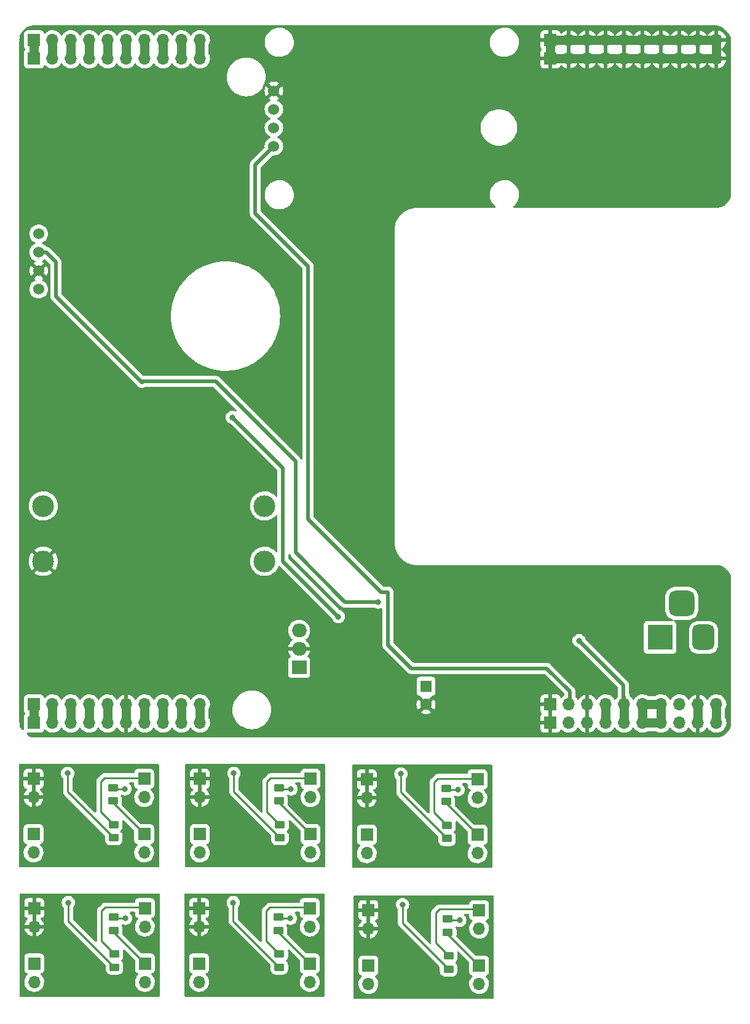
<source format=gbr>
%TF.GenerationSoftware,KiCad,Pcbnew,6.0.7-f9a2dced07~116~ubuntu20.04.1*%
%TF.CreationDate,2022-10-31T15:28:57+01:00*%
%TF.ProjectId,av_citynode_hw,61765f63-6974-4796-9e6f-64655f68772e,rev?*%
%TF.SameCoordinates,Original*%
%TF.FileFunction,Copper,L2,Bot*%
%TF.FilePolarity,Positive*%
%FSLAX46Y46*%
G04 Gerber Fmt 4.6, Leading zero omitted, Abs format (unit mm)*
G04 Created by KiCad (PCBNEW 6.0.7-f9a2dced07~116~ubuntu20.04.1) date 2022-10-31 15:28:57*
%MOMM*%
%LPD*%
G01*
G04 APERTURE LIST*
G04 Aperture macros list*
%AMRoundRect*
0 Rectangle with rounded corners*
0 $1 Rounding radius*
0 $2 $3 $4 $5 $6 $7 $8 $9 X,Y pos of 4 corners*
0 Add a 4 corners polygon primitive as box body*
4,1,4,$2,$3,$4,$5,$6,$7,$8,$9,$2,$3,0*
0 Add four circle primitives for the rounded corners*
1,1,$1+$1,$2,$3*
1,1,$1+$1,$4,$5*
1,1,$1+$1,$6,$7*
1,1,$1+$1,$8,$9*
0 Add four rect primitives between the rounded corners*
20,1,$1+$1,$2,$3,$4,$5,0*
20,1,$1+$1,$4,$5,$6,$7,0*
20,1,$1+$1,$6,$7,$8,$9,0*
20,1,$1+$1,$8,$9,$2,$3,0*%
G04 Aperture macros list end*
%TA.AperFunction,ComponentPad*%
%ADD10R,1.700000X1.700000*%
%TD*%
%TA.AperFunction,ComponentPad*%
%ADD11O,1.700000X1.700000*%
%TD*%
%TA.AperFunction,ComponentPad*%
%ADD12C,3.000000*%
%TD*%
%TA.AperFunction,ComponentPad*%
%ADD13C,1.524000*%
%TD*%
%TA.AperFunction,ComponentPad*%
%ADD14R,2.000000X1.905000*%
%TD*%
%TA.AperFunction,ComponentPad*%
%ADD15O,2.000000X1.905000*%
%TD*%
%TA.AperFunction,ComponentPad*%
%ADD16R,1.600000X1.600000*%
%TD*%
%TA.AperFunction,ComponentPad*%
%ADD17C,1.600000*%
%TD*%
%TA.AperFunction,ComponentPad*%
%ADD18R,3.500000X3.500000*%
%TD*%
%TA.AperFunction,ComponentPad*%
%ADD19RoundRect,0.750000X0.750000X1.000000X-0.750000X1.000000X-0.750000X-1.000000X0.750000X-1.000000X0*%
%TD*%
%TA.AperFunction,ComponentPad*%
%ADD20RoundRect,0.875000X0.875000X0.875000X-0.875000X0.875000X-0.875000X-0.875000X0.875000X-0.875000X0*%
%TD*%
%TA.AperFunction,SMDPad,CuDef*%
%ADD21RoundRect,0.250000X0.450000X-0.262500X0.450000X0.262500X-0.450000X0.262500X-0.450000X-0.262500X0*%
%TD*%
%TA.AperFunction,SMDPad,CuDef*%
%ADD22RoundRect,0.250000X-0.450000X0.262500X-0.450000X-0.262500X0.450000X-0.262500X0.450000X0.262500X0*%
%TD*%
%TA.AperFunction,ViaPad*%
%ADD23C,0.800000*%
%TD*%
%TA.AperFunction,Conductor*%
%ADD24C,0.508000*%
%TD*%
%TA.AperFunction,Conductor*%
%ADD25C,1.270000*%
%TD*%
%TA.AperFunction,Conductor*%
%ADD26C,0.250000*%
%TD*%
G04 APERTURE END LIST*
D10*
%TO.P,J10,1,Pin_1*%
%TO.N,UART_RX*%
X1815500Y22126000D03*
D11*
%TO.P,J10,2,Pin_2*%
%TO.N,UART_TX*%
X4355500Y22126000D03*
%TO.P,J10,3,Pin_3*%
%TO.N,RESET*%
X6895500Y22126000D03*
%TO.P,J10,4,Pin_4*%
%TO.N,ADC_AFE*%
X9435500Y22126000D03*
%TO.P,J10,5,Pin_5*%
%TO.N,ADC_BATT*%
X11975500Y22126000D03*
%TO.P,J10,6,Pin_6*%
%TO.N,SPI_CSK*%
X14515500Y22126000D03*
%TO.P,J10,7,Pin_7*%
%TO.N,SPI_MISO*%
X17055500Y22126000D03*
%TO.P,J10,8,Pin_8*%
%TO.N,SPI_MOSI*%
X19595500Y22126000D03*
%TO.P,J10,9,Pin_9*%
%TO.N,SPI_CS*%
X22135500Y22126000D03*
%TO.P,J10,10,Pin_10*%
%TO.N,ADC_OPC-N3*%
X24675500Y22126000D03*
%TD*%
D10*
%TO.P,J11,1,Pin_1*%
%TO.N,GND2*%
X72935500Y-71854000D03*
D11*
%TO.P,J11,2,Pin_2*%
%TO.N,+3V3*%
X75475500Y-71854000D03*
%TO.P,J11,3,Pin_3*%
%TO.N,GND2*%
X78015500Y-71854000D03*
%TO.P,J11,4,Pin_4*%
%TO.N,+5V*%
X80555500Y-71854000D03*
%TO.P,J11,5,Pin_5*%
%TO.N,AFE-3.5V*%
X83095500Y-71854000D03*
%TO.P,J11,6,Pin_6*%
%TO.N,Battery_+*%
X85635500Y-71854000D03*
%TO.P,J11,7,Pin_7*%
X88175500Y-71854000D03*
%TO.P,J11,8,Pin_8*%
%TO.N,unconnected-(J11-Pad8)*%
X90715500Y-71854000D03*
%TO.P,J11,9,Pin_9*%
%TO.N,GND2*%
X93255500Y-71854000D03*
%TO.P,J11,10,Pin_10*%
%TO.N,OPC-N3-5V*%
X95795500Y-71854000D03*
%TD*%
D10*
%TO.P,J17,1,Pin_1*%
%TO.N,UART_RX*%
X1815500Y19586000D03*
D11*
%TO.P,J17,2,Pin_2*%
%TO.N,UART_TX*%
X4355500Y19586000D03*
%TO.P,J17,3,Pin_3*%
%TO.N,RESET*%
X6895500Y19586000D03*
%TO.P,J17,4,Pin_4*%
%TO.N,ADC_AFE*%
X9435500Y19586000D03*
%TO.P,J17,5,Pin_5*%
%TO.N,ADC_BATT*%
X11975500Y19586000D03*
%TO.P,J17,6,Pin_6*%
%TO.N,SPI_CSK*%
X14515500Y19586000D03*
%TO.P,J17,7,Pin_7*%
%TO.N,SPI_MISO*%
X17055500Y19586000D03*
%TO.P,J17,8,Pin_8*%
%TO.N,SPI_MOSI*%
X19595500Y19586000D03*
%TO.P,J17,9,Pin_9*%
%TO.N,SPI_CS*%
X22135500Y19586000D03*
%TO.P,J17,10,Pin_10*%
%TO.N,ADC_OPC-N3*%
X24675500Y19586000D03*
%TD*%
D12*
%TO.P,U5,1,IN-*%
%TO.N,Net-(Q1-Pad3)*%
X33565500Y-49629000D03*
%TO.P,U5,2,IN+*%
%TO.N,Net-(JP4-Pad2)*%
X33565500Y-42009000D03*
%TO.P,U5,3,OUT+*%
%TO.N,Net-(C10-Pad1)*%
X3085500Y-42009000D03*
%TO.P,U5,4,OUT-*%
%TO.N,GND2*%
X3085500Y-49629000D03*
%TD*%
D10*
%TO.P,J19,1,Pin_1*%
%TO.N,I2C_SDA*%
X1815500Y-69314000D03*
D11*
%TO.P,J19,2,Pin_2*%
%TO.N,UART_TXD*%
X4355500Y-69314000D03*
%TO.P,J19,3,Pin_3*%
%TO.N,UART_RXD*%
X6895500Y-69314000D03*
%TO.P,J19,4,Pin_4*%
%TO.N,I2C_SCL*%
X9435500Y-69314000D03*
%TO.P,J19,5,Pin_5*%
%TO.N,5V_en*%
X11975500Y-69314000D03*
%TO.P,J19,6,Pin_6*%
%TO.N,GND2*%
X14515500Y-69314000D03*
%TO.P,J19,7,Pin_7*%
%TO.N,IO19*%
X17055500Y-69314000D03*
%TO.P,J19,8,Pin_8*%
%TO.N,lora2*%
X19595500Y-69314000D03*
%TO.P,J19,9,Pin_9*%
%TO.N,lora1*%
X22135500Y-69314000D03*
%TO.P,J19,10,Pin_10*%
%TO.N,IO26*%
X24675500Y-69314000D03*
%TD*%
D10*
%TO.P,J12,1,Pin_1*%
%TO.N,I2C_SDA*%
X1815500Y-71854000D03*
D11*
%TO.P,J12,2,Pin_2*%
%TO.N,UART_TXD*%
X4355500Y-71854000D03*
%TO.P,J12,3,Pin_3*%
%TO.N,UART_RXD*%
X6895500Y-71854000D03*
%TO.P,J12,4,Pin_4*%
%TO.N,I2C_SCL*%
X9435500Y-71854000D03*
%TO.P,J12,5,Pin_5*%
%TO.N,5V_en*%
X11975500Y-71854000D03*
%TO.P,J12,6,Pin_6*%
%TO.N,GND2*%
X14515500Y-71854000D03*
%TO.P,J12,7,Pin_7*%
%TO.N,IO19*%
X17055500Y-71854000D03*
%TO.P,J12,8,Pin_8*%
%TO.N,lora2*%
X19595500Y-71854000D03*
%TO.P,J12,9,Pin_9*%
%TO.N,lora1*%
X22135500Y-71854000D03*
%TO.P,J12,10,Pin_10*%
%TO.N,IO26*%
X24675500Y-71854000D03*
%TD*%
D13*
%TO.P,U4,1,IN+*%
%TO.N,Net-(JP3-Pad2)*%
X2450500Y-4544000D03*
%TO.P,U4,2,IN-*%
%TO.N,Net-(J8-Pad2)*%
X2450500Y-7084000D03*
%TO.P,U4,3,OUT+*%
%TO.N,GND2*%
X2450500Y-9624000D03*
%TO.P,U4,4,OUT-*%
%TO.N,Battery_+*%
X2450500Y-12164000D03*
%TD*%
D10*
%TO.P,J16,1,Pin_1*%
%TO.N,GND2*%
X72935500Y19586000D03*
D11*
%TO.P,J16,2,Pin_2*%
X75475500Y19586000D03*
%TO.P,J16,3,Pin_3*%
X78015500Y19586000D03*
%TO.P,J16,4,Pin_4*%
X80555500Y19586000D03*
%TO.P,J16,5,Pin_5*%
X83095500Y19586000D03*
%TO.P,J16,6,Pin_6*%
X85635500Y19586000D03*
%TO.P,J16,7,Pin_7*%
X88175500Y19586000D03*
%TO.P,J16,8,Pin_8*%
X90715500Y19586000D03*
%TO.P,J16,9,Pin_9*%
X93255500Y19586000D03*
%TO.P,J16,10,Pin_10*%
X95795500Y19586000D03*
%TD*%
D10*
%TO.P,J18,1,Pin_1*%
%TO.N,GND2*%
X72935500Y-69314000D03*
D11*
%TO.P,J18,2,Pin_2*%
%TO.N,+3V3*%
X75475500Y-69314000D03*
%TO.P,J18,3,Pin_3*%
%TO.N,GND2*%
X78015500Y-69314000D03*
%TO.P,J18,4,Pin_4*%
%TO.N,+5V*%
X80555500Y-69314000D03*
%TO.P,J18,5,Pin_5*%
%TO.N,AFE-3.5V*%
X83095500Y-69314000D03*
%TO.P,J18,6,Pin_6*%
%TO.N,Battery_+*%
X85635500Y-69314000D03*
%TO.P,J18,7,Pin_7*%
X88175500Y-69314000D03*
%TO.P,J18,8,Pin_8*%
%TO.N,unconnected-(J18-Pad8)*%
X90715500Y-69314000D03*
%TO.P,J18,9,Pin_9*%
%TO.N,GND2*%
X93255500Y-69314000D03*
%TO.P,J18,10,Pin_10*%
%TO.N,OPC-N3-5V*%
X95795500Y-69314000D03*
%TD*%
D14*
%TO.P,U8,1,VI*%
%TO.N,Net-(C10-Pad1)*%
X38320500Y-64234000D03*
D15*
%TO.P,U8,2,GND*%
%TO.N,GND2*%
X38320500Y-61694000D03*
%TO.P,U8,3,VO*%
%TO.N,Net-(C12-Pad1)*%
X38320500Y-59154000D03*
%TD*%
D13*
%TO.P,U14,1,GND*%
%TO.N,GND2*%
X34835500Y15141000D03*
%TO.P,U14,2,TX*%
%TO.N,UART_RX*%
X34835500Y12601000D03*
%TO.P,U14,3,RX*%
%TO.N,UART_TX*%
X34835500Y10061000D03*
%TO.P,U14,4,VCC*%
%TO.N,+3V3*%
X34835500Y7521000D03*
%TD*%
D16*
%TO.P,C20,1*%
%TO.N,Net-(C18-Pad1)*%
X55790500Y-66838888D03*
D17*
%TO.P,C20,2*%
%TO.N,GND2*%
X55790500Y-69338888D03*
%TD*%
D18*
%TO.P,J8,1*%
%TO.N,Net-(J8-Pad1)*%
X88017500Y-60111500D03*
D19*
%TO.P,J8,2*%
%TO.N,Net-(J8-Pad2)*%
X94017500Y-60111500D03*
D20*
%TO.P,J8,3*%
%TO.N,unconnected-(J8-Pad3)*%
X91017500Y-55411500D03*
%TD*%
D10*
%TO.P,J9,1,Pin_1*%
%TO.N,GND2*%
X72935500Y22126000D03*
D11*
%TO.P,J9,2,Pin_2*%
X75475500Y22126000D03*
%TO.P,J9,3,Pin_3*%
X78015500Y22126000D03*
%TO.P,J9,4,Pin_4*%
X80555500Y22126000D03*
%TO.P,J9,5,Pin_5*%
X83095500Y22126000D03*
%TO.P,J9,6,Pin_6*%
X85635500Y22126000D03*
%TO.P,J9,7,Pin_7*%
X88175500Y22126000D03*
%TO.P,J9,8,Pin_8*%
X90715500Y22126000D03*
%TO.P,J9,9,Pin_9*%
X93255500Y22126000D03*
%TO.P,J9,10,Pin_10*%
X95795500Y22126000D03*
%TD*%
D10*
%TO.P,J4,1,Pin_1*%
%TO.N,Net-(C1-Pad2)*%
X24536000Y-104989000D03*
D11*
%TO.P,J4,2,Pin_2*%
X24536000Y-107529000D03*
%TD*%
D21*
%TO.P,R1,1*%
%TO.N,Net-(C1-Pad2)*%
X35585000Y-105497000D03*
%TO.P,R1,2*%
%TO.N,Net-(J1-Pad1)*%
X35585000Y-103672000D03*
%TD*%
D10*
%TO.P,J3,1,Pin_1*%
%TO.N,GND*%
X47858000Y-97654000D03*
D11*
%TO.P,J3,2,Pin_2*%
X47858000Y-100194000D03*
%TD*%
D10*
%TO.P,J2,1,Pin_1*%
%TO.N,Net-(J2-Pad1)*%
X39776000Y-104989000D03*
D11*
%TO.P,J2,2,Pin_2*%
X39776000Y-107529000D03*
%TD*%
D22*
%TO.P,R2,1*%
%TO.N,Net-(C1-Pad2)*%
X12758000Y-98592000D03*
%TO.P,R2,2*%
%TO.N,Net-(J2-Pad1)*%
X12758000Y-100417000D03*
%TD*%
D10*
%TO.P,J1,1,Pin_1*%
%TO.N,Net-(J1-Pad1)*%
X39776000Y-97369000D03*
D11*
%TO.P,J1,2,Pin_2*%
X39776000Y-99909000D03*
%TD*%
D10*
%TO.P,J3,1,Pin_1*%
%TO.N,GND*%
X1736000Y-79569000D03*
D11*
%TO.P,J3,2,Pin_2*%
X1736000Y-82109000D03*
%TD*%
D10*
%TO.P,J2,1,Pin_1*%
%TO.N,Net-(J2-Pad1)*%
X17076000Y-104989000D03*
D11*
%TO.P,J2,2,Pin_2*%
X17076000Y-107529000D03*
%TD*%
D21*
%TO.P,R1,1*%
%TO.N,Net-(C1-Pad2)*%
X58907000Y-105782000D03*
%TO.P,R1,2*%
%TO.N,Net-(J1-Pad1)*%
X58907000Y-103957000D03*
%TD*%
%TO.P,R1,1*%
%TO.N,Net-(C1-Pad2)*%
X58685000Y-87797000D03*
%TO.P,R1,2*%
%TO.N,Net-(J1-Pad1)*%
X58685000Y-85972000D03*
%TD*%
D10*
%TO.P,J3,1,Pin_1*%
%TO.N,GND*%
X24536000Y-97369000D03*
D11*
%TO.P,J3,2,Pin_2*%
X24536000Y-99909000D03*
%TD*%
D10*
%TO.P,J3,1,Pin_1*%
%TO.N,GND*%
X24636000Y-79569000D03*
D11*
%TO.P,J3,2,Pin_2*%
X24636000Y-82109000D03*
%TD*%
D21*
%TO.P,R1,1*%
%TO.N,Net-(C1-Pad2)*%
X12885000Y-105497000D03*
%TO.P,R1,2*%
%TO.N,Net-(J1-Pad1)*%
X12885000Y-103672000D03*
%TD*%
D10*
%TO.P,J4,1,Pin_1*%
%TO.N,Net-(C1-Pad2)*%
X1736000Y-87189000D03*
D11*
%TO.P,J4,2,Pin_2*%
X1736000Y-89729000D03*
%TD*%
D10*
%TO.P,J1,1,Pin_1*%
%TO.N,Net-(J1-Pad1)*%
X39876000Y-79569000D03*
D11*
%TO.P,J1,2,Pin_2*%
X39876000Y-82109000D03*
%TD*%
D22*
%TO.P,R2,1*%
%TO.N,Net-(C1-Pad2)*%
X35458000Y-98592000D03*
%TO.P,R2,2*%
%TO.N,Net-(J2-Pad1)*%
X35458000Y-100417000D03*
%TD*%
D10*
%TO.P,J3,1,Pin_1*%
%TO.N,GND*%
X1836000Y-97369000D03*
D11*
%TO.P,J3,2,Pin_2*%
X1836000Y-99909000D03*
%TD*%
D10*
%TO.P,J4,1,Pin_1*%
%TO.N,Net-(C1-Pad2)*%
X47636000Y-87289000D03*
D11*
%TO.P,J4,2,Pin_2*%
X47636000Y-89829000D03*
%TD*%
D10*
%TO.P,J2,1,Pin_1*%
%TO.N,Net-(J2-Pad1)*%
X63098000Y-105274000D03*
D11*
%TO.P,J2,2,Pin_2*%
X63098000Y-107814000D03*
%TD*%
D10*
%TO.P,J4,1,Pin_1*%
%TO.N,Net-(C1-Pad2)*%
X24636000Y-87189000D03*
D11*
%TO.P,J4,2,Pin_2*%
X24636000Y-89729000D03*
%TD*%
D22*
%TO.P,R2,1*%
%TO.N,Net-(C1-Pad2)*%
X12658000Y-80792000D03*
%TO.P,R2,2*%
%TO.N,Net-(J2-Pad1)*%
X12658000Y-82617000D03*
%TD*%
D10*
%TO.P,J1,1,Pin_1*%
%TO.N,Net-(J1-Pad1)*%
X63098000Y-97654000D03*
D11*
%TO.P,J1,2,Pin_2*%
X63098000Y-100194000D03*
%TD*%
D10*
%TO.P,J1,1,Pin_1*%
%TO.N,Net-(J1-Pad1)*%
X17076000Y-97369000D03*
D11*
%TO.P,J1,2,Pin_2*%
X17076000Y-99909000D03*
%TD*%
D10*
%TO.P,J2,1,Pin_1*%
%TO.N,Net-(J2-Pad1)*%
X16976000Y-87189000D03*
D11*
%TO.P,J2,2,Pin_2*%
X16976000Y-89729000D03*
%TD*%
D10*
%TO.P,J2,1,Pin_1*%
%TO.N,Net-(J2-Pad1)*%
X39876000Y-87189000D03*
D11*
%TO.P,J2,2,Pin_2*%
X39876000Y-89729000D03*
%TD*%
D10*
%TO.P,J2,1,Pin_1*%
%TO.N,Net-(J2-Pad1)*%
X62876000Y-87289000D03*
D11*
%TO.P,J2,2,Pin_2*%
X62876000Y-89829000D03*
%TD*%
D22*
%TO.P,R2,1*%
%TO.N,Net-(C1-Pad2)*%
X58558000Y-80892000D03*
%TO.P,R2,2*%
%TO.N,Net-(J2-Pad1)*%
X58558000Y-82717000D03*
%TD*%
D10*
%TO.P,J4,1,Pin_1*%
%TO.N,Net-(C1-Pad2)*%
X47858000Y-105274000D03*
D11*
%TO.P,J4,2,Pin_2*%
X47858000Y-107814000D03*
%TD*%
D10*
%TO.P,J4,1,Pin_1*%
%TO.N,Net-(C1-Pad2)*%
X1836000Y-104989000D03*
D11*
%TO.P,J4,2,Pin_2*%
X1836000Y-107529000D03*
%TD*%
D21*
%TO.P,R1,1*%
%TO.N,Net-(C1-Pad2)*%
X12785000Y-87697000D03*
%TO.P,R1,2*%
%TO.N,Net-(J1-Pad1)*%
X12785000Y-85872000D03*
%TD*%
%TO.P,R1,1*%
%TO.N,Net-(C1-Pad2)*%
X35685000Y-87697000D03*
%TO.P,R1,2*%
%TO.N,Net-(J1-Pad1)*%
X35685000Y-85872000D03*
%TD*%
D10*
%TO.P,J3,1,Pin_1*%
%TO.N,GND*%
X47636000Y-79669000D03*
D11*
%TO.P,J3,2,Pin_2*%
X47636000Y-82209000D03*
%TD*%
D10*
%TO.P,J1,1,Pin_1*%
%TO.N,Net-(J1-Pad1)*%
X62876000Y-79669000D03*
D11*
%TO.P,J1,2,Pin_2*%
X62876000Y-82209000D03*
%TD*%
D10*
%TO.P,J1,1,Pin_1*%
%TO.N,Net-(J1-Pad1)*%
X16976000Y-79569000D03*
D11*
%TO.P,J1,2,Pin_2*%
X16976000Y-82109000D03*
%TD*%
D22*
%TO.P,R2,1*%
%TO.N,Net-(C1-Pad2)*%
X35558000Y-80792000D03*
%TO.P,R2,2*%
%TO.N,Net-(J2-Pad1)*%
X35558000Y-82617000D03*
%TD*%
%TO.P,R2,1*%
%TO.N,Net-(C1-Pad2)*%
X58780000Y-98877000D03*
%TO.P,R2,2*%
%TO.N,Net-(J2-Pad1)*%
X58780000Y-100702000D03*
%TD*%
D23*
%TO.N,AFE-3.5V*%
X76872500Y-60551000D03*
%TO.N,Net-(J8-Pad2)*%
X49211900Y-55242400D03*
%TO.N,GND2*%
X10070500Y-28928000D03*
X5371500Y-59154000D03*
X26961500Y-63218000D03*
X47789500Y-46708000D03*
X41820500Y-58519000D03*
X53377500Y-52931000D03*
X27723500Y-54836000D03*
X62013500Y-66520000D03*
X11975500Y-52042000D03*
X30517500Y-37183000D03*
X15150500Y-9370000D03*
X19214500Y-4798000D03*
X37629500Y-55217000D03*
X40169500Y-6322000D03*
X38137500Y-13180000D03*
X47789500Y-44549000D03*
X19087500Y-9116000D03*
X34200500Y-26896000D03*
X68490500Y-70584000D03*
X15023500Y-13561000D03*
X17563500Y-38580000D03*
X84619500Y-51915000D03*
X49313500Y-46708000D03*
X55028500Y-57630000D03*
X49313500Y-44549000D03*
X14896500Y-5052000D03*
%TO.N,Net-(C16-Pad1)*%
X29120500Y-29817000D03*
X43725500Y-57249000D03*
%TO.N,Net-(C1-Pad2)*%
X60431000Y-99051000D03*
X52557000Y-96892000D03*
X52335000Y-78907000D03*
X29235000Y-96607000D03*
X37209000Y-80966000D03*
X37109000Y-98766000D03*
X14409000Y-98766000D03*
X6435000Y-78807000D03*
X29335000Y-78807000D03*
X6535000Y-96607000D03*
X60209000Y-81066000D03*
X14309000Y-80966000D03*
%TD*%
D24*
%TO.N,+3V3*%
X32295500Y4981000D02*
X34835500Y7521000D01*
X75602500Y-69187000D02*
X75602500Y-67536000D01*
D25*
%TO.N,Battery_+*%
X85635500Y-69314000D02*
X88175500Y-69314000D01*
X85635500Y-69314000D02*
X85635500Y-71854000D01*
X88175500Y-69314000D02*
X88175500Y-71854000D01*
X88175500Y-71854000D02*
X85635500Y-71854000D01*
D26*
%TO.N,Net-(J1-Pad1)*%
X56907000Y-84194000D02*
X56907000Y-80050000D01*
X57415000Y-79542000D02*
X62749000Y-79542000D01*
X12885000Y-103672000D02*
X11107000Y-101894000D01*
X16849000Y-79442000D02*
X16976000Y-79569000D01*
X11515000Y-79442000D02*
X16849000Y-79442000D01*
D24*
%TO.N,+3V3*%
X75602500Y-67536000D02*
X72427500Y-64361000D01*
X49618300Y-53870800D02*
X39534500Y-43787000D01*
X50532700Y-53870800D02*
X49618300Y-53870800D01*
X39534500Y-43787000D02*
X39534500Y-8989000D01*
X39534500Y-8989000D02*
X32295500Y-1750000D01*
X50532700Y-61135200D02*
X50532700Y-53870800D01*
X72427500Y-64361000D02*
X53758500Y-64361000D01*
X75475500Y-71904800D02*
X75475500Y-71854000D01*
X32295500Y-1750000D02*
X32295500Y4981000D01*
X53758500Y-64361000D02*
X50532700Y-61135200D01*
X75475500Y-69314000D02*
X75602500Y-69187000D01*
D26*
%TO.N,Net-(C1-Pad2)*%
X6435000Y-78807000D02*
X6435000Y-81347000D01*
X14309000Y-80966000D02*
X12832000Y-80966000D01*
X29235000Y-99147000D02*
X35585000Y-105497000D01*
X37109000Y-98766000D02*
X35632000Y-98766000D01*
D25*
%TO.N,OPC-N3-5V*%
X95795500Y-69314000D02*
X95795500Y-71854000D01*
%TO.N,UART_RX*%
X1815500Y22126000D02*
X1815500Y19586000D01*
%TO.N,UART_TX*%
X4355500Y22126000D02*
X4355500Y19586000D01*
%TO.N,RESET*%
X6895500Y22126000D02*
X6895500Y19586000D01*
%TO.N,ADC_BATT*%
X11975500Y22126000D02*
X11975500Y19586000D01*
%TO.N,SPI_CSK*%
X14515500Y22126000D02*
X14515500Y19586000D01*
%TO.N,SPI_MISO*%
X17055500Y22126000D02*
X17055500Y19586000D01*
%TO.N,SPI_MOSI*%
X19595500Y22126000D02*
X19595500Y19586000D01*
%TO.N,SPI_CS*%
X22135500Y22126000D02*
X22135500Y19586000D01*
%TO.N,I2C_SDA*%
X1815500Y-69314000D02*
X1815500Y-71854000D01*
%TO.N,UART_TXD*%
X4355500Y-69314000D02*
X4355500Y-71854000D01*
%TO.N,UART_RXD*%
X6895500Y-69314000D02*
X6895500Y-71854000D01*
%TO.N,I2C_SCL*%
X9435500Y-69314000D02*
X9435500Y-71854000D01*
%TO.N,5V_en*%
X11975500Y-69314000D02*
X11975500Y-71854000D01*
%TO.N,IO19*%
X17055500Y-69314000D02*
X17055500Y-71854000D01*
%TO.N,lora2*%
X19595500Y-69314000D02*
X19595500Y-71854000D01*
%TO.N,lora1*%
X22135500Y-69314000D02*
X22135500Y-71854000D01*
%TO.N,IO26*%
X24675500Y-69314000D02*
X24675500Y-71854000D01*
%TO.N,+5V*%
X80555500Y-69314000D02*
X80555500Y-71854000D01*
%TO.N,AFE-3.5V*%
X83095500Y-69314000D02*
X83095500Y-71854000D01*
D24*
X82968500Y-69187000D02*
X83095500Y-69314000D01*
X83095500Y-68247200D02*
X83095500Y-69314000D01*
X76872500Y-60551000D02*
X82968500Y-66647000D01*
X82968500Y-66647000D02*
X82968500Y-69187000D01*
D26*
%TO.N,Net-(J2-Pad1)*%
X35558000Y-82617000D02*
X35558000Y-82871000D01*
X35458000Y-100671000D02*
X39776000Y-104989000D01*
X58558000Y-82971000D02*
X62876000Y-87289000D01*
X58780000Y-100702000D02*
X58780000Y-100956000D01*
X12658000Y-82871000D02*
X16976000Y-87189000D01*
X12758000Y-100417000D02*
X12758000Y-100671000D01*
X58558000Y-82717000D02*
X58558000Y-82971000D01*
X35458000Y-100417000D02*
X35458000Y-100671000D01*
D24*
%TO.N,Net-(J8-Pad2)*%
X3441100Y-7084000D02*
X4812700Y-8455600D01*
X26834500Y-24864000D02*
X37820000Y-35849500D01*
X4812700Y-13129200D02*
X16674500Y-24991000D01*
X16801500Y-24864000D02*
X26834500Y-24864000D01*
X37820000Y-35849500D02*
X37820000Y-48422500D01*
X16674500Y-24991000D02*
X16801500Y-24864000D01*
X2450500Y-7084000D02*
X3441100Y-7084000D01*
X37820000Y-48422500D02*
X44639900Y-55242400D01*
X44639900Y-55242400D02*
X49211900Y-55242400D01*
X4812700Y-8455600D02*
X4812700Y-13129200D01*
D25*
%TO.N,GND2*%
X93255500Y-69314000D02*
X93255500Y-71854000D01*
X14515500Y-69314000D02*
X14515500Y-71854000D01*
X72935500Y19586000D02*
X95795500Y19586000D01*
X72935500Y22126000D02*
X95795500Y22126000D01*
X72935500Y19586000D02*
X72935500Y22126000D01*
X95795500Y22126000D02*
X95795500Y19586000D01*
%TO.N,ADC_AFE*%
X9435500Y22126000D02*
X9435500Y19586000D01*
%TO.N,ADC_OPC-N3*%
X24675500Y22126000D02*
X24675500Y19586000D01*
D24*
%TO.N,Net-(C16-Pad1)*%
X36105500Y-49629000D02*
X43725500Y-57249000D01*
X36105500Y-36802000D02*
X36105500Y-49629000D01*
X29120500Y-29817000D02*
X36105500Y-36802000D01*
D26*
%TO.N,Net-(J1-Pad1)*%
X35585000Y-103672000D02*
X33807000Y-101894000D01*
X57637000Y-97527000D02*
X62971000Y-97527000D01*
X33907000Y-79950000D02*
X34415000Y-79442000D01*
X57129000Y-98035000D02*
X57637000Y-97527000D01*
X58685000Y-85972000D02*
X56907000Y-84194000D01*
X16949000Y-97242000D02*
X17076000Y-97369000D01*
X34415000Y-79442000D02*
X39749000Y-79442000D01*
X12785000Y-85872000D02*
X11007000Y-84094000D01*
X11615000Y-97242000D02*
X16949000Y-97242000D01*
X39749000Y-79442000D02*
X39876000Y-79569000D01*
X62971000Y-97527000D02*
X63098000Y-97654000D01*
X56907000Y-80050000D02*
X57415000Y-79542000D01*
X58907000Y-103957000D02*
X57129000Y-102179000D01*
X33807000Y-97750000D02*
X34315000Y-97242000D01*
X11107000Y-101894000D02*
X11107000Y-97750000D01*
X35685000Y-85872000D02*
X33907000Y-84094000D01*
X39649000Y-97242000D02*
X39776000Y-97369000D01*
X33807000Y-101894000D02*
X33807000Y-97750000D01*
X33907000Y-84094000D02*
X33907000Y-79950000D01*
X11007000Y-84094000D02*
X11007000Y-79950000D01*
X34315000Y-97242000D02*
X39649000Y-97242000D01*
X11107000Y-97750000D02*
X11615000Y-97242000D01*
X62749000Y-79542000D02*
X62876000Y-79669000D01*
X57129000Y-102179000D02*
X57129000Y-98035000D01*
X11007000Y-79950000D02*
X11515000Y-79442000D01*
%TO.N,Net-(C1-Pad2)*%
X6535000Y-99147000D02*
X12885000Y-105497000D01*
X52335000Y-81447000D02*
X58685000Y-87797000D01*
X58732000Y-81066000D02*
X58558000Y-80892000D01*
X52557000Y-96892000D02*
X52557000Y-99432000D01*
X58954000Y-99051000D02*
X58780000Y-98877000D01*
X35732000Y-80966000D02*
X35558000Y-80792000D01*
X37209000Y-80966000D02*
X35732000Y-80966000D01*
X60431000Y-99051000D02*
X58954000Y-99051000D01*
X52557000Y-99432000D02*
X58907000Y-105782000D01*
X29235000Y-96607000D02*
X29235000Y-99147000D01*
X12832000Y-80966000D02*
X12658000Y-80792000D01*
X52335000Y-78907000D02*
X52335000Y-81447000D01*
X14409000Y-98766000D02*
X12932000Y-98766000D01*
X6535000Y-96607000D02*
X6535000Y-99147000D01*
X6435000Y-81347000D02*
X12785000Y-87697000D01*
X35632000Y-98766000D02*
X35458000Y-98592000D01*
X29335000Y-81347000D02*
X35685000Y-87697000D01*
X12932000Y-98766000D02*
X12758000Y-98592000D01*
X29335000Y-78807000D02*
X29335000Y-81347000D01*
X60209000Y-81066000D02*
X58732000Y-81066000D01*
%TO.N,Net-(J2-Pad1)*%
X35558000Y-82871000D02*
X39876000Y-87189000D01*
X12758000Y-100671000D02*
X17076000Y-104989000D01*
X12658000Y-82617000D02*
X12658000Y-82871000D01*
X58780000Y-100956000D02*
X63098000Y-105274000D01*
%TD*%
%TA.AperFunction,Conductor*%
%TO.N,GND*%
G36*
X19049621Y-95357502D02*
G01*
X19096114Y-95411158D01*
X19107500Y-95463500D01*
X19107500Y-109434500D01*
X19087498Y-109502621D01*
X19033842Y-109549114D01*
X18981500Y-109560500D01*
X-69500Y-109560500D01*
X-137621Y-109540498D01*
X-184114Y-109486842D01*
X-195500Y-109434500D01*
X-195500Y-107495695D01*
X473251Y-107495695D01*
X473548Y-107500848D01*
X473548Y-107500851D01*
X479011Y-107595590D01*
X486110Y-107718715D01*
X487247Y-107723761D01*
X487248Y-107723767D01*
X507119Y-107811939D01*
X535222Y-107936639D01*
X619266Y-108143616D01*
X735987Y-108334088D01*
X882250Y-108502938D01*
X1054126Y-108645632D01*
X1247000Y-108758338D01*
X1455692Y-108838030D01*
X1460760Y-108839061D01*
X1460763Y-108839062D01*
X1568017Y-108860883D01*
X1674597Y-108882567D01*
X1679772Y-108882757D01*
X1679774Y-108882757D01*
X1892673Y-108890564D01*
X1892677Y-108890564D01*
X1897837Y-108890753D01*
X1902957Y-108890097D01*
X1902959Y-108890097D01*
X2114288Y-108863025D01*
X2114289Y-108863025D01*
X2119416Y-108862368D01*
X2124366Y-108860883D01*
X2328429Y-108799661D01*
X2328434Y-108799659D01*
X2333384Y-108798174D01*
X2533994Y-108699896D01*
X2715860Y-108570173D01*
X2874096Y-108412489D01*
X2933594Y-108329689D01*
X3001435Y-108235277D01*
X3004453Y-108231077D01*
X3103430Y-108030811D01*
X3168370Y-107817069D01*
X3197529Y-107595590D01*
X3199156Y-107529000D01*
X3180852Y-107306361D01*
X3126431Y-107089702D01*
X3037354Y-106884840D01*
X2916014Y-106697277D01*
X2912532Y-106693450D01*
X2768798Y-106535488D01*
X2737746Y-106471642D01*
X2746141Y-106401143D01*
X2791317Y-106346375D01*
X2817761Y-106332706D01*
X2924297Y-106292767D01*
X2932705Y-106289615D01*
X3049261Y-106202261D01*
X3136615Y-106085705D01*
X3187745Y-105949316D01*
X3194500Y-105887134D01*
X3194500Y-104090866D01*
X3187745Y-104028684D01*
X3136615Y-103892295D01*
X3049261Y-103775739D01*
X2932705Y-103688385D01*
X2796316Y-103637255D01*
X2734134Y-103630500D01*
X937866Y-103630500D01*
X875684Y-103637255D01*
X739295Y-103688385D01*
X622739Y-103775739D01*
X535385Y-103892295D01*
X484255Y-104028684D01*
X477500Y-104090866D01*
X477500Y-105887134D01*
X484255Y-105949316D01*
X535385Y-106085705D01*
X622739Y-106202261D01*
X739295Y-106289615D01*
X747704Y-106292767D01*
X747705Y-106292768D01*
X856451Y-106333535D01*
X913216Y-106376176D01*
X937916Y-106442738D01*
X922709Y-106512087D01*
X903316Y-106538568D01*
X776629Y-106671138D01*
X650743Y-106855680D01*
X556688Y-107058305D01*
X496989Y-107273570D01*
X473251Y-107495695D01*
X-195500Y-107495695D01*
X-195500Y-100176966D01*
X504257Y-100176966D01*
X534565Y-100311446D01*
X537645Y-100321275D01*
X617770Y-100518603D01*
X622413Y-100527794D01*
X733694Y-100709388D01*
X739777Y-100717699D01*
X879213Y-100878667D01*
X886580Y-100885883D01*
X1050434Y-101021916D01*
X1058881Y-101027831D01*
X1242756Y-101135279D01*
X1252042Y-101139729D01*
X1451001Y-101215703D01*
X1460899Y-101218579D01*
X1564250Y-101239606D01*
X1578299Y-101238410D01*
X1582000Y-101228065D01*
X1582000Y-101227517D01*
X2090000Y-101227517D01*
X2094064Y-101241359D01*
X2107478Y-101243393D01*
X2114184Y-101242534D01*
X2124262Y-101240392D01*
X2328255Y-101179191D01*
X2337842Y-101175433D01*
X2529095Y-101081739D01*
X2537945Y-101076464D01*
X2711328Y-100952792D01*
X2719200Y-100946139D01*
X2870052Y-100795812D01*
X2876730Y-100787965D01*
X3001003Y-100615020D01*
X3006313Y-100606183D01*
X3100670Y-100415267D01*
X3104469Y-100405672D01*
X3166377Y-100201910D01*
X3168555Y-100191837D01*
X3169986Y-100180962D01*
X3167775Y-100166778D01*
X3154617Y-100163000D01*
X2108115Y-100163000D01*
X2092876Y-100167475D01*
X2091671Y-100168865D01*
X2090000Y-100176548D01*
X2090000Y-101227517D01*
X1582000Y-101227517D01*
X1582000Y-100181115D01*
X1577525Y-100165876D01*
X1576135Y-100164671D01*
X1568452Y-100163000D01*
X519225Y-100163000D01*
X505694Y-100166973D01*
X504257Y-100176966D01*
X-195500Y-100176966D01*
X-195500Y-98263669D01*
X478001Y-98263669D01*
X478371Y-98270490D01*
X483895Y-98321352D01*
X487521Y-98336604D01*
X532676Y-98457054D01*
X541214Y-98472649D01*
X617715Y-98574724D01*
X630276Y-98587285D01*
X732351Y-98663786D01*
X747946Y-98672324D01*
X857337Y-98713333D01*
X914101Y-98755975D01*
X938801Y-98822536D01*
X923594Y-98891885D01*
X904201Y-98918366D01*
X780590Y-99047717D01*
X774104Y-99055727D01*
X654098Y-99231649D01*
X649000Y-99240623D01*
X559338Y-99433783D01*
X555775Y-99443470D01*
X500389Y-99643183D01*
X501912Y-99651607D01*
X514292Y-99655000D01*
X1563885Y-99655000D01*
X1579124Y-99650525D01*
X1580329Y-99649135D01*
X1582000Y-99641452D01*
X1582000Y-99636885D01*
X2090000Y-99636885D01*
X2094475Y-99652124D01*
X2095865Y-99653329D01*
X2103548Y-99655000D01*
X3154344Y-99655000D01*
X3167875Y-99651027D01*
X3169180Y-99641947D01*
X3127214Y-99474875D01*
X3123894Y-99465124D01*
X3038972Y-99269814D01*
X3034105Y-99260739D01*
X2918426Y-99081926D01*
X2912136Y-99073757D01*
X2767931Y-98915279D01*
X2736879Y-98851433D01*
X2745273Y-98780934D01*
X2790450Y-98726166D01*
X2816894Y-98712497D01*
X2924054Y-98672324D01*
X2939649Y-98663786D01*
X3041724Y-98587285D01*
X3054285Y-98574724D01*
X3130786Y-98472649D01*
X3139324Y-98457054D01*
X3184478Y-98336606D01*
X3188105Y-98321351D01*
X3193631Y-98270486D01*
X3194000Y-98263672D01*
X3194000Y-97641115D01*
X3189525Y-97625876D01*
X3188135Y-97624671D01*
X3180452Y-97623000D01*
X2108115Y-97623000D01*
X2092876Y-97627475D01*
X2091671Y-97628865D01*
X2090000Y-97636548D01*
X2090000Y-99636885D01*
X1582000Y-99636885D01*
X1582000Y-97641115D01*
X1577525Y-97625876D01*
X1576135Y-97624671D01*
X1568452Y-97623000D01*
X496116Y-97623000D01*
X480877Y-97627475D01*
X479672Y-97628865D01*
X478001Y-97636548D01*
X478001Y-98263669D01*
X-195500Y-98263669D01*
X-195500Y-97096885D01*
X478000Y-97096885D01*
X482475Y-97112124D01*
X483865Y-97113329D01*
X491548Y-97115000D01*
X1563885Y-97115000D01*
X1579124Y-97110525D01*
X1580329Y-97109135D01*
X1582000Y-97101452D01*
X1582000Y-97096885D01*
X2090000Y-97096885D01*
X2094475Y-97112124D01*
X2095865Y-97113329D01*
X2103548Y-97115000D01*
X3175884Y-97115000D01*
X3191123Y-97110525D01*
X3192328Y-97109135D01*
X3193999Y-97101452D01*
X3193999Y-96607000D01*
X5621496Y-96607000D01*
X5622186Y-96613565D01*
X5635208Y-96737458D01*
X5641458Y-96796928D01*
X5700473Y-96978556D01*
X5795960Y-97143944D01*
X5869137Y-97225215D01*
X5899853Y-97289221D01*
X5901500Y-97309524D01*
X5901500Y-99068233D01*
X5900973Y-99079416D01*
X5899298Y-99086909D01*
X5899547Y-99094835D01*
X5899547Y-99094836D01*
X5901438Y-99154986D01*
X5901500Y-99158945D01*
X5901500Y-99186856D01*
X5901997Y-99190790D01*
X5901997Y-99190791D01*
X5902005Y-99190856D01*
X5902938Y-99202693D01*
X5904327Y-99246889D01*
X5909978Y-99266339D01*
X5913987Y-99285700D01*
X5916526Y-99305797D01*
X5919445Y-99313168D01*
X5919445Y-99313170D01*
X5932804Y-99346912D01*
X5936649Y-99358142D01*
X5948982Y-99400593D01*
X5953015Y-99407412D01*
X5953017Y-99407417D01*
X5959293Y-99418028D01*
X5967988Y-99435776D01*
X5975448Y-99454617D01*
X5980110Y-99461033D01*
X5980110Y-99461034D01*
X6001436Y-99490387D01*
X6007952Y-99500307D01*
X6030458Y-99538362D01*
X6044779Y-99552683D01*
X6057619Y-99567716D01*
X6069528Y-99584107D01*
X6075634Y-99589158D01*
X6103605Y-99612298D01*
X6112384Y-99620288D01*
X11639595Y-105147500D01*
X11673621Y-105209812D01*
X11676500Y-105236595D01*
X11676500Y-105809900D01*
X11676837Y-105813146D01*
X11676837Y-105813150D01*
X11684514Y-105887134D01*
X11687474Y-105915666D01*
X11689655Y-105922202D01*
X11689655Y-105922204D01*
X11701169Y-105956715D01*
X11743450Y-106083446D01*
X11836522Y-106233848D01*
X11961697Y-106358805D01*
X11967927Y-106362645D01*
X11967928Y-106362646D01*
X12105090Y-106447194D01*
X12112262Y-106451615D01*
X12172642Y-106471642D01*
X12273611Y-106505132D01*
X12273613Y-106505132D01*
X12280139Y-106507297D01*
X12286975Y-106507997D01*
X12286978Y-106507998D01*
X12326889Y-106512087D01*
X12384600Y-106518000D01*
X13385400Y-106518000D01*
X13388646Y-106517663D01*
X13388650Y-106517663D01*
X13484308Y-106507738D01*
X13484312Y-106507737D01*
X13491166Y-106507026D01*
X13497702Y-106504845D01*
X13497704Y-106504845D01*
X13629806Y-106460772D01*
X13658946Y-106451050D01*
X13809348Y-106357978D01*
X13934305Y-106232803D01*
X13949815Y-106207642D01*
X14023275Y-106088468D01*
X14023276Y-106088466D01*
X14027115Y-106082238D01*
X14082797Y-105914361D01*
X14093500Y-105809900D01*
X14093500Y-105184100D01*
X14093163Y-105180850D01*
X14083238Y-105085192D01*
X14083237Y-105085188D01*
X14082526Y-105078334D01*
X14026550Y-104910554D01*
X13933478Y-104760152D01*
X13846891Y-104673716D01*
X13812812Y-104611434D01*
X13817815Y-104540614D01*
X13846736Y-104495525D01*
X13929134Y-104412983D01*
X13934305Y-104407803D01*
X14027115Y-104257238D01*
X14082797Y-104089361D01*
X14093500Y-103984900D01*
X14093500Y-103359100D01*
X14082526Y-103253334D01*
X14070353Y-103216847D01*
X14067769Y-103145898D01*
X14103952Y-103084814D01*
X14167417Y-103052989D01*
X14238012Y-103060528D01*
X14278972Y-103087876D01*
X15680595Y-104489499D01*
X15714621Y-104551811D01*
X15717500Y-104578594D01*
X15717500Y-105887134D01*
X15724255Y-105949316D01*
X15775385Y-106085705D01*
X15862739Y-106202261D01*
X15979295Y-106289615D01*
X15987704Y-106292767D01*
X15987705Y-106292768D01*
X16096451Y-106333535D01*
X16153216Y-106376176D01*
X16177916Y-106442738D01*
X16162709Y-106512087D01*
X16143316Y-106538568D01*
X16016629Y-106671138D01*
X15890743Y-106855680D01*
X15796688Y-107058305D01*
X15736989Y-107273570D01*
X15713251Y-107495695D01*
X15713548Y-107500848D01*
X15713548Y-107500851D01*
X15719011Y-107595590D01*
X15726110Y-107718715D01*
X15727247Y-107723761D01*
X15727248Y-107723767D01*
X15747119Y-107811939D01*
X15775222Y-107936639D01*
X15859266Y-108143616D01*
X15975987Y-108334088D01*
X16122250Y-108502938D01*
X16294126Y-108645632D01*
X16487000Y-108758338D01*
X16695692Y-108838030D01*
X16700760Y-108839061D01*
X16700763Y-108839062D01*
X16808017Y-108860883D01*
X16914597Y-108882567D01*
X16919772Y-108882757D01*
X16919774Y-108882757D01*
X17132673Y-108890564D01*
X17132677Y-108890564D01*
X17137837Y-108890753D01*
X17142957Y-108890097D01*
X17142959Y-108890097D01*
X17354288Y-108863025D01*
X17354289Y-108863025D01*
X17359416Y-108862368D01*
X17364366Y-108860883D01*
X17568429Y-108799661D01*
X17568434Y-108799659D01*
X17573384Y-108798174D01*
X17773994Y-108699896D01*
X17955860Y-108570173D01*
X18114096Y-108412489D01*
X18173594Y-108329689D01*
X18241435Y-108235277D01*
X18244453Y-108231077D01*
X18343430Y-108030811D01*
X18408370Y-107817069D01*
X18437529Y-107595590D01*
X18439156Y-107529000D01*
X18420852Y-107306361D01*
X18366431Y-107089702D01*
X18277354Y-106884840D01*
X18156014Y-106697277D01*
X18152532Y-106693450D01*
X18008798Y-106535488D01*
X17977746Y-106471642D01*
X17986141Y-106401143D01*
X18031317Y-106346375D01*
X18057761Y-106332706D01*
X18164297Y-106292767D01*
X18172705Y-106289615D01*
X18289261Y-106202261D01*
X18376615Y-106085705D01*
X18427745Y-105949316D01*
X18434500Y-105887134D01*
X18434500Y-104090866D01*
X18427745Y-104028684D01*
X18376615Y-103892295D01*
X18289261Y-103775739D01*
X18172705Y-103688385D01*
X18036316Y-103637255D01*
X17974134Y-103630500D01*
X16665595Y-103630500D01*
X16597474Y-103610498D01*
X16576500Y-103593595D01*
X13976266Y-100993361D01*
X13942240Y-100931049D01*
X13945767Y-100864601D01*
X13946654Y-100861927D01*
X13955797Y-100834361D01*
X13966500Y-100729900D01*
X13966500Y-100104100D01*
X13955526Y-99998334D01*
X13946821Y-99972240D01*
X13901868Y-99837502D01*
X13899550Y-99830554D01*
X13861140Y-99768484D01*
X13842303Y-99700032D01*
X13863465Y-99632263D01*
X13917906Y-99586692D01*
X13988342Y-99577789D01*
X14019531Y-99587074D01*
X14126712Y-99634794D01*
X14203082Y-99651027D01*
X14307056Y-99673128D01*
X14307061Y-99673128D01*
X14313513Y-99674500D01*
X14504487Y-99674500D01*
X14510939Y-99673128D01*
X14510944Y-99673128D01*
X14614918Y-99651027D01*
X14691288Y-99634794D01*
X14697319Y-99632109D01*
X14859722Y-99559803D01*
X14859724Y-99559802D01*
X14865752Y-99557118D01*
X14871857Y-99552683D01*
X14938162Y-99504509D01*
X15020253Y-99444866D01*
X15108451Y-99346912D01*
X15143621Y-99307852D01*
X15143622Y-99307851D01*
X15148040Y-99302944D01*
X15206314Y-99202010D01*
X15240223Y-99143279D01*
X15240224Y-99143278D01*
X15243527Y-99137556D01*
X15302542Y-98955928D01*
X15306161Y-98921500D01*
X15321814Y-98772565D01*
X15322504Y-98766000D01*
X15302542Y-98576072D01*
X15243527Y-98394444D01*
X15148040Y-98229056D01*
X15020253Y-98087134D01*
X15022132Y-98085442D01*
X14990864Y-98034672D01*
X14992226Y-97963688D01*
X15031749Y-97904710D01*
X15096884Y-97876461D01*
X15112419Y-97875500D01*
X15591500Y-97875500D01*
X15659621Y-97895502D01*
X15706114Y-97949158D01*
X15717500Y-98001500D01*
X15717500Y-98267134D01*
X15724255Y-98329316D01*
X15775385Y-98465705D01*
X15862739Y-98582261D01*
X15979295Y-98669615D01*
X15987704Y-98672767D01*
X15987705Y-98672768D01*
X16096451Y-98713535D01*
X16153216Y-98756176D01*
X16177916Y-98822738D01*
X16162709Y-98892087D01*
X16143316Y-98918568D01*
X16016629Y-99051138D01*
X16013715Y-99055410D01*
X16013714Y-99055411D01*
X15943088Y-99158945D01*
X15890743Y-99235680D01*
X15843715Y-99336993D01*
X15811026Y-99407417D01*
X15796688Y-99438305D01*
X15736989Y-99653570D01*
X15713251Y-99875695D01*
X15713548Y-99880848D01*
X15713548Y-99880851D01*
X15725812Y-100093547D01*
X15726110Y-100098715D01*
X15727247Y-100103761D01*
X15727248Y-100103767D01*
X15741449Y-100166778D01*
X15775222Y-100316639D01*
X15859266Y-100523616D01*
X15975987Y-100714088D01*
X16122250Y-100882938D01*
X16294126Y-101025632D01*
X16487000Y-101138338D01*
X16695692Y-101218030D01*
X16700760Y-101219061D01*
X16700763Y-101219062D01*
X16795862Y-101238410D01*
X16914597Y-101262567D01*
X16919772Y-101262757D01*
X16919774Y-101262757D01*
X17132673Y-101270564D01*
X17132677Y-101270564D01*
X17137837Y-101270753D01*
X17142957Y-101270097D01*
X17142959Y-101270097D01*
X17354288Y-101243025D01*
X17354289Y-101243025D01*
X17359416Y-101242368D01*
X17364366Y-101240883D01*
X17568429Y-101179661D01*
X17568434Y-101179659D01*
X17573384Y-101178174D01*
X17773994Y-101079896D01*
X17955860Y-100950173D01*
X18114096Y-100792489D01*
X18173594Y-100709689D01*
X18241435Y-100615277D01*
X18244453Y-100611077D01*
X18343430Y-100410811D01*
X18408370Y-100197069D01*
X18437529Y-99975590D01*
X18439156Y-99909000D01*
X18420852Y-99686361D01*
X18366431Y-99469702D01*
X18277354Y-99264840D01*
X18224339Y-99182892D01*
X18158822Y-99081617D01*
X18158820Y-99081614D01*
X18156014Y-99077277D01*
X18136405Y-99055727D01*
X18008798Y-98915488D01*
X17977746Y-98851642D01*
X17986141Y-98781143D01*
X18031317Y-98726375D01*
X18057761Y-98712706D01*
X18164297Y-98672767D01*
X18172705Y-98669615D01*
X18289261Y-98582261D01*
X18376615Y-98465705D01*
X18427745Y-98329316D01*
X18434500Y-98267134D01*
X18434500Y-96470866D01*
X18427745Y-96408684D01*
X18376615Y-96272295D01*
X18289261Y-96155739D01*
X18172705Y-96068385D01*
X18036316Y-96017255D01*
X17974134Y-96010500D01*
X16177866Y-96010500D01*
X16115684Y-96017255D01*
X15979295Y-96068385D01*
X15862739Y-96155739D01*
X15775385Y-96272295D01*
X15724255Y-96408684D01*
X15717500Y-96470866D01*
X15717500Y-96482500D01*
X15697498Y-96550621D01*
X15643842Y-96597114D01*
X15591500Y-96608500D01*
X11693763Y-96608500D01*
X11682579Y-96607973D01*
X11675091Y-96606299D01*
X11667168Y-96606548D01*
X11607033Y-96608438D01*
X11603075Y-96608500D01*
X11575144Y-96608500D01*
X11571229Y-96608995D01*
X11571225Y-96608995D01*
X11571167Y-96609003D01*
X11571138Y-96609006D01*
X11559296Y-96609939D01*
X11515110Y-96611327D01*
X11497744Y-96616372D01*
X11495658Y-96616978D01*
X11476306Y-96620986D01*
X11464068Y-96622532D01*
X11464066Y-96622533D01*
X11456203Y-96623526D01*
X11415086Y-96639806D01*
X11403885Y-96643641D01*
X11361406Y-96655982D01*
X11354587Y-96660015D01*
X11354582Y-96660017D01*
X11343971Y-96666293D01*
X11326221Y-96674990D01*
X11307383Y-96682448D01*
X11300967Y-96687109D01*
X11300966Y-96687110D01*
X11271625Y-96708428D01*
X11261701Y-96714947D01*
X11230460Y-96733422D01*
X11230455Y-96733426D01*
X11223637Y-96737458D01*
X11209313Y-96751782D01*
X11194281Y-96764621D01*
X11177893Y-96776528D01*
X11161017Y-96796928D01*
X11149712Y-96810593D01*
X11141722Y-96819373D01*
X10714747Y-97246348D01*
X10706461Y-97253888D01*
X10699982Y-97258000D01*
X10694557Y-97263777D01*
X10653357Y-97307651D01*
X10650602Y-97310493D01*
X10630865Y-97330230D01*
X10628385Y-97333427D01*
X10620682Y-97342447D01*
X10590414Y-97374679D01*
X10586595Y-97381625D01*
X10586593Y-97381628D01*
X10580652Y-97392434D01*
X10569801Y-97408953D01*
X10557386Y-97424959D01*
X10554241Y-97432228D01*
X10554238Y-97432232D01*
X10539826Y-97465537D01*
X10534609Y-97476187D01*
X10513305Y-97514940D01*
X10511334Y-97522615D01*
X10511334Y-97522616D01*
X10508267Y-97534562D01*
X10501863Y-97553266D01*
X10493819Y-97571855D01*
X10492580Y-97579678D01*
X10492577Y-97579688D01*
X10486901Y-97615524D01*
X10484495Y-97627144D01*
X10482081Y-97636548D01*
X10473500Y-97669970D01*
X10473500Y-97690224D01*
X10471949Y-97709934D01*
X10468780Y-97729943D01*
X10469526Y-97737835D01*
X10472941Y-97773961D01*
X10473500Y-97785819D01*
X10473500Y-101815233D01*
X10472973Y-101826416D01*
X10471298Y-101833909D01*
X10471547Y-101841835D01*
X10471547Y-101841836D01*
X10472771Y-101880781D01*
X10454918Y-101949497D01*
X10402750Y-101997652D01*
X10332828Y-102009958D01*
X10267352Y-101982508D01*
X10257738Y-101973834D01*
X9422243Y-101138338D01*
X7205405Y-98921500D01*
X7171379Y-98859188D01*
X7168500Y-98832405D01*
X7168500Y-97309524D01*
X7188502Y-97241403D01*
X7200858Y-97225221D01*
X7274040Y-97143944D01*
X7369527Y-96978556D01*
X7428542Y-96796928D01*
X7434793Y-96737458D01*
X7447814Y-96613565D01*
X7448504Y-96607000D01*
X7428542Y-96417072D01*
X7369527Y-96235444D01*
X7274040Y-96070056D01*
X7237178Y-96029116D01*
X7150675Y-95933045D01*
X7150674Y-95933044D01*
X7146253Y-95928134D01*
X6991752Y-95815882D01*
X6985724Y-95813198D01*
X6985722Y-95813197D01*
X6823319Y-95740891D01*
X6823318Y-95740891D01*
X6817288Y-95738206D01*
X6723888Y-95718353D01*
X6636944Y-95699872D01*
X6636939Y-95699872D01*
X6630487Y-95698500D01*
X6439513Y-95698500D01*
X6433061Y-95699872D01*
X6433056Y-95699872D01*
X6346112Y-95718353D01*
X6252712Y-95738206D01*
X6246682Y-95740891D01*
X6246681Y-95740891D01*
X6084278Y-95813197D01*
X6084276Y-95813198D01*
X6078248Y-95815882D01*
X5923747Y-95928134D01*
X5919326Y-95933044D01*
X5919325Y-95933045D01*
X5832823Y-96029116D01*
X5795960Y-96070056D01*
X5700473Y-96235444D01*
X5641458Y-96417072D01*
X5621496Y-96607000D01*
X3193999Y-96607000D01*
X3193999Y-96474331D01*
X3193629Y-96467510D01*
X3188105Y-96416648D01*
X3184479Y-96401396D01*
X3139324Y-96280946D01*
X3130786Y-96265351D01*
X3054285Y-96163276D01*
X3041724Y-96150715D01*
X2939649Y-96074214D01*
X2924054Y-96065676D01*
X2803606Y-96020522D01*
X2788351Y-96016895D01*
X2737486Y-96011369D01*
X2730672Y-96011000D01*
X2108115Y-96011000D01*
X2092876Y-96015475D01*
X2091671Y-96016865D01*
X2090000Y-96024548D01*
X2090000Y-97096885D01*
X1582000Y-97096885D01*
X1582000Y-96029116D01*
X1577525Y-96013877D01*
X1576135Y-96012672D01*
X1568452Y-96011001D01*
X941331Y-96011001D01*
X934510Y-96011371D01*
X883648Y-96016895D01*
X868396Y-96020521D01*
X747946Y-96065676D01*
X732351Y-96074214D01*
X630276Y-96150715D01*
X617715Y-96163276D01*
X541214Y-96265351D01*
X532676Y-96280946D01*
X487522Y-96401394D01*
X483895Y-96416649D01*
X478369Y-96467514D01*
X478000Y-96474328D01*
X478000Y-97096885D01*
X-195500Y-97096885D01*
X-195500Y-95463500D01*
X-175498Y-95395379D01*
X-121842Y-95348886D01*
X-69500Y-95337500D01*
X18981500Y-95337500D01*
X19049621Y-95357502D01*
G37*
%TD.AperFunction*%
%TD*%
%TA.AperFunction,Conductor*%
%TO.N,GND*%
G36*
X65071621Y-95642502D02*
G01*
X65118114Y-95696158D01*
X65129500Y-95748500D01*
X65129500Y-109719500D01*
X65109498Y-109787621D01*
X65055842Y-109834114D01*
X65003500Y-109845500D01*
X45952500Y-109845500D01*
X45884379Y-109825498D01*
X45837886Y-109771842D01*
X45826500Y-109719500D01*
X45826500Y-107780695D01*
X46495251Y-107780695D01*
X46495548Y-107785848D01*
X46495548Y-107785851D01*
X46501011Y-107880590D01*
X46508110Y-108003715D01*
X46509247Y-108008761D01*
X46509248Y-108008767D01*
X46529119Y-108096939D01*
X46557222Y-108221639D01*
X46641266Y-108428616D01*
X46757987Y-108619088D01*
X46904250Y-108787938D01*
X47076126Y-108930632D01*
X47269000Y-109043338D01*
X47477692Y-109123030D01*
X47482760Y-109124061D01*
X47482763Y-109124062D01*
X47590017Y-109145883D01*
X47696597Y-109167567D01*
X47701772Y-109167757D01*
X47701774Y-109167757D01*
X47914673Y-109175564D01*
X47914677Y-109175564D01*
X47919837Y-109175753D01*
X47924957Y-109175097D01*
X47924959Y-109175097D01*
X48136288Y-109148025D01*
X48136289Y-109148025D01*
X48141416Y-109147368D01*
X48146366Y-109145883D01*
X48350429Y-109084661D01*
X48350434Y-109084659D01*
X48355384Y-109083174D01*
X48555994Y-108984896D01*
X48737860Y-108855173D01*
X48896096Y-108697489D01*
X48955594Y-108614689D01*
X49023435Y-108520277D01*
X49026453Y-108516077D01*
X49125430Y-108315811D01*
X49190370Y-108102069D01*
X49219529Y-107880590D01*
X49221156Y-107814000D01*
X49202852Y-107591361D01*
X49148431Y-107374702D01*
X49059354Y-107169840D01*
X48938014Y-106982277D01*
X48934532Y-106978450D01*
X48790798Y-106820488D01*
X48759746Y-106756642D01*
X48768141Y-106686143D01*
X48813317Y-106631375D01*
X48839761Y-106617706D01*
X48946297Y-106577767D01*
X48954705Y-106574615D01*
X49071261Y-106487261D01*
X49158615Y-106370705D01*
X49209745Y-106234316D01*
X49216500Y-106172134D01*
X49216500Y-104375866D01*
X49209745Y-104313684D01*
X49158615Y-104177295D01*
X49071261Y-104060739D01*
X48954705Y-103973385D01*
X48818316Y-103922255D01*
X48756134Y-103915500D01*
X46959866Y-103915500D01*
X46897684Y-103922255D01*
X46761295Y-103973385D01*
X46644739Y-104060739D01*
X46557385Y-104177295D01*
X46506255Y-104313684D01*
X46499500Y-104375866D01*
X46499500Y-106172134D01*
X46506255Y-106234316D01*
X46557385Y-106370705D01*
X46644739Y-106487261D01*
X46761295Y-106574615D01*
X46769704Y-106577767D01*
X46769705Y-106577768D01*
X46878451Y-106618535D01*
X46935216Y-106661176D01*
X46959916Y-106727738D01*
X46944709Y-106797087D01*
X46925316Y-106823568D01*
X46798629Y-106956138D01*
X46672743Y-107140680D01*
X46578688Y-107343305D01*
X46518989Y-107558570D01*
X46495251Y-107780695D01*
X45826500Y-107780695D01*
X45826500Y-100461966D01*
X46526257Y-100461966D01*
X46556565Y-100596446D01*
X46559645Y-100606275D01*
X46639770Y-100803603D01*
X46644413Y-100812794D01*
X46755694Y-100994388D01*
X46761777Y-101002699D01*
X46901213Y-101163667D01*
X46908580Y-101170883D01*
X47072434Y-101306916D01*
X47080881Y-101312831D01*
X47264756Y-101420279D01*
X47274042Y-101424729D01*
X47473001Y-101500703D01*
X47482899Y-101503579D01*
X47586250Y-101524606D01*
X47600299Y-101523410D01*
X47604000Y-101513065D01*
X47604000Y-101512517D01*
X48112000Y-101512517D01*
X48116064Y-101526359D01*
X48129478Y-101528393D01*
X48136184Y-101527534D01*
X48146262Y-101525392D01*
X48350255Y-101464191D01*
X48359842Y-101460433D01*
X48551095Y-101366739D01*
X48559945Y-101361464D01*
X48733328Y-101237792D01*
X48741200Y-101231139D01*
X48892052Y-101080812D01*
X48898730Y-101072965D01*
X49023003Y-100900020D01*
X49028313Y-100891183D01*
X49122670Y-100700267D01*
X49126469Y-100690672D01*
X49188377Y-100486910D01*
X49190555Y-100476837D01*
X49191986Y-100465962D01*
X49189775Y-100451778D01*
X49176617Y-100448000D01*
X48130115Y-100448000D01*
X48114876Y-100452475D01*
X48113671Y-100453865D01*
X48112000Y-100461548D01*
X48112000Y-101512517D01*
X47604000Y-101512517D01*
X47604000Y-100466115D01*
X47599525Y-100450876D01*
X47598135Y-100449671D01*
X47590452Y-100448000D01*
X46541225Y-100448000D01*
X46527694Y-100451973D01*
X46526257Y-100461966D01*
X45826500Y-100461966D01*
X45826500Y-98548669D01*
X46500001Y-98548669D01*
X46500371Y-98555490D01*
X46505895Y-98606352D01*
X46509521Y-98621604D01*
X46554676Y-98742054D01*
X46563214Y-98757649D01*
X46639715Y-98859724D01*
X46652276Y-98872285D01*
X46754351Y-98948786D01*
X46769946Y-98957324D01*
X46879337Y-98998333D01*
X46936101Y-99040975D01*
X46960801Y-99107536D01*
X46945594Y-99176885D01*
X46926201Y-99203366D01*
X46802590Y-99332717D01*
X46796104Y-99340727D01*
X46676098Y-99516649D01*
X46671000Y-99525623D01*
X46581338Y-99718783D01*
X46577775Y-99728470D01*
X46522389Y-99928183D01*
X46523912Y-99936607D01*
X46536292Y-99940000D01*
X47585885Y-99940000D01*
X47601124Y-99935525D01*
X47602329Y-99934135D01*
X47604000Y-99926452D01*
X47604000Y-99921885D01*
X48112000Y-99921885D01*
X48116475Y-99937124D01*
X48117865Y-99938329D01*
X48125548Y-99940000D01*
X49176344Y-99940000D01*
X49189875Y-99936027D01*
X49191180Y-99926947D01*
X49149214Y-99759875D01*
X49145894Y-99750124D01*
X49060972Y-99554814D01*
X49056105Y-99545739D01*
X48940426Y-99366926D01*
X48934136Y-99358757D01*
X48789931Y-99200279D01*
X48758879Y-99136433D01*
X48767273Y-99065934D01*
X48812450Y-99011166D01*
X48838894Y-98997497D01*
X48946054Y-98957324D01*
X48961649Y-98948786D01*
X49063724Y-98872285D01*
X49076285Y-98859724D01*
X49152786Y-98757649D01*
X49161324Y-98742054D01*
X49206478Y-98621606D01*
X49210105Y-98606351D01*
X49215631Y-98555486D01*
X49216000Y-98548672D01*
X49216000Y-97926115D01*
X49211525Y-97910876D01*
X49210135Y-97909671D01*
X49202452Y-97908000D01*
X48130115Y-97908000D01*
X48114876Y-97912475D01*
X48113671Y-97913865D01*
X48112000Y-97921548D01*
X48112000Y-99921885D01*
X47604000Y-99921885D01*
X47604000Y-97926115D01*
X47599525Y-97910876D01*
X47598135Y-97909671D01*
X47590452Y-97908000D01*
X46518116Y-97908000D01*
X46502877Y-97912475D01*
X46501672Y-97913865D01*
X46500001Y-97921548D01*
X46500001Y-98548669D01*
X45826500Y-98548669D01*
X45826500Y-97381885D01*
X46500000Y-97381885D01*
X46504475Y-97397124D01*
X46505865Y-97398329D01*
X46513548Y-97400000D01*
X47585885Y-97400000D01*
X47601124Y-97395525D01*
X47602329Y-97394135D01*
X47604000Y-97386452D01*
X47604000Y-97381885D01*
X48112000Y-97381885D01*
X48116475Y-97397124D01*
X48117865Y-97398329D01*
X48125548Y-97400000D01*
X49197884Y-97400000D01*
X49213123Y-97395525D01*
X49214328Y-97394135D01*
X49215999Y-97386452D01*
X49215999Y-96892000D01*
X51643496Y-96892000D01*
X51644186Y-96898565D01*
X51657208Y-97022458D01*
X51663458Y-97081928D01*
X51722473Y-97263556D01*
X51817960Y-97428944D01*
X51891137Y-97510215D01*
X51921853Y-97574221D01*
X51923500Y-97594524D01*
X51923500Y-99353233D01*
X51922973Y-99364416D01*
X51921298Y-99371909D01*
X51921547Y-99379835D01*
X51921547Y-99379836D01*
X51923438Y-99439986D01*
X51923500Y-99443945D01*
X51923500Y-99471856D01*
X51923997Y-99475790D01*
X51923997Y-99475791D01*
X51924005Y-99475856D01*
X51924938Y-99487693D01*
X51926327Y-99531889D01*
X51931978Y-99551339D01*
X51935987Y-99570700D01*
X51938526Y-99590797D01*
X51941445Y-99598168D01*
X51941445Y-99598170D01*
X51954804Y-99631912D01*
X51958649Y-99643142D01*
X51970982Y-99685593D01*
X51975015Y-99692412D01*
X51975017Y-99692417D01*
X51981293Y-99703028D01*
X51989988Y-99720776D01*
X51997448Y-99739617D01*
X52002110Y-99746033D01*
X52002110Y-99746034D01*
X52023436Y-99775387D01*
X52029952Y-99785307D01*
X52052458Y-99823362D01*
X52066779Y-99837683D01*
X52079619Y-99852716D01*
X52091528Y-99869107D01*
X52097634Y-99874158D01*
X52125605Y-99897298D01*
X52134384Y-99905288D01*
X57661595Y-105432500D01*
X57695621Y-105494812D01*
X57698500Y-105521595D01*
X57698500Y-106094900D01*
X57698837Y-106098146D01*
X57698837Y-106098150D01*
X57706514Y-106172134D01*
X57709474Y-106200666D01*
X57711655Y-106207202D01*
X57711655Y-106207204D01*
X57723169Y-106241715D01*
X57765450Y-106368446D01*
X57858522Y-106518848D01*
X57983697Y-106643805D01*
X57989927Y-106647645D01*
X57989928Y-106647646D01*
X58127090Y-106732194D01*
X58134262Y-106736615D01*
X58194642Y-106756642D01*
X58295611Y-106790132D01*
X58295613Y-106790132D01*
X58302139Y-106792297D01*
X58308975Y-106792997D01*
X58308978Y-106792998D01*
X58348889Y-106797087D01*
X58406600Y-106803000D01*
X59407400Y-106803000D01*
X59410646Y-106802663D01*
X59410650Y-106802663D01*
X59506308Y-106792738D01*
X59506312Y-106792737D01*
X59513166Y-106792026D01*
X59519702Y-106789845D01*
X59519704Y-106789845D01*
X59651806Y-106745772D01*
X59680946Y-106736050D01*
X59831348Y-106642978D01*
X59956305Y-106517803D01*
X59971815Y-106492642D01*
X60045275Y-106373468D01*
X60045276Y-106373466D01*
X60049115Y-106367238D01*
X60104797Y-106199361D01*
X60115500Y-106094900D01*
X60115500Y-105469100D01*
X60115163Y-105465850D01*
X60105238Y-105370192D01*
X60105237Y-105370188D01*
X60104526Y-105363334D01*
X60048550Y-105195554D01*
X59955478Y-105045152D01*
X59868891Y-104958716D01*
X59834812Y-104896434D01*
X59839815Y-104825614D01*
X59868736Y-104780525D01*
X59951134Y-104697983D01*
X59956305Y-104692803D01*
X60049115Y-104542238D01*
X60104797Y-104374361D01*
X60115500Y-104269900D01*
X60115500Y-103644100D01*
X60104526Y-103538334D01*
X60092353Y-103501847D01*
X60089769Y-103430898D01*
X60125952Y-103369814D01*
X60189417Y-103337989D01*
X60260012Y-103345528D01*
X60300972Y-103372876D01*
X61702595Y-104774499D01*
X61736621Y-104836811D01*
X61739500Y-104863594D01*
X61739500Y-106172134D01*
X61746255Y-106234316D01*
X61797385Y-106370705D01*
X61884739Y-106487261D01*
X62001295Y-106574615D01*
X62009704Y-106577767D01*
X62009705Y-106577768D01*
X62118451Y-106618535D01*
X62175216Y-106661176D01*
X62199916Y-106727738D01*
X62184709Y-106797087D01*
X62165316Y-106823568D01*
X62038629Y-106956138D01*
X61912743Y-107140680D01*
X61818688Y-107343305D01*
X61758989Y-107558570D01*
X61735251Y-107780695D01*
X61735548Y-107785848D01*
X61735548Y-107785851D01*
X61741011Y-107880590D01*
X61748110Y-108003715D01*
X61749247Y-108008761D01*
X61749248Y-108008767D01*
X61769119Y-108096939D01*
X61797222Y-108221639D01*
X61881266Y-108428616D01*
X61997987Y-108619088D01*
X62144250Y-108787938D01*
X62316126Y-108930632D01*
X62509000Y-109043338D01*
X62717692Y-109123030D01*
X62722760Y-109124061D01*
X62722763Y-109124062D01*
X62830017Y-109145883D01*
X62936597Y-109167567D01*
X62941772Y-109167757D01*
X62941774Y-109167757D01*
X63154673Y-109175564D01*
X63154677Y-109175564D01*
X63159837Y-109175753D01*
X63164957Y-109175097D01*
X63164959Y-109175097D01*
X63376288Y-109148025D01*
X63376289Y-109148025D01*
X63381416Y-109147368D01*
X63386366Y-109145883D01*
X63590429Y-109084661D01*
X63590434Y-109084659D01*
X63595384Y-109083174D01*
X63795994Y-108984896D01*
X63977860Y-108855173D01*
X64136096Y-108697489D01*
X64195594Y-108614689D01*
X64263435Y-108520277D01*
X64266453Y-108516077D01*
X64365430Y-108315811D01*
X64430370Y-108102069D01*
X64459529Y-107880590D01*
X64461156Y-107814000D01*
X64442852Y-107591361D01*
X64388431Y-107374702D01*
X64299354Y-107169840D01*
X64178014Y-106982277D01*
X64174532Y-106978450D01*
X64030798Y-106820488D01*
X63999746Y-106756642D01*
X64008141Y-106686143D01*
X64053317Y-106631375D01*
X64079761Y-106617706D01*
X64186297Y-106577767D01*
X64194705Y-106574615D01*
X64311261Y-106487261D01*
X64398615Y-106370705D01*
X64449745Y-106234316D01*
X64456500Y-106172134D01*
X64456500Y-104375866D01*
X64449745Y-104313684D01*
X64398615Y-104177295D01*
X64311261Y-104060739D01*
X64194705Y-103973385D01*
X64058316Y-103922255D01*
X63996134Y-103915500D01*
X62687595Y-103915500D01*
X62619474Y-103895498D01*
X62598500Y-103878595D01*
X59998266Y-101278361D01*
X59964240Y-101216049D01*
X59967767Y-101149601D01*
X59968654Y-101146927D01*
X59977797Y-101119361D01*
X59988500Y-101014900D01*
X59988500Y-100389100D01*
X59977526Y-100283334D01*
X59968821Y-100257240D01*
X59923868Y-100122502D01*
X59921550Y-100115554D01*
X59883140Y-100053484D01*
X59864303Y-99985032D01*
X59885465Y-99917263D01*
X59939906Y-99871692D01*
X60010342Y-99862789D01*
X60041531Y-99872074D01*
X60148712Y-99919794D01*
X60225082Y-99936027D01*
X60329056Y-99958128D01*
X60329061Y-99958128D01*
X60335513Y-99959500D01*
X60526487Y-99959500D01*
X60532939Y-99958128D01*
X60532944Y-99958128D01*
X60636918Y-99936027D01*
X60713288Y-99919794D01*
X60719319Y-99917109D01*
X60881722Y-99844803D01*
X60881724Y-99844802D01*
X60887752Y-99842118D01*
X60893857Y-99837683D01*
X60960162Y-99789509D01*
X61042253Y-99729866D01*
X61130451Y-99631912D01*
X61165621Y-99592852D01*
X61165622Y-99592851D01*
X61170040Y-99587944D01*
X61228314Y-99487010D01*
X61262223Y-99428279D01*
X61262224Y-99428278D01*
X61265527Y-99422556D01*
X61324542Y-99240928D01*
X61328161Y-99206500D01*
X61343814Y-99057565D01*
X61344504Y-99051000D01*
X61324542Y-98861072D01*
X61265527Y-98679444D01*
X61170040Y-98514056D01*
X61042253Y-98372134D01*
X61044132Y-98370442D01*
X61012864Y-98319672D01*
X61014226Y-98248688D01*
X61053749Y-98189710D01*
X61118884Y-98161461D01*
X61134419Y-98160500D01*
X61613500Y-98160500D01*
X61681621Y-98180502D01*
X61728114Y-98234158D01*
X61739500Y-98286500D01*
X61739500Y-98552134D01*
X61746255Y-98614316D01*
X61797385Y-98750705D01*
X61884739Y-98867261D01*
X62001295Y-98954615D01*
X62009704Y-98957767D01*
X62009705Y-98957768D01*
X62118451Y-98998535D01*
X62175216Y-99041176D01*
X62199916Y-99107738D01*
X62184709Y-99177087D01*
X62165316Y-99203568D01*
X62038629Y-99336138D01*
X62035715Y-99340410D01*
X62035714Y-99340411D01*
X61965088Y-99443945D01*
X61912743Y-99520680D01*
X61865715Y-99621993D01*
X61833026Y-99692417D01*
X61818688Y-99723305D01*
X61758989Y-99938570D01*
X61735251Y-100160695D01*
X61735548Y-100165848D01*
X61735548Y-100165851D01*
X61747812Y-100378547D01*
X61748110Y-100383715D01*
X61749247Y-100388761D01*
X61749248Y-100388767D01*
X61763449Y-100451778D01*
X61797222Y-100601639D01*
X61881266Y-100808616D01*
X61997987Y-100999088D01*
X62144250Y-101167938D01*
X62316126Y-101310632D01*
X62509000Y-101423338D01*
X62717692Y-101503030D01*
X62722760Y-101504061D01*
X62722763Y-101504062D01*
X62817862Y-101523410D01*
X62936597Y-101547567D01*
X62941772Y-101547757D01*
X62941774Y-101547757D01*
X63154673Y-101555564D01*
X63154677Y-101555564D01*
X63159837Y-101555753D01*
X63164957Y-101555097D01*
X63164959Y-101555097D01*
X63376288Y-101528025D01*
X63376289Y-101528025D01*
X63381416Y-101527368D01*
X63386366Y-101525883D01*
X63590429Y-101464661D01*
X63590434Y-101464659D01*
X63595384Y-101463174D01*
X63795994Y-101364896D01*
X63977860Y-101235173D01*
X64136096Y-101077489D01*
X64195594Y-100994689D01*
X64263435Y-100900277D01*
X64266453Y-100896077D01*
X64365430Y-100695811D01*
X64430370Y-100482069D01*
X64459529Y-100260590D01*
X64461156Y-100194000D01*
X64442852Y-99971361D01*
X64388431Y-99754702D01*
X64299354Y-99549840D01*
X64246339Y-99467892D01*
X64180822Y-99366617D01*
X64180820Y-99366614D01*
X64178014Y-99362277D01*
X64158405Y-99340727D01*
X64030798Y-99200488D01*
X63999746Y-99136642D01*
X64008141Y-99066143D01*
X64053317Y-99011375D01*
X64079761Y-98997706D01*
X64186297Y-98957767D01*
X64194705Y-98954615D01*
X64311261Y-98867261D01*
X64398615Y-98750705D01*
X64449745Y-98614316D01*
X64456500Y-98552134D01*
X64456500Y-96755866D01*
X64449745Y-96693684D01*
X64398615Y-96557295D01*
X64311261Y-96440739D01*
X64194705Y-96353385D01*
X64058316Y-96302255D01*
X63996134Y-96295500D01*
X62199866Y-96295500D01*
X62137684Y-96302255D01*
X62001295Y-96353385D01*
X61884739Y-96440739D01*
X61797385Y-96557295D01*
X61746255Y-96693684D01*
X61739500Y-96755866D01*
X61739500Y-96767500D01*
X61719498Y-96835621D01*
X61665842Y-96882114D01*
X61613500Y-96893500D01*
X57715763Y-96893500D01*
X57704579Y-96892973D01*
X57697091Y-96891299D01*
X57689168Y-96891548D01*
X57629033Y-96893438D01*
X57625075Y-96893500D01*
X57597144Y-96893500D01*
X57593229Y-96893995D01*
X57593225Y-96893995D01*
X57593167Y-96894003D01*
X57593138Y-96894006D01*
X57581296Y-96894939D01*
X57537110Y-96896327D01*
X57519744Y-96901372D01*
X57517658Y-96901978D01*
X57498306Y-96905986D01*
X57486068Y-96907532D01*
X57486066Y-96907533D01*
X57478203Y-96908526D01*
X57437086Y-96924806D01*
X57425885Y-96928641D01*
X57383406Y-96940982D01*
X57376587Y-96945015D01*
X57376582Y-96945017D01*
X57365971Y-96951293D01*
X57348221Y-96959990D01*
X57329383Y-96967448D01*
X57322967Y-96972109D01*
X57322966Y-96972110D01*
X57293625Y-96993428D01*
X57283701Y-96999947D01*
X57252460Y-97018422D01*
X57252455Y-97018426D01*
X57245637Y-97022458D01*
X57231313Y-97036782D01*
X57216281Y-97049621D01*
X57199893Y-97061528D01*
X57183017Y-97081928D01*
X57171712Y-97095593D01*
X57163722Y-97104373D01*
X56736747Y-97531348D01*
X56728461Y-97538888D01*
X56721982Y-97543000D01*
X56716557Y-97548777D01*
X56675357Y-97592651D01*
X56672602Y-97595493D01*
X56652865Y-97615230D01*
X56650385Y-97618427D01*
X56642682Y-97627447D01*
X56612414Y-97659679D01*
X56608595Y-97666625D01*
X56608593Y-97666628D01*
X56602652Y-97677434D01*
X56591801Y-97693953D01*
X56579386Y-97709959D01*
X56576241Y-97717228D01*
X56576238Y-97717232D01*
X56561826Y-97750537D01*
X56556609Y-97761187D01*
X56535305Y-97799940D01*
X56533334Y-97807615D01*
X56533334Y-97807616D01*
X56530267Y-97819562D01*
X56523863Y-97838266D01*
X56515819Y-97856855D01*
X56514580Y-97864678D01*
X56514577Y-97864688D01*
X56508901Y-97900524D01*
X56506495Y-97912144D01*
X56504081Y-97921548D01*
X56495500Y-97954970D01*
X56495500Y-97975224D01*
X56493949Y-97994934D01*
X56490780Y-98014943D01*
X56491526Y-98022835D01*
X56494941Y-98058961D01*
X56495500Y-98070819D01*
X56495500Y-102100233D01*
X56494973Y-102111416D01*
X56493298Y-102118909D01*
X56493547Y-102126835D01*
X56493547Y-102126836D01*
X56494771Y-102165781D01*
X56476918Y-102234497D01*
X56424750Y-102282652D01*
X56354828Y-102294958D01*
X56289352Y-102267508D01*
X56279738Y-102258834D01*
X55444243Y-101423338D01*
X53227405Y-99206500D01*
X53193379Y-99144188D01*
X53190500Y-99117405D01*
X53190500Y-97594524D01*
X53210502Y-97526403D01*
X53222858Y-97510221D01*
X53296040Y-97428944D01*
X53391527Y-97263556D01*
X53450542Y-97081928D01*
X53456793Y-97022458D01*
X53469814Y-96898565D01*
X53470504Y-96892000D01*
X53450542Y-96702072D01*
X53391527Y-96520444D01*
X53296040Y-96355056D01*
X53259178Y-96314116D01*
X53172675Y-96218045D01*
X53172674Y-96218044D01*
X53168253Y-96213134D01*
X53013752Y-96100882D01*
X53007724Y-96098198D01*
X53007722Y-96098197D01*
X52845319Y-96025891D01*
X52845318Y-96025891D01*
X52839288Y-96023206D01*
X52745888Y-96003353D01*
X52658944Y-95984872D01*
X52658939Y-95984872D01*
X52652487Y-95983500D01*
X52461513Y-95983500D01*
X52455061Y-95984872D01*
X52455056Y-95984872D01*
X52368112Y-96003353D01*
X52274712Y-96023206D01*
X52268682Y-96025891D01*
X52268681Y-96025891D01*
X52106278Y-96098197D01*
X52106276Y-96098198D01*
X52100248Y-96100882D01*
X51945747Y-96213134D01*
X51941326Y-96218044D01*
X51941325Y-96218045D01*
X51854823Y-96314116D01*
X51817960Y-96355056D01*
X51722473Y-96520444D01*
X51663458Y-96702072D01*
X51643496Y-96892000D01*
X49215999Y-96892000D01*
X49215999Y-96759331D01*
X49215629Y-96752510D01*
X49210105Y-96701648D01*
X49206479Y-96686396D01*
X49161324Y-96565946D01*
X49152786Y-96550351D01*
X49076285Y-96448276D01*
X49063724Y-96435715D01*
X48961649Y-96359214D01*
X48946054Y-96350676D01*
X48825606Y-96305522D01*
X48810351Y-96301895D01*
X48759486Y-96296369D01*
X48752672Y-96296000D01*
X48130115Y-96296000D01*
X48114876Y-96300475D01*
X48113671Y-96301865D01*
X48112000Y-96309548D01*
X48112000Y-97381885D01*
X47604000Y-97381885D01*
X47604000Y-96314116D01*
X47599525Y-96298877D01*
X47598135Y-96297672D01*
X47590452Y-96296001D01*
X46963331Y-96296001D01*
X46956510Y-96296371D01*
X46905648Y-96301895D01*
X46890396Y-96305521D01*
X46769946Y-96350676D01*
X46754351Y-96359214D01*
X46652276Y-96435715D01*
X46639715Y-96448276D01*
X46563214Y-96550351D01*
X46554676Y-96565946D01*
X46509522Y-96686394D01*
X46505895Y-96701649D01*
X46500369Y-96752514D01*
X46500000Y-96759328D01*
X46500000Y-97381885D01*
X45826500Y-97381885D01*
X45826500Y-95748500D01*
X45846502Y-95680379D01*
X45900158Y-95633886D01*
X45952500Y-95622500D01*
X65003500Y-95622500D01*
X65071621Y-95642502D01*
G37*
%TD.AperFunction*%
%TD*%
%TA.AperFunction,Conductor*%
%TO.N,GND*%
G36*
X64849621Y-77657502D02*
G01*
X64896114Y-77711158D01*
X64907500Y-77763500D01*
X64907500Y-91734500D01*
X64887498Y-91802621D01*
X64833842Y-91849114D01*
X64781500Y-91860500D01*
X45730500Y-91860500D01*
X45662379Y-91840498D01*
X45615886Y-91786842D01*
X45604500Y-91734500D01*
X45604500Y-89795695D01*
X46273251Y-89795695D01*
X46273548Y-89800848D01*
X46273548Y-89800851D01*
X46279011Y-89895590D01*
X46286110Y-90018715D01*
X46287247Y-90023761D01*
X46287248Y-90023767D01*
X46307119Y-90111939D01*
X46335222Y-90236639D01*
X46419266Y-90443616D01*
X46535987Y-90634088D01*
X46682250Y-90802938D01*
X46854126Y-90945632D01*
X47047000Y-91058338D01*
X47255692Y-91138030D01*
X47260760Y-91139061D01*
X47260763Y-91139062D01*
X47368017Y-91160883D01*
X47474597Y-91182567D01*
X47479772Y-91182757D01*
X47479774Y-91182757D01*
X47692673Y-91190564D01*
X47692677Y-91190564D01*
X47697837Y-91190753D01*
X47702957Y-91190097D01*
X47702959Y-91190097D01*
X47914288Y-91163025D01*
X47914289Y-91163025D01*
X47919416Y-91162368D01*
X47924366Y-91160883D01*
X48128429Y-91099661D01*
X48128434Y-91099659D01*
X48133384Y-91098174D01*
X48333994Y-90999896D01*
X48515860Y-90870173D01*
X48674096Y-90712489D01*
X48733594Y-90629689D01*
X48801435Y-90535277D01*
X48804453Y-90531077D01*
X48903430Y-90330811D01*
X48968370Y-90117069D01*
X48997529Y-89895590D01*
X48999156Y-89829000D01*
X48980852Y-89606361D01*
X48926431Y-89389702D01*
X48837354Y-89184840D01*
X48716014Y-88997277D01*
X48712532Y-88993450D01*
X48568798Y-88835488D01*
X48537746Y-88771642D01*
X48546141Y-88701143D01*
X48591317Y-88646375D01*
X48617761Y-88632706D01*
X48724297Y-88592767D01*
X48732705Y-88589615D01*
X48849261Y-88502261D01*
X48936615Y-88385705D01*
X48987745Y-88249316D01*
X48994500Y-88187134D01*
X48994500Y-86390866D01*
X48987745Y-86328684D01*
X48936615Y-86192295D01*
X48849261Y-86075739D01*
X48732705Y-85988385D01*
X48596316Y-85937255D01*
X48534134Y-85930500D01*
X46737866Y-85930500D01*
X46675684Y-85937255D01*
X46539295Y-85988385D01*
X46422739Y-86075739D01*
X46335385Y-86192295D01*
X46284255Y-86328684D01*
X46277500Y-86390866D01*
X46277500Y-88187134D01*
X46284255Y-88249316D01*
X46335385Y-88385705D01*
X46422739Y-88502261D01*
X46539295Y-88589615D01*
X46547704Y-88592767D01*
X46547705Y-88592768D01*
X46656451Y-88633535D01*
X46713216Y-88676176D01*
X46737916Y-88742738D01*
X46722709Y-88812087D01*
X46703316Y-88838568D01*
X46576629Y-88971138D01*
X46450743Y-89155680D01*
X46356688Y-89358305D01*
X46296989Y-89573570D01*
X46273251Y-89795695D01*
X45604500Y-89795695D01*
X45604500Y-82476966D01*
X46304257Y-82476966D01*
X46334565Y-82611446D01*
X46337645Y-82621275D01*
X46417770Y-82818603D01*
X46422413Y-82827794D01*
X46533694Y-83009388D01*
X46539777Y-83017699D01*
X46679213Y-83178667D01*
X46686580Y-83185883D01*
X46850434Y-83321916D01*
X46858881Y-83327831D01*
X47042756Y-83435279D01*
X47052042Y-83439729D01*
X47251001Y-83515703D01*
X47260899Y-83518579D01*
X47364250Y-83539606D01*
X47378299Y-83538410D01*
X47382000Y-83528065D01*
X47382000Y-83527517D01*
X47890000Y-83527517D01*
X47894064Y-83541359D01*
X47907478Y-83543393D01*
X47914184Y-83542534D01*
X47924262Y-83540392D01*
X48128255Y-83479191D01*
X48137842Y-83475433D01*
X48329095Y-83381739D01*
X48337945Y-83376464D01*
X48511328Y-83252792D01*
X48519200Y-83246139D01*
X48670052Y-83095812D01*
X48676730Y-83087965D01*
X48801003Y-82915020D01*
X48806313Y-82906183D01*
X48900670Y-82715267D01*
X48904469Y-82705672D01*
X48966377Y-82501910D01*
X48968555Y-82491837D01*
X48969986Y-82480962D01*
X48967775Y-82466778D01*
X48954617Y-82463000D01*
X47908115Y-82463000D01*
X47892876Y-82467475D01*
X47891671Y-82468865D01*
X47890000Y-82476548D01*
X47890000Y-83527517D01*
X47382000Y-83527517D01*
X47382000Y-82481115D01*
X47377525Y-82465876D01*
X47376135Y-82464671D01*
X47368452Y-82463000D01*
X46319225Y-82463000D01*
X46305694Y-82466973D01*
X46304257Y-82476966D01*
X45604500Y-82476966D01*
X45604500Y-80563669D01*
X46278001Y-80563669D01*
X46278371Y-80570490D01*
X46283895Y-80621352D01*
X46287521Y-80636604D01*
X46332676Y-80757054D01*
X46341214Y-80772649D01*
X46417715Y-80874724D01*
X46430276Y-80887285D01*
X46532351Y-80963786D01*
X46547946Y-80972324D01*
X46657337Y-81013333D01*
X46714101Y-81055975D01*
X46738801Y-81122536D01*
X46723594Y-81191885D01*
X46704201Y-81218366D01*
X46580590Y-81347717D01*
X46574104Y-81355727D01*
X46454098Y-81531649D01*
X46449000Y-81540623D01*
X46359338Y-81733783D01*
X46355775Y-81743470D01*
X46300389Y-81943183D01*
X46301912Y-81951607D01*
X46314292Y-81955000D01*
X47363885Y-81955000D01*
X47379124Y-81950525D01*
X47380329Y-81949135D01*
X47382000Y-81941452D01*
X47382000Y-81936885D01*
X47890000Y-81936885D01*
X47894475Y-81952124D01*
X47895865Y-81953329D01*
X47903548Y-81955000D01*
X48954344Y-81955000D01*
X48967875Y-81951027D01*
X48969180Y-81941947D01*
X48927214Y-81774875D01*
X48923894Y-81765124D01*
X48838972Y-81569814D01*
X48834105Y-81560739D01*
X48718426Y-81381926D01*
X48712136Y-81373757D01*
X48567931Y-81215279D01*
X48536879Y-81151433D01*
X48545273Y-81080934D01*
X48590450Y-81026166D01*
X48616894Y-81012497D01*
X48724054Y-80972324D01*
X48739649Y-80963786D01*
X48841724Y-80887285D01*
X48854285Y-80874724D01*
X48930786Y-80772649D01*
X48939324Y-80757054D01*
X48984478Y-80636606D01*
X48988105Y-80621351D01*
X48993631Y-80570486D01*
X48994000Y-80563672D01*
X48994000Y-79941115D01*
X48989525Y-79925876D01*
X48988135Y-79924671D01*
X48980452Y-79923000D01*
X47908115Y-79923000D01*
X47892876Y-79927475D01*
X47891671Y-79928865D01*
X47890000Y-79936548D01*
X47890000Y-81936885D01*
X47382000Y-81936885D01*
X47382000Y-79941115D01*
X47377525Y-79925876D01*
X47376135Y-79924671D01*
X47368452Y-79923000D01*
X46296116Y-79923000D01*
X46280877Y-79927475D01*
X46279672Y-79928865D01*
X46278001Y-79936548D01*
X46278001Y-80563669D01*
X45604500Y-80563669D01*
X45604500Y-79396885D01*
X46278000Y-79396885D01*
X46282475Y-79412124D01*
X46283865Y-79413329D01*
X46291548Y-79415000D01*
X47363885Y-79415000D01*
X47379124Y-79410525D01*
X47380329Y-79409135D01*
X47382000Y-79401452D01*
X47382000Y-79396885D01*
X47890000Y-79396885D01*
X47894475Y-79412124D01*
X47895865Y-79413329D01*
X47903548Y-79415000D01*
X48975884Y-79415000D01*
X48991123Y-79410525D01*
X48992328Y-79409135D01*
X48993999Y-79401452D01*
X48993999Y-78907000D01*
X51421496Y-78907000D01*
X51422186Y-78913565D01*
X51435208Y-79037458D01*
X51441458Y-79096928D01*
X51500473Y-79278556D01*
X51595960Y-79443944D01*
X51669137Y-79525215D01*
X51699853Y-79589221D01*
X51701500Y-79609524D01*
X51701500Y-81368233D01*
X51700973Y-81379416D01*
X51699298Y-81386909D01*
X51699547Y-81394835D01*
X51699547Y-81394836D01*
X51701438Y-81454986D01*
X51701500Y-81458945D01*
X51701500Y-81486856D01*
X51701997Y-81490790D01*
X51701997Y-81490791D01*
X51702005Y-81490856D01*
X51702938Y-81502693D01*
X51704327Y-81546889D01*
X51709978Y-81566339D01*
X51713987Y-81585700D01*
X51716526Y-81605797D01*
X51719445Y-81613168D01*
X51719445Y-81613170D01*
X51732804Y-81646912D01*
X51736649Y-81658142D01*
X51748982Y-81700593D01*
X51753015Y-81707412D01*
X51753017Y-81707417D01*
X51759293Y-81718028D01*
X51767988Y-81735776D01*
X51775448Y-81754617D01*
X51780110Y-81761033D01*
X51780110Y-81761034D01*
X51801436Y-81790387D01*
X51807952Y-81800307D01*
X51830458Y-81838362D01*
X51844779Y-81852683D01*
X51857619Y-81867716D01*
X51869528Y-81884107D01*
X51875634Y-81889158D01*
X51903605Y-81912298D01*
X51912384Y-81920288D01*
X57439595Y-87447500D01*
X57473621Y-87509812D01*
X57476500Y-87536595D01*
X57476500Y-88109900D01*
X57476837Y-88113146D01*
X57476837Y-88113150D01*
X57484514Y-88187134D01*
X57487474Y-88215666D01*
X57489655Y-88222202D01*
X57489655Y-88222204D01*
X57501169Y-88256715D01*
X57543450Y-88383446D01*
X57636522Y-88533848D01*
X57761697Y-88658805D01*
X57767927Y-88662645D01*
X57767928Y-88662646D01*
X57905090Y-88747194D01*
X57912262Y-88751615D01*
X57972642Y-88771642D01*
X58073611Y-88805132D01*
X58073613Y-88805132D01*
X58080139Y-88807297D01*
X58086975Y-88807997D01*
X58086978Y-88807998D01*
X58126889Y-88812087D01*
X58184600Y-88818000D01*
X59185400Y-88818000D01*
X59188646Y-88817663D01*
X59188650Y-88817663D01*
X59284308Y-88807738D01*
X59284312Y-88807737D01*
X59291166Y-88807026D01*
X59297702Y-88804845D01*
X59297704Y-88804845D01*
X59429806Y-88760772D01*
X59458946Y-88751050D01*
X59609348Y-88657978D01*
X59734305Y-88532803D01*
X59749815Y-88507642D01*
X59823275Y-88388468D01*
X59823276Y-88388466D01*
X59827115Y-88382238D01*
X59882797Y-88214361D01*
X59893500Y-88109900D01*
X59893500Y-87484100D01*
X59893163Y-87480850D01*
X59883238Y-87385192D01*
X59883237Y-87385188D01*
X59882526Y-87378334D01*
X59826550Y-87210554D01*
X59733478Y-87060152D01*
X59646891Y-86973716D01*
X59612812Y-86911434D01*
X59617815Y-86840614D01*
X59646736Y-86795525D01*
X59729134Y-86712983D01*
X59734305Y-86707803D01*
X59827115Y-86557238D01*
X59882797Y-86389361D01*
X59893500Y-86284900D01*
X59893500Y-85659100D01*
X59882526Y-85553334D01*
X59870353Y-85516847D01*
X59867769Y-85445898D01*
X59903952Y-85384814D01*
X59967417Y-85352989D01*
X60038012Y-85360528D01*
X60078972Y-85387876D01*
X61480595Y-86789499D01*
X61514621Y-86851811D01*
X61517500Y-86878594D01*
X61517500Y-88187134D01*
X61524255Y-88249316D01*
X61575385Y-88385705D01*
X61662739Y-88502261D01*
X61779295Y-88589615D01*
X61787704Y-88592767D01*
X61787705Y-88592768D01*
X61896451Y-88633535D01*
X61953216Y-88676176D01*
X61977916Y-88742738D01*
X61962709Y-88812087D01*
X61943316Y-88838568D01*
X61816629Y-88971138D01*
X61690743Y-89155680D01*
X61596688Y-89358305D01*
X61536989Y-89573570D01*
X61513251Y-89795695D01*
X61513548Y-89800848D01*
X61513548Y-89800851D01*
X61519011Y-89895590D01*
X61526110Y-90018715D01*
X61527247Y-90023761D01*
X61527248Y-90023767D01*
X61547119Y-90111939D01*
X61575222Y-90236639D01*
X61659266Y-90443616D01*
X61775987Y-90634088D01*
X61922250Y-90802938D01*
X62094126Y-90945632D01*
X62287000Y-91058338D01*
X62495692Y-91138030D01*
X62500760Y-91139061D01*
X62500763Y-91139062D01*
X62608017Y-91160883D01*
X62714597Y-91182567D01*
X62719772Y-91182757D01*
X62719774Y-91182757D01*
X62932673Y-91190564D01*
X62932677Y-91190564D01*
X62937837Y-91190753D01*
X62942957Y-91190097D01*
X62942959Y-91190097D01*
X63154288Y-91163025D01*
X63154289Y-91163025D01*
X63159416Y-91162368D01*
X63164366Y-91160883D01*
X63368429Y-91099661D01*
X63368434Y-91099659D01*
X63373384Y-91098174D01*
X63573994Y-90999896D01*
X63755860Y-90870173D01*
X63914096Y-90712489D01*
X63973594Y-90629689D01*
X64041435Y-90535277D01*
X64044453Y-90531077D01*
X64143430Y-90330811D01*
X64208370Y-90117069D01*
X64237529Y-89895590D01*
X64239156Y-89829000D01*
X64220852Y-89606361D01*
X64166431Y-89389702D01*
X64077354Y-89184840D01*
X63956014Y-88997277D01*
X63952532Y-88993450D01*
X63808798Y-88835488D01*
X63777746Y-88771642D01*
X63786141Y-88701143D01*
X63831317Y-88646375D01*
X63857761Y-88632706D01*
X63964297Y-88592767D01*
X63972705Y-88589615D01*
X64089261Y-88502261D01*
X64176615Y-88385705D01*
X64227745Y-88249316D01*
X64234500Y-88187134D01*
X64234500Y-86390866D01*
X64227745Y-86328684D01*
X64176615Y-86192295D01*
X64089261Y-86075739D01*
X63972705Y-85988385D01*
X63836316Y-85937255D01*
X63774134Y-85930500D01*
X62465595Y-85930500D01*
X62397474Y-85910498D01*
X62376500Y-85893595D01*
X59776266Y-83293361D01*
X59742240Y-83231049D01*
X59745767Y-83164601D01*
X59746654Y-83161927D01*
X59755797Y-83134361D01*
X59766500Y-83029900D01*
X59766500Y-82404100D01*
X59755526Y-82298334D01*
X59746821Y-82272240D01*
X59701868Y-82137502D01*
X59699550Y-82130554D01*
X59661140Y-82068484D01*
X59642303Y-82000032D01*
X59663465Y-81932263D01*
X59717906Y-81886692D01*
X59788342Y-81877789D01*
X59819531Y-81887074D01*
X59926712Y-81934794D01*
X60003082Y-81951027D01*
X60107056Y-81973128D01*
X60107061Y-81973128D01*
X60113513Y-81974500D01*
X60304487Y-81974500D01*
X60310939Y-81973128D01*
X60310944Y-81973128D01*
X60414918Y-81951027D01*
X60491288Y-81934794D01*
X60497319Y-81932109D01*
X60659722Y-81859803D01*
X60659724Y-81859802D01*
X60665752Y-81857118D01*
X60671857Y-81852683D01*
X60738162Y-81804509D01*
X60820253Y-81744866D01*
X60908451Y-81646912D01*
X60943621Y-81607852D01*
X60943622Y-81607851D01*
X60948040Y-81602944D01*
X61006314Y-81502010D01*
X61040223Y-81443279D01*
X61040224Y-81443278D01*
X61043527Y-81437556D01*
X61102542Y-81255928D01*
X61106161Y-81221500D01*
X61121814Y-81072565D01*
X61122504Y-81066000D01*
X61102542Y-80876072D01*
X61043527Y-80694444D01*
X60948040Y-80529056D01*
X60820253Y-80387134D01*
X60822132Y-80385442D01*
X60790864Y-80334672D01*
X60792226Y-80263688D01*
X60831749Y-80204710D01*
X60896884Y-80176461D01*
X60912419Y-80175500D01*
X61391500Y-80175500D01*
X61459621Y-80195502D01*
X61506114Y-80249158D01*
X61517500Y-80301500D01*
X61517500Y-80567134D01*
X61524255Y-80629316D01*
X61575385Y-80765705D01*
X61662739Y-80882261D01*
X61779295Y-80969615D01*
X61787704Y-80972767D01*
X61787705Y-80972768D01*
X61896451Y-81013535D01*
X61953216Y-81056176D01*
X61977916Y-81122738D01*
X61962709Y-81192087D01*
X61943316Y-81218568D01*
X61816629Y-81351138D01*
X61813715Y-81355410D01*
X61813714Y-81355411D01*
X61743088Y-81458945D01*
X61690743Y-81535680D01*
X61643715Y-81636993D01*
X61611026Y-81707417D01*
X61596688Y-81738305D01*
X61536989Y-81953570D01*
X61513251Y-82175695D01*
X61513548Y-82180848D01*
X61513548Y-82180851D01*
X61525812Y-82393547D01*
X61526110Y-82398715D01*
X61527247Y-82403761D01*
X61527248Y-82403767D01*
X61541449Y-82466778D01*
X61575222Y-82616639D01*
X61659266Y-82823616D01*
X61775987Y-83014088D01*
X61922250Y-83182938D01*
X62094126Y-83325632D01*
X62287000Y-83438338D01*
X62495692Y-83518030D01*
X62500760Y-83519061D01*
X62500763Y-83519062D01*
X62595862Y-83538410D01*
X62714597Y-83562567D01*
X62719772Y-83562757D01*
X62719774Y-83562757D01*
X62932673Y-83570564D01*
X62932677Y-83570564D01*
X62937837Y-83570753D01*
X62942957Y-83570097D01*
X62942959Y-83570097D01*
X63154288Y-83543025D01*
X63154289Y-83543025D01*
X63159416Y-83542368D01*
X63164366Y-83540883D01*
X63368429Y-83479661D01*
X63368434Y-83479659D01*
X63373384Y-83478174D01*
X63573994Y-83379896D01*
X63755860Y-83250173D01*
X63914096Y-83092489D01*
X63973594Y-83009689D01*
X64041435Y-82915277D01*
X64044453Y-82911077D01*
X64143430Y-82710811D01*
X64208370Y-82497069D01*
X64237529Y-82275590D01*
X64239156Y-82209000D01*
X64220852Y-81986361D01*
X64166431Y-81769702D01*
X64077354Y-81564840D01*
X64024339Y-81482892D01*
X63958822Y-81381617D01*
X63958820Y-81381614D01*
X63956014Y-81377277D01*
X63936405Y-81355727D01*
X63808798Y-81215488D01*
X63777746Y-81151642D01*
X63786141Y-81081143D01*
X63831317Y-81026375D01*
X63857761Y-81012706D01*
X63964297Y-80972767D01*
X63972705Y-80969615D01*
X64089261Y-80882261D01*
X64176615Y-80765705D01*
X64227745Y-80629316D01*
X64234500Y-80567134D01*
X64234500Y-78770866D01*
X64227745Y-78708684D01*
X64176615Y-78572295D01*
X64089261Y-78455739D01*
X63972705Y-78368385D01*
X63836316Y-78317255D01*
X63774134Y-78310500D01*
X61977866Y-78310500D01*
X61915684Y-78317255D01*
X61779295Y-78368385D01*
X61662739Y-78455739D01*
X61575385Y-78572295D01*
X61524255Y-78708684D01*
X61517500Y-78770866D01*
X61517500Y-78782500D01*
X61497498Y-78850621D01*
X61443842Y-78897114D01*
X61391500Y-78908500D01*
X57493763Y-78908500D01*
X57482579Y-78907973D01*
X57475091Y-78906299D01*
X57467168Y-78906548D01*
X57407033Y-78908438D01*
X57403075Y-78908500D01*
X57375144Y-78908500D01*
X57371229Y-78908995D01*
X57371225Y-78908995D01*
X57371167Y-78909003D01*
X57371138Y-78909006D01*
X57359296Y-78909939D01*
X57315110Y-78911327D01*
X57297744Y-78916372D01*
X57295658Y-78916978D01*
X57276306Y-78920986D01*
X57264068Y-78922532D01*
X57264066Y-78922533D01*
X57256203Y-78923526D01*
X57215086Y-78939806D01*
X57203885Y-78943641D01*
X57161406Y-78955982D01*
X57154587Y-78960015D01*
X57154582Y-78960017D01*
X57143971Y-78966293D01*
X57126221Y-78974990D01*
X57107383Y-78982448D01*
X57100967Y-78987109D01*
X57100966Y-78987110D01*
X57071625Y-79008428D01*
X57061701Y-79014947D01*
X57030460Y-79033422D01*
X57030455Y-79033426D01*
X57023637Y-79037458D01*
X57009313Y-79051782D01*
X56994281Y-79064621D01*
X56977893Y-79076528D01*
X56961017Y-79096928D01*
X56949712Y-79110593D01*
X56941722Y-79119373D01*
X56514747Y-79546348D01*
X56506461Y-79553888D01*
X56499982Y-79558000D01*
X56494557Y-79563777D01*
X56453357Y-79607651D01*
X56450602Y-79610493D01*
X56430865Y-79630230D01*
X56428385Y-79633427D01*
X56420682Y-79642447D01*
X56390414Y-79674679D01*
X56386595Y-79681625D01*
X56386593Y-79681628D01*
X56380652Y-79692434D01*
X56369801Y-79708953D01*
X56357386Y-79724959D01*
X56354241Y-79732228D01*
X56354238Y-79732232D01*
X56339826Y-79765537D01*
X56334609Y-79776187D01*
X56313305Y-79814940D01*
X56311334Y-79822615D01*
X56311334Y-79822616D01*
X56308267Y-79834562D01*
X56301863Y-79853266D01*
X56293819Y-79871855D01*
X56292580Y-79879678D01*
X56292577Y-79879688D01*
X56286901Y-79915524D01*
X56284495Y-79927144D01*
X56282081Y-79936548D01*
X56273500Y-79969970D01*
X56273500Y-79990224D01*
X56271949Y-80009934D01*
X56268780Y-80029943D01*
X56269526Y-80037835D01*
X56272941Y-80073961D01*
X56273500Y-80085819D01*
X56273500Y-84115233D01*
X56272973Y-84126416D01*
X56271298Y-84133909D01*
X56271547Y-84141835D01*
X56271547Y-84141836D01*
X56272771Y-84180781D01*
X56254918Y-84249497D01*
X56202750Y-84297652D01*
X56132828Y-84309958D01*
X56067352Y-84282508D01*
X56057738Y-84273834D01*
X55222243Y-83438338D01*
X53005405Y-81221500D01*
X52971379Y-81159188D01*
X52968500Y-81132405D01*
X52968500Y-79609524D01*
X52988502Y-79541403D01*
X53000858Y-79525221D01*
X53074040Y-79443944D01*
X53169527Y-79278556D01*
X53228542Y-79096928D01*
X53234793Y-79037458D01*
X53247814Y-78913565D01*
X53248504Y-78907000D01*
X53228542Y-78717072D01*
X53169527Y-78535444D01*
X53074040Y-78370056D01*
X53037178Y-78329116D01*
X52950675Y-78233045D01*
X52950674Y-78233044D01*
X52946253Y-78228134D01*
X52791752Y-78115882D01*
X52785724Y-78113198D01*
X52785722Y-78113197D01*
X52623319Y-78040891D01*
X52623318Y-78040891D01*
X52617288Y-78038206D01*
X52523888Y-78018353D01*
X52436944Y-77999872D01*
X52436939Y-77999872D01*
X52430487Y-77998500D01*
X52239513Y-77998500D01*
X52233061Y-77999872D01*
X52233056Y-77999872D01*
X52146112Y-78018353D01*
X52052712Y-78038206D01*
X52046682Y-78040891D01*
X52046681Y-78040891D01*
X51884278Y-78113197D01*
X51884276Y-78113198D01*
X51878248Y-78115882D01*
X51723747Y-78228134D01*
X51719326Y-78233044D01*
X51719325Y-78233045D01*
X51632823Y-78329116D01*
X51595960Y-78370056D01*
X51500473Y-78535444D01*
X51441458Y-78717072D01*
X51421496Y-78907000D01*
X48993999Y-78907000D01*
X48993999Y-78774331D01*
X48993629Y-78767510D01*
X48988105Y-78716648D01*
X48984479Y-78701396D01*
X48939324Y-78580946D01*
X48930786Y-78565351D01*
X48854285Y-78463276D01*
X48841724Y-78450715D01*
X48739649Y-78374214D01*
X48724054Y-78365676D01*
X48603606Y-78320522D01*
X48588351Y-78316895D01*
X48537486Y-78311369D01*
X48530672Y-78311000D01*
X47908115Y-78311000D01*
X47892876Y-78315475D01*
X47891671Y-78316865D01*
X47890000Y-78324548D01*
X47890000Y-79396885D01*
X47382000Y-79396885D01*
X47382000Y-78329116D01*
X47377525Y-78313877D01*
X47376135Y-78312672D01*
X47368452Y-78311001D01*
X46741331Y-78311001D01*
X46734510Y-78311371D01*
X46683648Y-78316895D01*
X46668396Y-78320521D01*
X46547946Y-78365676D01*
X46532351Y-78374214D01*
X46430276Y-78450715D01*
X46417715Y-78463276D01*
X46341214Y-78565351D01*
X46332676Y-78580946D01*
X46287522Y-78701394D01*
X46283895Y-78716649D01*
X46278369Y-78767514D01*
X46278000Y-78774328D01*
X46278000Y-79396885D01*
X45604500Y-79396885D01*
X45604500Y-77763500D01*
X45624502Y-77695379D01*
X45678158Y-77648886D01*
X45730500Y-77637500D01*
X64781500Y-77637500D01*
X64849621Y-77657502D01*
G37*
%TD.AperFunction*%
%TD*%
%TA.AperFunction,Conductor*%
%TO.N,GND*%
G36*
X41749621Y-95357502D02*
G01*
X41796114Y-95411158D01*
X41807500Y-95463500D01*
X41807500Y-109434500D01*
X41787498Y-109502621D01*
X41733842Y-109549114D01*
X41681500Y-109560500D01*
X22630500Y-109560500D01*
X22562379Y-109540498D01*
X22515886Y-109486842D01*
X22504500Y-109434500D01*
X22504500Y-107495695D01*
X23173251Y-107495695D01*
X23173548Y-107500848D01*
X23173548Y-107500851D01*
X23179011Y-107595590D01*
X23186110Y-107718715D01*
X23187247Y-107723761D01*
X23187248Y-107723767D01*
X23207119Y-107811939D01*
X23235222Y-107936639D01*
X23319266Y-108143616D01*
X23435987Y-108334088D01*
X23582250Y-108502938D01*
X23754126Y-108645632D01*
X23947000Y-108758338D01*
X24155692Y-108838030D01*
X24160760Y-108839061D01*
X24160763Y-108839062D01*
X24268017Y-108860883D01*
X24374597Y-108882567D01*
X24379772Y-108882757D01*
X24379774Y-108882757D01*
X24592673Y-108890564D01*
X24592677Y-108890564D01*
X24597837Y-108890753D01*
X24602957Y-108890097D01*
X24602959Y-108890097D01*
X24814288Y-108863025D01*
X24814289Y-108863025D01*
X24819416Y-108862368D01*
X24824366Y-108860883D01*
X25028429Y-108799661D01*
X25028434Y-108799659D01*
X25033384Y-108798174D01*
X25233994Y-108699896D01*
X25415860Y-108570173D01*
X25574096Y-108412489D01*
X25633594Y-108329689D01*
X25701435Y-108235277D01*
X25704453Y-108231077D01*
X25803430Y-108030811D01*
X25868370Y-107817069D01*
X25897529Y-107595590D01*
X25899156Y-107529000D01*
X25880852Y-107306361D01*
X25826431Y-107089702D01*
X25737354Y-106884840D01*
X25616014Y-106697277D01*
X25612532Y-106693450D01*
X25468798Y-106535488D01*
X25437746Y-106471642D01*
X25446141Y-106401143D01*
X25491317Y-106346375D01*
X25517761Y-106332706D01*
X25624297Y-106292767D01*
X25632705Y-106289615D01*
X25749261Y-106202261D01*
X25836615Y-106085705D01*
X25887745Y-105949316D01*
X25894500Y-105887134D01*
X25894500Y-104090866D01*
X25887745Y-104028684D01*
X25836615Y-103892295D01*
X25749261Y-103775739D01*
X25632705Y-103688385D01*
X25496316Y-103637255D01*
X25434134Y-103630500D01*
X23637866Y-103630500D01*
X23575684Y-103637255D01*
X23439295Y-103688385D01*
X23322739Y-103775739D01*
X23235385Y-103892295D01*
X23184255Y-104028684D01*
X23177500Y-104090866D01*
X23177500Y-105887134D01*
X23184255Y-105949316D01*
X23235385Y-106085705D01*
X23322739Y-106202261D01*
X23439295Y-106289615D01*
X23447704Y-106292767D01*
X23447705Y-106292768D01*
X23556451Y-106333535D01*
X23613216Y-106376176D01*
X23637916Y-106442738D01*
X23622709Y-106512087D01*
X23603316Y-106538568D01*
X23476629Y-106671138D01*
X23350743Y-106855680D01*
X23256688Y-107058305D01*
X23196989Y-107273570D01*
X23173251Y-107495695D01*
X22504500Y-107495695D01*
X22504500Y-100176966D01*
X23204257Y-100176966D01*
X23234565Y-100311446D01*
X23237645Y-100321275D01*
X23317770Y-100518603D01*
X23322413Y-100527794D01*
X23433694Y-100709388D01*
X23439777Y-100717699D01*
X23579213Y-100878667D01*
X23586580Y-100885883D01*
X23750434Y-101021916D01*
X23758881Y-101027831D01*
X23942756Y-101135279D01*
X23952042Y-101139729D01*
X24151001Y-101215703D01*
X24160899Y-101218579D01*
X24264250Y-101239606D01*
X24278299Y-101238410D01*
X24282000Y-101228065D01*
X24282000Y-101227517D01*
X24790000Y-101227517D01*
X24794064Y-101241359D01*
X24807478Y-101243393D01*
X24814184Y-101242534D01*
X24824262Y-101240392D01*
X25028255Y-101179191D01*
X25037842Y-101175433D01*
X25229095Y-101081739D01*
X25237945Y-101076464D01*
X25411328Y-100952792D01*
X25419200Y-100946139D01*
X25570052Y-100795812D01*
X25576730Y-100787965D01*
X25701003Y-100615020D01*
X25706313Y-100606183D01*
X25800670Y-100415267D01*
X25804469Y-100405672D01*
X25866377Y-100201910D01*
X25868555Y-100191837D01*
X25869986Y-100180962D01*
X25867775Y-100166778D01*
X25854617Y-100163000D01*
X24808115Y-100163000D01*
X24792876Y-100167475D01*
X24791671Y-100168865D01*
X24790000Y-100176548D01*
X24790000Y-101227517D01*
X24282000Y-101227517D01*
X24282000Y-100181115D01*
X24277525Y-100165876D01*
X24276135Y-100164671D01*
X24268452Y-100163000D01*
X23219225Y-100163000D01*
X23205694Y-100166973D01*
X23204257Y-100176966D01*
X22504500Y-100176966D01*
X22504500Y-98263669D01*
X23178001Y-98263669D01*
X23178371Y-98270490D01*
X23183895Y-98321352D01*
X23187521Y-98336604D01*
X23232676Y-98457054D01*
X23241214Y-98472649D01*
X23317715Y-98574724D01*
X23330276Y-98587285D01*
X23432351Y-98663786D01*
X23447946Y-98672324D01*
X23557337Y-98713333D01*
X23614101Y-98755975D01*
X23638801Y-98822536D01*
X23623594Y-98891885D01*
X23604201Y-98918366D01*
X23480590Y-99047717D01*
X23474104Y-99055727D01*
X23354098Y-99231649D01*
X23349000Y-99240623D01*
X23259338Y-99433783D01*
X23255775Y-99443470D01*
X23200389Y-99643183D01*
X23201912Y-99651607D01*
X23214292Y-99655000D01*
X24263885Y-99655000D01*
X24279124Y-99650525D01*
X24280329Y-99649135D01*
X24282000Y-99641452D01*
X24282000Y-99636885D01*
X24790000Y-99636885D01*
X24794475Y-99652124D01*
X24795865Y-99653329D01*
X24803548Y-99655000D01*
X25854344Y-99655000D01*
X25867875Y-99651027D01*
X25869180Y-99641947D01*
X25827214Y-99474875D01*
X25823894Y-99465124D01*
X25738972Y-99269814D01*
X25734105Y-99260739D01*
X25618426Y-99081926D01*
X25612136Y-99073757D01*
X25467931Y-98915279D01*
X25436879Y-98851433D01*
X25445273Y-98780934D01*
X25490450Y-98726166D01*
X25516894Y-98712497D01*
X25624054Y-98672324D01*
X25639649Y-98663786D01*
X25741724Y-98587285D01*
X25754285Y-98574724D01*
X25830786Y-98472649D01*
X25839324Y-98457054D01*
X25884478Y-98336606D01*
X25888105Y-98321351D01*
X25893631Y-98270486D01*
X25894000Y-98263672D01*
X25894000Y-97641115D01*
X25889525Y-97625876D01*
X25888135Y-97624671D01*
X25880452Y-97623000D01*
X24808115Y-97623000D01*
X24792876Y-97627475D01*
X24791671Y-97628865D01*
X24790000Y-97636548D01*
X24790000Y-99636885D01*
X24282000Y-99636885D01*
X24282000Y-97641115D01*
X24277525Y-97625876D01*
X24276135Y-97624671D01*
X24268452Y-97623000D01*
X23196116Y-97623000D01*
X23180877Y-97627475D01*
X23179672Y-97628865D01*
X23178001Y-97636548D01*
X23178001Y-98263669D01*
X22504500Y-98263669D01*
X22504500Y-97096885D01*
X23178000Y-97096885D01*
X23182475Y-97112124D01*
X23183865Y-97113329D01*
X23191548Y-97115000D01*
X24263885Y-97115000D01*
X24279124Y-97110525D01*
X24280329Y-97109135D01*
X24282000Y-97101452D01*
X24282000Y-97096885D01*
X24790000Y-97096885D01*
X24794475Y-97112124D01*
X24795865Y-97113329D01*
X24803548Y-97115000D01*
X25875884Y-97115000D01*
X25891123Y-97110525D01*
X25892328Y-97109135D01*
X25893999Y-97101452D01*
X25893999Y-96607000D01*
X28321496Y-96607000D01*
X28322186Y-96613565D01*
X28335208Y-96737458D01*
X28341458Y-96796928D01*
X28400473Y-96978556D01*
X28495960Y-97143944D01*
X28569137Y-97225215D01*
X28599853Y-97289221D01*
X28601500Y-97309524D01*
X28601500Y-99068233D01*
X28600973Y-99079416D01*
X28599298Y-99086909D01*
X28599547Y-99094835D01*
X28599547Y-99094836D01*
X28601438Y-99154986D01*
X28601500Y-99158945D01*
X28601500Y-99186856D01*
X28601997Y-99190790D01*
X28601997Y-99190791D01*
X28602005Y-99190856D01*
X28602938Y-99202693D01*
X28604327Y-99246889D01*
X28609978Y-99266339D01*
X28613987Y-99285700D01*
X28616526Y-99305797D01*
X28619445Y-99313168D01*
X28619445Y-99313170D01*
X28632804Y-99346912D01*
X28636649Y-99358142D01*
X28648982Y-99400593D01*
X28653015Y-99407412D01*
X28653017Y-99407417D01*
X28659293Y-99418028D01*
X28667988Y-99435776D01*
X28675448Y-99454617D01*
X28680110Y-99461033D01*
X28680110Y-99461034D01*
X28701436Y-99490387D01*
X28707952Y-99500307D01*
X28730458Y-99538362D01*
X28744779Y-99552683D01*
X28757619Y-99567716D01*
X28769528Y-99584107D01*
X28775634Y-99589158D01*
X28803605Y-99612298D01*
X28812384Y-99620288D01*
X34339595Y-105147500D01*
X34373621Y-105209812D01*
X34376500Y-105236595D01*
X34376500Y-105809900D01*
X34376837Y-105813146D01*
X34376837Y-105813150D01*
X34384514Y-105887134D01*
X34387474Y-105915666D01*
X34389655Y-105922202D01*
X34389655Y-105922204D01*
X34401169Y-105956715D01*
X34443450Y-106083446D01*
X34536522Y-106233848D01*
X34661697Y-106358805D01*
X34667927Y-106362645D01*
X34667928Y-106362646D01*
X34805090Y-106447194D01*
X34812262Y-106451615D01*
X34872642Y-106471642D01*
X34973611Y-106505132D01*
X34973613Y-106505132D01*
X34980139Y-106507297D01*
X34986975Y-106507997D01*
X34986978Y-106507998D01*
X35026889Y-106512087D01*
X35084600Y-106518000D01*
X36085400Y-106518000D01*
X36088646Y-106517663D01*
X36088650Y-106517663D01*
X36184308Y-106507738D01*
X36184312Y-106507737D01*
X36191166Y-106507026D01*
X36197702Y-106504845D01*
X36197704Y-106504845D01*
X36329806Y-106460772D01*
X36358946Y-106451050D01*
X36509348Y-106357978D01*
X36634305Y-106232803D01*
X36649815Y-106207642D01*
X36723275Y-106088468D01*
X36723276Y-106088466D01*
X36727115Y-106082238D01*
X36782797Y-105914361D01*
X36793500Y-105809900D01*
X36793500Y-105184100D01*
X36793163Y-105180850D01*
X36783238Y-105085192D01*
X36783237Y-105085188D01*
X36782526Y-105078334D01*
X36726550Y-104910554D01*
X36633478Y-104760152D01*
X36546891Y-104673716D01*
X36512812Y-104611434D01*
X36517815Y-104540614D01*
X36546736Y-104495525D01*
X36629134Y-104412983D01*
X36634305Y-104407803D01*
X36727115Y-104257238D01*
X36782797Y-104089361D01*
X36793500Y-103984900D01*
X36793500Y-103359100D01*
X36782526Y-103253334D01*
X36770353Y-103216847D01*
X36767769Y-103145898D01*
X36803952Y-103084814D01*
X36867417Y-103052989D01*
X36938012Y-103060528D01*
X36978972Y-103087876D01*
X38380595Y-104489499D01*
X38414621Y-104551811D01*
X38417500Y-104578594D01*
X38417500Y-105887134D01*
X38424255Y-105949316D01*
X38475385Y-106085705D01*
X38562739Y-106202261D01*
X38679295Y-106289615D01*
X38687704Y-106292767D01*
X38687705Y-106292768D01*
X38796451Y-106333535D01*
X38853216Y-106376176D01*
X38877916Y-106442738D01*
X38862709Y-106512087D01*
X38843316Y-106538568D01*
X38716629Y-106671138D01*
X38590743Y-106855680D01*
X38496688Y-107058305D01*
X38436989Y-107273570D01*
X38413251Y-107495695D01*
X38413548Y-107500848D01*
X38413548Y-107500851D01*
X38419011Y-107595590D01*
X38426110Y-107718715D01*
X38427247Y-107723761D01*
X38427248Y-107723767D01*
X38447119Y-107811939D01*
X38475222Y-107936639D01*
X38559266Y-108143616D01*
X38675987Y-108334088D01*
X38822250Y-108502938D01*
X38994126Y-108645632D01*
X39187000Y-108758338D01*
X39395692Y-108838030D01*
X39400760Y-108839061D01*
X39400763Y-108839062D01*
X39508017Y-108860883D01*
X39614597Y-108882567D01*
X39619772Y-108882757D01*
X39619774Y-108882757D01*
X39832673Y-108890564D01*
X39832677Y-108890564D01*
X39837837Y-108890753D01*
X39842957Y-108890097D01*
X39842959Y-108890097D01*
X40054288Y-108863025D01*
X40054289Y-108863025D01*
X40059416Y-108862368D01*
X40064366Y-108860883D01*
X40268429Y-108799661D01*
X40268434Y-108799659D01*
X40273384Y-108798174D01*
X40473994Y-108699896D01*
X40655860Y-108570173D01*
X40814096Y-108412489D01*
X40873594Y-108329689D01*
X40941435Y-108235277D01*
X40944453Y-108231077D01*
X41043430Y-108030811D01*
X41108370Y-107817069D01*
X41137529Y-107595590D01*
X41139156Y-107529000D01*
X41120852Y-107306361D01*
X41066431Y-107089702D01*
X40977354Y-106884840D01*
X40856014Y-106697277D01*
X40852532Y-106693450D01*
X40708798Y-106535488D01*
X40677746Y-106471642D01*
X40686141Y-106401143D01*
X40731317Y-106346375D01*
X40757761Y-106332706D01*
X40864297Y-106292767D01*
X40872705Y-106289615D01*
X40989261Y-106202261D01*
X41076615Y-106085705D01*
X41127745Y-105949316D01*
X41134500Y-105887134D01*
X41134500Y-104090866D01*
X41127745Y-104028684D01*
X41076615Y-103892295D01*
X40989261Y-103775739D01*
X40872705Y-103688385D01*
X40736316Y-103637255D01*
X40674134Y-103630500D01*
X39365595Y-103630500D01*
X39297474Y-103610498D01*
X39276500Y-103593595D01*
X36676266Y-100993361D01*
X36642240Y-100931049D01*
X36645767Y-100864601D01*
X36646654Y-100861927D01*
X36655797Y-100834361D01*
X36666500Y-100729900D01*
X36666500Y-100104100D01*
X36655526Y-99998334D01*
X36646821Y-99972240D01*
X36601868Y-99837502D01*
X36599550Y-99830554D01*
X36561140Y-99768484D01*
X36542303Y-99700032D01*
X36563465Y-99632263D01*
X36617906Y-99586692D01*
X36688342Y-99577789D01*
X36719531Y-99587074D01*
X36826712Y-99634794D01*
X36903082Y-99651027D01*
X37007056Y-99673128D01*
X37007061Y-99673128D01*
X37013513Y-99674500D01*
X37204487Y-99674500D01*
X37210939Y-99673128D01*
X37210944Y-99673128D01*
X37314918Y-99651027D01*
X37391288Y-99634794D01*
X37397319Y-99632109D01*
X37559722Y-99559803D01*
X37559724Y-99559802D01*
X37565752Y-99557118D01*
X37571857Y-99552683D01*
X37638162Y-99504509D01*
X37720253Y-99444866D01*
X37808451Y-99346912D01*
X37843621Y-99307852D01*
X37843622Y-99307851D01*
X37848040Y-99302944D01*
X37906314Y-99202010D01*
X37940223Y-99143279D01*
X37940224Y-99143278D01*
X37943527Y-99137556D01*
X38002542Y-98955928D01*
X38006161Y-98921500D01*
X38021814Y-98772565D01*
X38022504Y-98766000D01*
X38002542Y-98576072D01*
X37943527Y-98394444D01*
X37848040Y-98229056D01*
X37720253Y-98087134D01*
X37722132Y-98085442D01*
X37690864Y-98034672D01*
X37692226Y-97963688D01*
X37731749Y-97904710D01*
X37796884Y-97876461D01*
X37812419Y-97875500D01*
X38291500Y-97875500D01*
X38359621Y-97895502D01*
X38406114Y-97949158D01*
X38417500Y-98001500D01*
X38417500Y-98267134D01*
X38424255Y-98329316D01*
X38475385Y-98465705D01*
X38562739Y-98582261D01*
X38679295Y-98669615D01*
X38687704Y-98672767D01*
X38687705Y-98672768D01*
X38796451Y-98713535D01*
X38853216Y-98756176D01*
X38877916Y-98822738D01*
X38862709Y-98892087D01*
X38843316Y-98918568D01*
X38716629Y-99051138D01*
X38713715Y-99055410D01*
X38713714Y-99055411D01*
X38643088Y-99158945D01*
X38590743Y-99235680D01*
X38543715Y-99336993D01*
X38511026Y-99407417D01*
X38496688Y-99438305D01*
X38436989Y-99653570D01*
X38413251Y-99875695D01*
X38413548Y-99880848D01*
X38413548Y-99880851D01*
X38425812Y-100093547D01*
X38426110Y-100098715D01*
X38427247Y-100103761D01*
X38427248Y-100103767D01*
X38441449Y-100166778D01*
X38475222Y-100316639D01*
X38559266Y-100523616D01*
X38675987Y-100714088D01*
X38822250Y-100882938D01*
X38994126Y-101025632D01*
X39187000Y-101138338D01*
X39395692Y-101218030D01*
X39400760Y-101219061D01*
X39400763Y-101219062D01*
X39495862Y-101238410D01*
X39614597Y-101262567D01*
X39619772Y-101262757D01*
X39619774Y-101262757D01*
X39832673Y-101270564D01*
X39832677Y-101270564D01*
X39837837Y-101270753D01*
X39842957Y-101270097D01*
X39842959Y-101270097D01*
X40054288Y-101243025D01*
X40054289Y-101243025D01*
X40059416Y-101242368D01*
X40064366Y-101240883D01*
X40268429Y-101179661D01*
X40268434Y-101179659D01*
X40273384Y-101178174D01*
X40473994Y-101079896D01*
X40655860Y-100950173D01*
X40814096Y-100792489D01*
X40873594Y-100709689D01*
X40941435Y-100615277D01*
X40944453Y-100611077D01*
X41043430Y-100410811D01*
X41108370Y-100197069D01*
X41137529Y-99975590D01*
X41139156Y-99909000D01*
X41120852Y-99686361D01*
X41066431Y-99469702D01*
X40977354Y-99264840D01*
X40924339Y-99182892D01*
X40858822Y-99081617D01*
X40858820Y-99081614D01*
X40856014Y-99077277D01*
X40836405Y-99055727D01*
X40708798Y-98915488D01*
X40677746Y-98851642D01*
X40686141Y-98781143D01*
X40731317Y-98726375D01*
X40757761Y-98712706D01*
X40864297Y-98672767D01*
X40872705Y-98669615D01*
X40989261Y-98582261D01*
X41076615Y-98465705D01*
X41127745Y-98329316D01*
X41134500Y-98267134D01*
X41134500Y-96470866D01*
X41127745Y-96408684D01*
X41076615Y-96272295D01*
X40989261Y-96155739D01*
X40872705Y-96068385D01*
X40736316Y-96017255D01*
X40674134Y-96010500D01*
X38877866Y-96010500D01*
X38815684Y-96017255D01*
X38679295Y-96068385D01*
X38562739Y-96155739D01*
X38475385Y-96272295D01*
X38424255Y-96408684D01*
X38417500Y-96470866D01*
X38417500Y-96482500D01*
X38397498Y-96550621D01*
X38343842Y-96597114D01*
X38291500Y-96608500D01*
X34393763Y-96608500D01*
X34382579Y-96607973D01*
X34375091Y-96606299D01*
X34367168Y-96606548D01*
X34307033Y-96608438D01*
X34303075Y-96608500D01*
X34275144Y-96608500D01*
X34271229Y-96608995D01*
X34271225Y-96608995D01*
X34271167Y-96609003D01*
X34271138Y-96609006D01*
X34259296Y-96609939D01*
X34215110Y-96611327D01*
X34197744Y-96616372D01*
X34195658Y-96616978D01*
X34176306Y-96620986D01*
X34164068Y-96622532D01*
X34164066Y-96622533D01*
X34156203Y-96623526D01*
X34115086Y-96639806D01*
X34103885Y-96643641D01*
X34061406Y-96655982D01*
X34054587Y-96660015D01*
X34054582Y-96660017D01*
X34043971Y-96666293D01*
X34026221Y-96674990D01*
X34007383Y-96682448D01*
X34000967Y-96687109D01*
X34000966Y-96687110D01*
X33971625Y-96708428D01*
X33961701Y-96714947D01*
X33930460Y-96733422D01*
X33930455Y-96733426D01*
X33923637Y-96737458D01*
X33909313Y-96751782D01*
X33894281Y-96764621D01*
X33877893Y-96776528D01*
X33861017Y-96796928D01*
X33849712Y-96810593D01*
X33841722Y-96819373D01*
X33414747Y-97246348D01*
X33406461Y-97253888D01*
X33399982Y-97258000D01*
X33394557Y-97263777D01*
X33353357Y-97307651D01*
X33350602Y-97310493D01*
X33330865Y-97330230D01*
X33328385Y-97333427D01*
X33320682Y-97342447D01*
X33290414Y-97374679D01*
X33286595Y-97381625D01*
X33286593Y-97381628D01*
X33280652Y-97392434D01*
X33269801Y-97408953D01*
X33257386Y-97424959D01*
X33254241Y-97432228D01*
X33254238Y-97432232D01*
X33239826Y-97465537D01*
X33234609Y-97476187D01*
X33213305Y-97514940D01*
X33211334Y-97522615D01*
X33211334Y-97522616D01*
X33208267Y-97534562D01*
X33201863Y-97553266D01*
X33193819Y-97571855D01*
X33192580Y-97579678D01*
X33192577Y-97579688D01*
X33186901Y-97615524D01*
X33184495Y-97627144D01*
X33182081Y-97636548D01*
X33173500Y-97669970D01*
X33173500Y-97690224D01*
X33171949Y-97709934D01*
X33168780Y-97729943D01*
X33169526Y-97737835D01*
X33172941Y-97773961D01*
X33173500Y-97785819D01*
X33173500Y-101815233D01*
X33172973Y-101826416D01*
X33171298Y-101833909D01*
X33171547Y-101841835D01*
X33171547Y-101841836D01*
X33172771Y-101880781D01*
X33154918Y-101949497D01*
X33102750Y-101997652D01*
X33032828Y-102009958D01*
X32967352Y-101982508D01*
X32957738Y-101973834D01*
X32122243Y-101138338D01*
X29905405Y-98921500D01*
X29871379Y-98859188D01*
X29868500Y-98832405D01*
X29868500Y-97309524D01*
X29888502Y-97241403D01*
X29900858Y-97225221D01*
X29974040Y-97143944D01*
X30069527Y-96978556D01*
X30128542Y-96796928D01*
X30134793Y-96737458D01*
X30147814Y-96613565D01*
X30148504Y-96607000D01*
X30128542Y-96417072D01*
X30069527Y-96235444D01*
X29974040Y-96070056D01*
X29937178Y-96029116D01*
X29850675Y-95933045D01*
X29850674Y-95933044D01*
X29846253Y-95928134D01*
X29691752Y-95815882D01*
X29685724Y-95813198D01*
X29685722Y-95813197D01*
X29523319Y-95740891D01*
X29523318Y-95740891D01*
X29517288Y-95738206D01*
X29423888Y-95718353D01*
X29336944Y-95699872D01*
X29336939Y-95699872D01*
X29330487Y-95698500D01*
X29139513Y-95698500D01*
X29133061Y-95699872D01*
X29133056Y-95699872D01*
X29046112Y-95718353D01*
X28952712Y-95738206D01*
X28946682Y-95740891D01*
X28946681Y-95740891D01*
X28784278Y-95813197D01*
X28784276Y-95813198D01*
X28778248Y-95815882D01*
X28623747Y-95928134D01*
X28619326Y-95933044D01*
X28619325Y-95933045D01*
X28532823Y-96029116D01*
X28495960Y-96070056D01*
X28400473Y-96235444D01*
X28341458Y-96417072D01*
X28321496Y-96607000D01*
X25893999Y-96607000D01*
X25893999Y-96474331D01*
X25893629Y-96467510D01*
X25888105Y-96416648D01*
X25884479Y-96401396D01*
X25839324Y-96280946D01*
X25830786Y-96265351D01*
X25754285Y-96163276D01*
X25741724Y-96150715D01*
X25639649Y-96074214D01*
X25624054Y-96065676D01*
X25503606Y-96020522D01*
X25488351Y-96016895D01*
X25437486Y-96011369D01*
X25430672Y-96011000D01*
X24808115Y-96011000D01*
X24792876Y-96015475D01*
X24791671Y-96016865D01*
X24790000Y-96024548D01*
X24790000Y-97096885D01*
X24282000Y-97096885D01*
X24282000Y-96029116D01*
X24277525Y-96013877D01*
X24276135Y-96012672D01*
X24268452Y-96011001D01*
X23641331Y-96011001D01*
X23634510Y-96011371D01*
X23583648Y-96016895D01*
X23568396Y-96020521D01*
X23447946Y-96065676D01*
X23432351Y-96074214D01*
X23330276Y-96150715D01*
X23317715Y-96163276D01*
X23241214Y-96265351D01*
X23232676Y-96280946D01*
X23187522Y-96401394D01*
X23183895Y-96416649D01*
X23178369Y-96467514D01*
X23178000Y-96474328D01*
X23178000Y-97096885D01*
X22504500Y-97096885D01*
X22504500Y-95463500D01*
X22524502Y-95395379D01*
X22578158Y-95348886D01*
X22630500Y-95337500D01*
X41681500Y-95337500D01*
X41749621Y-95357502D01*
G37*
%TD.AperFunction*%
%TD*%
%TA.AperFunction,Conductor*%
%TO.N,GND2*%
G36*
X95511518Y24156000D02*
G01*
X95526351Y24153690D01*
X95526355Y24153690D01*
X95535224Y24152309D01*
X95552423Y24154558D01*
X95576363Y24155391D01*
X95809380Y24141296D01*
X95824484Y24139462D01*
X96080958Y24092462D01*
X96095731Y24088821D01*
X96344680Y24011245D01*
X96358898Y24005853D01*
X96513771Y23936150D01*
X96551154Y23910346D01*
X97579846Y22881654D01*
X97605650Y22844271D01*
X97641143Y22765410D01*
X97675351Y22689402D01*
X97680745Y22675180D01*
X97748652Y22457259D01*
X97758321Y22426231D01*
X97761962Y22411458D01*
X97808962Y22154984D01*
X97810796Y22139879D01*
X97824453Y21914095D01*
X97823192Y21887284D01*
X97823190Y21887148D01*
X97821809Y21878276D01*
X97822973Y21869374D01*
X97822973Y21869372D01*
X97824271Y21859448D01*
X97824979Y21854038D01*
X97825936Y21846717D01*
X97827000Y21830379D01*
X97827000Y1111420D01*
X97825499Y1092033D01*
X97821809Y1068337D01*
X97822973Y1059434D01*
X97823939Y1052046D01*
X97824732Y1027469D01*
X97810156Y805138D01*
X97808004Y788797D01*
X97759382Y544383D01*
X97755117Y528464D01*
X97691050Y339735D01*
X97675004Y292468D01*
X97668698Y277245D01*
X97571895Y80954D01*
X97558470Y53732D01*
X97550235Y39468D01*
X97487177Y-54902D01*
X97471511Y-73989D01*
X96931592Y-613908D01*
X96912498Y-629579D01*
X96818103Y-692651D01*
X96803834Y-700889D01*
X96612889Y-795051D01*
X96580318Y-811113D01*
X96565093Y-817419D01*
X96329104Y-897526D01*
X96313190Y-901790D01*
X96190973Y-926101D01*
X96068759Y-950410D01*
X96052418Y-952561D01*
X95837039Y-966677D01*
X95814886Y-965691D01*
X95810647Y-965639D01*
X95801776Y-964258D01*
X95792874Y-965422D01*
X95792872Y-965422D01*
X95777823Y-967390D01*
X95770214Y-968385D01*
X95753879Y-969449D01*
X67912248Y-969449D01*
X67844127Y-949447D01*
X67797634Y-895791D01*
X67787530Y-825517D01*
X67817024Y-760937D01*
X67838187Y-741513D01*
X67876129Y-713947D01*
X67876132Y-713944D01*
X67879692Y-711358D01*
X68081752Y-516231D01*
X68254688Y-294882D01*
X68256884Y-291078D01*
X68256889Y-291071D01*
X68392935Y-55431D01*
X68395136Y-51619D01*
X68500362Y208824D01*
X68534044Y343913D01*
X68567253Y477107D01*
X68567254Y477112D01*
X68568317Y481376D01*
X68574088Y536278D01*
X68597219Y756364D01*
X68597219Y756367D01*
X68597678Y760733D01*
X68596415Y796900D01*
X68588029Y1037061D01*
X68588028Y1037067D01*
X68587875Y1041458D01*
X68586009Y1052046D01*
X68539860Y1313764D01*
X68539098Y1318087D01*
X68452297Y1585235D01*
X68329160Y1837702D01*
X68326705Y1841341D01*
X68326702Y1841347D01*
X68246435Y1960347D01*
X68172085Y2070576D01*
X67984129Y2279322D01*
X67768950Y2459879D01*
X67530736Y2608731D01*
X67274125Y2722982D01*
X67004110Y2800407D01*
X66999760Y2801018D01*
X66999757Y2801019D01*
X66896810Y2815487D01*
X66725948Y2839500D01*
X66515354Y2839500D01*
X66513168Y2839347D01*
X66513164Y2839347D01*
X66309673Y2825118D01*
X66309668Y2825117D01*
X66305288Y2824811D01*
X66030530Y2766409D01*
X66026401Y2764906D01*
X66026397Y2764905D01*
X65770719Y2671846D01*
X65770715Y2671844D01*
X65766574Y2670337D01*
X65518558Y2538464D01*
X65514999Y2535878D01*
X65514997Y2535877D01*
X65410395Y2459879D01*
X65291308Y2373358D01*
X65089248Y2178231D01*
X64916312Y1956882D01*
X64914116Y1953078D01*
X64914111Y1953071D01*
X64800294Y1755932D01*
X64775864Y1713619D01*
X64670638Y1453176D01*
X64669573Y1448903D01*
X64669572Y1448901D01*
X64635879Y1313764D01*
X64602683Y1180624D01*
X64602224Y1176256D01*
X64602223Y1176251D01*
X64589169Y1052046D01*
X64573322Y901267D01*
X64573475Y896879D01*
X64573475Y896873D01*
X64576967Y796900D01*
X64583125Y620542D01*
X64583887Y616219D01*
X64583888Y616212D01*
X64607664Y481376D01*
X64631902Y343913D01*
X64718703Y76765D01*
X64720631Y72812D01*
X64720633Y72807D01*
X64736899Y39458D01*
X64841840Y-175702D01*
X64844295Y-179341D01*
X64844298Y-179347D01*
X64844454Y-179578D01*
X64998915Y-408576D01*
X65186871Y-617322D01*
X65190233Y-620143D01*
X65190234Y-620144D01*
X65341328Y-746927D01*
X65380655Y-806037D01*
X65381781Y-877025D01*
X65344350Y-937352D01*
X65280245Y-967866D01*
X65260337Y-969449D01*
X54573750Y-969449D01*
X54552845Y-967703D01*
X54537844Y-965179D01*
X54537841Y-965179D01*
X54533052Y-964373D01*
X54526776Y-964297D01*
X54525359Y-964279D01*
X54525356Y-964279D01*
X54520500Y-964220D01*
X54515140Y-964988D01*
X54503877Y-966087D01*
X54201404Y-981939D01*
X54198164Y-982452D01*
X54198156Y-982453D01*
X53934017Y-1024290D01*
X53885804Y-1031926D01*
X53577158Y-1114629D01*
X53574074Y-1115813D01*
X53281936Y-1227955D01*
X53281932Y-1227957D01*
X53278847Y-1229141D01*
X53159873Y-1289762D01*
X52997082Y-1372709D01*
X52997075Y-1372713D01*
X52994141Y-1374208D01*
X52726158Y-1548241D01*
X52477835Y-1749332D01*
X52251893Y-1975279D01*
X52050806Y-2223606D01*
X52049006Y-2226378D01*
X52049003Y-2226382D01*
X52035311Y-2247467D01*
X51876778Y-2491592D01*
X51731717Y-2776301D01*
X51730540Y-2779367D01*
X51730537Y-2779374D01*
X51671863Y-2932232D01*
X51643326Y-2976174D01*
X51599500Y-3020000D01*
X51599500Y-3124127D01*
X51595207Y-3156736D01*
X51534514Y-3383261D01*
X51484533Y-3698862D01*
X51484361Y-3702146D01*
X51484360Y-3702155D01*
X51469551Y-3984826D01*
X51467980Y-3999125D01*
X51467732Y-4000598D01*
X51467731Y-4000608D01*
X51466924Y-4005407D01*
X51466771Y-4017959D01*
X51467460Y-4022767D01*
X51467460Y-4022772D01*
X51470727Y-4045579D01*
X51472000Y-4063444D01*
X51472000Y-47039633D01*
X51470500Y-47059018D01*
X51468190Y-47073851D01*
X51468190Y-47073855D01*
X51466809Y-47082724D01*
X51467941Y-47091378D01*
X51467970Y-47091930D01*
X51467950Y-47093566D01*
X51468198Y-47096277D01*
X51481713Y-47354164D01*
X51484539Y-47408092D01*
X51485054Y-47411343D01*
X51524592Y-47660977D01*
X51534524Y-47723689D01*
X51599500Y-47966181D01*
X51599500Y-47978000D01*
X51603826Y-47982326D01*
X51617225Y-48032331D01*
X51618408Y-48035413D01*
X51618410Y-48035419D01*
X51688987Y-48219279D01*
X51731734Y-48330638D01*
X51876798Y-48615342D01*
X52050827Y-48883323D01*
X52052905Y-48885889D01*
X52242890Y-49120500D01*
X52251914Y-49131644D01*
X52477856Y-49357586D01*
X52726177Y-49558673D01*
X52994158Y-49732702D01*
X53278862Y-49877766D01*
X53390221Y-49920513D01*
X53574081Y-49991090D01*
X53574087Y-49991092D01*
X53577169Y-49992275D01*
X53580349Y-49993127D01*
X53580361Y-49993131D01*
X53626473Y-50005486D01*
X53627329Y-50005829D01*
X53631500Y-50010000D01*
X53637747Y-50010000D01*
X53637769Y-50010009D01*
X53656145Y-50013437D01*
X53753238Y-50039453D01*
X53885811Y-50074976D01*
X53889061Y-50075491D01*
X53889067Y-50075492D01*
X54122834Y-50112516D01*
X54201408Y-50124961D01*
X54204691Y-50125133D01*
X54204700Y-50125134D01*
X54349253Y-50132709D01*
X54487372Y-50139948D01*
X54501683Y-50141522D01*
X54507948Y-50142576D01*
X54514224Y-50142652D01*
X54515640Y-50142670D01*
X54515643Y-50142670D01*
X54520500Y-50142729D01*
X54548124Y-50138773D01*
X54565986Y-50137500D01*
X95746133Y-50137500D01*
X95765518Y-50139000D01*
X95780351Y-50141310D01*
X95780355Y-50141310D01*
X95789224Y-50142691D01*
X95798126Y-50141527D01*
X95798129Y-50141527D01*
X95805512Y-50140561D01*
X95830091Y-50139767D01*
X95856866Y-50141522D01*
X96052422Y-50154340D01*
X96068762Y-50156491D01*
X96167540Y-50176139D01*
X96313196Y-50205112D01*
X96329106Y-50209375D01*
X96565100Y-50289484D01*
X96580326Y-50295791D01*
X96803842Y-50406016D01*
X96818116Y-50414257D01*
X97025329Y-50552713D01*
X97038405Y-50562746D01*
X97225778Y-50727068D01*
X97237432Y-50738722D01*
X97401754Y-50926095D01*
X97411787Y-50939171D01*
X97550243Y-51146384D01*
X97558484Y-51160658D01*
X97668709Y-51384174D01*
X97675015Y-51399398D01*
X97755125Y-51635394D01*
X97759389Y-51651307D01*
X97808009Y-51895738D01*
X97810160Y-51912078D01*
X97824263Y-52127236D01*
X97823233Y-52150350D01*
X97823190Y-52153854D01*
X97821809Y-52162724D01*
X97822973Y-52171626D01*
X97822973Y-52171628D01*
X97825936Y-52194283D01*
X97827000Y-52210621D01*
X97827000Y-71804633D01*
X97825500Y-71824018D01*
X97823190Y-71838851D01*
X97823190Y-71838855D01*
X97821809Y-71847724D01*
X97822973Y-71856626D01*
X97822973Y-71856629D01*
X97823939Y-71864012D01*
X97824733Y-71888591D01*
X97824474Y-71892538D01*
X97810160Y-72110922D01*
X97808009Y-72127262D01*
X97763534Y-72350857D01*
X97759389Y-72371693D01*
X97755125Y-72387606D01*
X97675016Y-72623600D01*
X97668709Y-72638826D01*
X97558484Y-72862342D01*
X97550243Y-72876615D01*
X97523627Y-72916449D01*
X97507957Y-72935543D01*
X96877043Y-73566457D01*
X96857949Y-73582127D01*
X96818115Y-73608743D01*
X96803842Y-73616984D01*
X96580326Y-73727209D01*
X96565102Y-73733515D01*
X96329106Y-73813625D01*
X96313196Y-73817888D01*
X96190977Y-73842199D01*
X96068762Y-73866509D01*
X96052422Y-73868660D01*
X95903634Y-73878413D01*
X95837263Y-73882763D01*
X95814150Y-73881733D01*
X95810646Y-73881690D01*
X95801776Y-73880309D01*
X95792874Y-73881473D01*
X95792872Y-73881473D01*
X95779415Y-73883233D01*
X95770214Y-73884436D01*
X95753879Y-73885500D01*
X1864867Y-73885500D01*
X1845482Y-73884000D01*
X1830649Y-73881690D01*
X1830645Y-73881690D01*
X1821776Y-73880309D01*
X1812874Y-73881473D01*
X1812871Y-73881473D01*
X1805488Y-73882439D01*
X1780909Y-73883233D01*
X1736299Y-73880309D01*
X1558578Y-73868660D01*
X1542238Y-73866509D01*
X1420023Y-73842199D01*
X1297804Y-73817888D01*
X1281894Y-73813625D01*
X1238908Y-73799033D01*
X1190316Y-73768816D01*
X849095Y-73427595D01*
X815069Y-73365283D01*
X820134Y-73294468D01*
X862681Y-73237632D01*
X929201Y-73212821D01*
X938190Y-73212500D01*
X2713634Y-73212500D01*
X2775816Y-73205745D01*
X2912205Y-73154615D01*
X3028761Y-73067261D01*
X3116115Y-72950705D01*
X3138299Y-72891529D01*
X3160098Y-72833382D01*
X3202740Y-72776618D01*
X3269302Y-72751918D01*
X3338650Y-72767126D01*
X3373317Y-72795114D01*
X3401750Y-72827938D01*
X3573626Y-72970632D01*
X3766500Y-73083338D01*
X3975192Y-73163030D01*
X3980260Y-73164061D01*
X3980263Y-73164062D01*
X4075362Y-73183410D01*
X4194097Y-73207567D01*
X4199272Y-73207757D01*
X4199274Y-73207757D01*
X4412173Y-73215564D01*
X4412177Y-73215564D01*
X4417337Y-73215753D01*
X4422457Y-73215097D01*
X4422459Y-73215097D01*
X4633788Y-73188025D01*
X4633789Y-73188025D01*
X4638916Y-73187368D01*
X4643866Y-73185883D01*
X4847929Y-73124661D01*
X4847934Y-73124659D01*
X4852884Y-73123174D01*
X5053494Y-73024896D01*
X5235360Y-72895173D01*
X5284782Y-72845924D01*
X5331437Y-72799431D01*
X5393596Y-72737489D01*
X5406885Y-72718996D01*
X5523953Y-72556077D01*
X5525276Y-72557028D01*
X5572145Y-72513857D01*
X5642080Y-72501625D01*
X5707526Y-72529144D01*
X5735375Y-72560994D01*
X5795487Y-72659088D01*
X5941750Y-72827938D01*
X6113626Y-72970632D01*
X6306500Y-73083338D01*
X6515192Y-73163030D01*
X6520260Y-73164061D01*
X6520263Y-73164062D01*
X6615362Y-73183410D01*
X6734097Y-73207567D01*
X6739272Y-73207757D01*
X6739274Y-73207757D01*
X6952173Y-73215564D01*
X6952177Y-73215564D01*
X6957337Y-73215753D01*
X6962457Y-73215097D01*
X6962459Y-73215097D01*
X7173788Y-73188025D01*
X7173789Y-73188025D01*
X7178916Y-73187368D01*
X7183866Y-73185883D01*
X7387929Y-73124661D01*
X7387934Y-73124659D01*
X7392884Y-73123174D01*
X7593494Y-73024896D01*
X7775360Y-72895173D01*
X7824782Y-72845924D01*
X7871437Y-72799431D01*
X7933596Y-72737489D01*
X7946885Y-72718996D01*
X8063953Y-72556077D01*
X8065276Y-72557028D01*
X8112145Y-72513857D01*
X8182080Y-72501625D01*
X8247526Y-72529144D01*
X8275375Y-72560994D01*
X8335487Y-72659088D01*
X8481750Y-72827938D01*
X8653626Y-72970632D01*
X8846500Y-73083338D01*
X9055192Y-73163030D01*
X9060260Y-73164061D01*
X9060263Y-73164062D01*
X9155362Y-73183410D01*
X9274097Y-73207567D01*
X9279272Y-73207757D01*
X9279274Y-73207757D01*
X9492173Y-73215564D01*
X9492177Y-73215564D01*
X9497337Y-73215753D01*
X9502457Y-73215097D01*
X9502459Y-73215097D01*
X9713788Y-73188025D01*
X9713789Y-73188025D01*
X9718916Y-73187368D01*
X9723866Y-73185883D01*
X9927929Y-73124661D01*
X9927934Y-73124659D01*
X9932884Y-73123174D01*
X10133494Y-73024896D01*
X10315360Y-72895173D01*
X10364782Y-72845924D01*
X10411437Y-72799431D01*
X10473596Y-72737489D01*
X10486885Y-72718996D01*
X10603953Y-72556077D01*
X10605276Y-72557028D01*
X10652145Y-72513857D01*
X10722080Y-72501625D01*
X10787526Y-72529144D01*
X10815375Y-72560994D01*
X10875487Y-72659088D01*
X11021750Y-72827938D01*
X11193626Y-72970632D01*
X11386500Y-73083338D01*
X11595192Y-73163030D01*
X11600260Y-73164061D01*
X11600263Y-73164062D01*
X11695362Y-73183410D01*
X11814097Y-73207567D01*
X11819272Y-73207757D01*
X11819274Y-73207757D01*
X12032173Y-73215564D01*
X12032177Y-73215564D01*
X12037337Y-73215753D01*
X12042457Y-73215097D01*
X12042459Y-73215097D01*
X12253788Y-73188025D01*
X12253789Y-73188025D01*
X12258916Y-73187368D01*
X12263866Y-73185883D01*
X12467929Y-73124661D01*
X12467934Y-73124659D01*
X12472884Y-73123174D01*
X12673494Y-73024896D01*
X12855360Y-72895173D01*
X12904782Y-72845924D01*
X12951437Y-72799431D01*
X13013596Y-72737489D01*
X13026885Y-72718996D01*
X13143953Y-72556077D01*
X13145140Y-72556930D01*
X13192460Y-72513362D01*
X13262397Y-72501145D01*
X13327838Y-72528678D01*
X13355666Y-72560511D01*
X13413194Y-72654388D01*
X13419277Y-72662699D01*
X13558713Y-72823667D01*
X13566080Y-72830883D01*
X13729934Y-72966916D01*
X13738381Y-72972831D01*
X13922256Y-73080279D01*
X13931542Y-73084729D01*
X14130501Y-73160703D01*
X14140399Y-73163579D01*
X14243750Y-73184606D01*
X14257799Y-73183410D01*
X14261500Y-73173065D01*
X14261500Y-73172517D01*
X14769500Y-73172517D01*
X14773564Y-73186359D01*
X14786978Y-73188393D01*
X14793684Y-73187534D01*
X14803762Y-73185392D01*
X15007755Y-73124191D01*
X15017342Y-73120433D01*
X15208595Y-73026739D01*
X15217445Y-73021464D01*
X15390828Y-72897792D01*
X15398700Y-72891139D01*
X15549552Y-72740812D01*
X15556230Y-72732965D01*
X15683522Y-72555819D01*
X15684779Y-72556722D01*
X15731873Y-72513362D01*
X15801811Y-72501145D01*
X15867251Y-72528678D01*
X15895079Y-72560511D01*
X15955487Y-72659088D01*
X16101750Y-72827938D01*
X16273626Y-72970632D01*
X16466500Y-73083338D01*
X16675192Y-73163030D01*
X16680260Y-73164061D01*
X16680263Y-73164062D01*
X16775362Y-73183410D01*
X16894097Y-73207567D01*
X16899272Y-73207757D01*
X16899274Y-73207757D01*
X17112173Y-73215564D01*
X17112177Y-73215564D01*
X17117337Y-73215753D01*
X17122457Y-73215097D01*
X17122459Y-73215097D01*
X17333788Y-73188025D01*
X17333789Y-73188025D01*
X17338916Y-73187368D01*
X17343866Y-73185883D01*
X17547929Y-73124661D01*
X17547934Y-73124659D01*
X17552884Y-73123174D01*
X17753494Y-73024896D01*
X17935360Y-72895173D01*
X17984782Y-72845924D01*
X18031437Y-72799431D01*
X18093596Y-72737489D01*
X18106885Y-72718996D01*
X18223953Y-72556077D01*
X18225276Y-72557028D01*
X18272145Y-72513857D01*
X18342080Y-72501625D01*
X18407526Y-72529144D01*
X18435375Y-72560994D01*
X18495487Y-72659088D01*
X18641750Y-72827938D01*
X18813626Y-72970632D01*
X19006500Y-73083338D01*
X19215192Y-73163030D01*
X19220260Y-73164061D01*
X19220263Y-73164062D01*
X19315362Y-73183410D01*
X19434097Y-73207567D01*
X19439272Y-73207757D01*
X19439274Y-73207757D01*
X19652173Y-73215564D01*
X19652177Y-73215564D01*
X19657337Y-73215753D01*
X19662457Y-73215097D01*
X19662459Y-73215097D01*
X19873788Y-73188025D01*
X19873789Y-73188025D01*
X19878916Y-73187368D01*
X19883866Y-73185883D01*
X20087929Y-73124661D01*
X20087934Y-73124659D01*
X20092884Y-73123174D01*
X20293494Y-73024896D01*
X20475360Y-72895173D01*
X20524782Y-72845924D01*
X20571437Y-72799431D01*
X20633596Y-72737489D01*
X20646885Y-72718996D01*
X20763953Y-72556077D01*
X20765276Y-72557028D01*
X20812145Y-72513857D01*
X20882080Y-72501625D01*
X20947526Y-72529144D01*
X20975375Y-72560994D01*
X21035487Y-72659088D01*
X21181750Y-72827938D01*
X21353626Y-72970632D01*
X21546500Y-73083338D01*
X21755192Y-73163030D01*
X21760260Y-73164061D01*
X21760263Y-73164062D01*
X21855362Y-73183410D01*
X21974097Y-73207567D01*
X21979272Y-73207757D01*
X21979274Y-73207757D01*
X22192173Y-73215564D01*
X22192177Y-73215564D01*
X22197337Y-73215753D01*
X22202457Y-73215097D01*
X22202459Y-73215097D01*
X22413788Y-73188025D01*
X22413789Y-73188025D01*
X22418916Y-73187368D01*
X22423866Y-73185883D01*
X22627929Y-73124661D01*
X22627934Y-73124659D01*
X22632884Y-73123174D01*
X22833494Y-73024896D01*
X23015360Y-72895173D01*
X23064782Y-72845924D01*
X23111437Y-72799431D01*
X23173596Y-72737489D01*
X23186885Y-72718996D01*
X23303953Y-72556077D01*
X23305276Y-72557028D01*
X23352145Y-72513857D01*
X23422080Y-72501625D01*
X23487526Y-72529144D01*
X23515375Y-72560994D01*
X23575487Y-72659088D01*
X23721750Y-72827938D01*
X23893626Y-72970632D01*
X24086500Y-73083338D01*
X24295192Y-73163030D01*
X24300260Y-73164061D01*
X24300263Y-73164062D01*
X24395362Y-73183410D01*
X24514097Y-73207567D01*
X24519272Y-73207757D01*
X24519274Y-73207757D01*
X24732173Y-73215564D01*
X24732177Y-73215564D01*
X24737337Y-73215753D01*
X24742457Y-73215097D01*
X24742459Y-73215097D01*
X24953788Y-73188025D01*
X24953789Y-73188025D01*
X24958916Y-73187368D01*
X24963866Y-73185883D01*
X25167929Y-73124661D01*
X25167934Y-73124659D01*
X25172884Y-73123174D01*
X25373494Y-73024896D01*
X25555360Y-72895173D01*
X25604782Y-72845924D01*
X25651437Y-72799431D01*
X25702377Y-72748669D01*
X71577501Y-72748669D01*
X71577871Y-72755490D01*
X71583395Y-72806352D01*
X71587021Y-72821604D01*
X71632176Y-72942054D01*
X71640714Y-72957649D01*
X71717215Y-73059724D01*
X71729776Y-73072285D01*
X71831851Y-73148786D01*
X71847446Y-73157324D01*
X71967894Y-73202478D01*
X71983149Y-73206105D01*
X72034014Y-73211631D01*
X72040828Y-73212000D01*
X72663385Y-73212000D01*
X72678624Y-73207525D01*
X72679829Y-73206135D01*
X72681500Y-73198452D01*
X72681500Y-72126115D01*
X72677025Y-72110876D01*
X72675635Y-72109671D01*
X72667952Y-72108000D01*
X71595616Y-72108000D01*
X71580377Y-72112475D01*
X71579172Y-72113865D01*
X71577501Y-72121548D01*
X71577501Y-72748669D01*
X25702377Y-72748669D01*
X25713596Y-72737489D01*
X25726885Y-72718996D01*
X25840935Y-72560277D01*
X25843953Y-72556077D01*
X25857495Y-72528678D01*
X25940636Y-72360453D01*
X25940637Y-72360451D01*
X25942930Y-72355811D01*
X25975400Y-72248940D01*
X26006365Y-72147023D01*
X26006365Y-72147021D01*
X26007870Y-72142069D01*
X26037029Y-71920590D01*
X26037650Y-71895182D01*
X26038574Y-71857365D01*
X26038574Y-71857361D01*
X26038656Y-71854000D01*
X26020352Y-71631361D01*
X25965931Y-71414702D01*
X25876854Y-71209840D01*
X25839208Y-71151648D01*
X25819000Y-71083208D01*
X25819000Y-70122485D01*
X29124354Y-70122485D01*
X29130544Y-70201137D01*
X29148159Y-70424950D01*
X29149870Y-70446695D01*
X29214706Y-70765378D01*
X29317898Y-71073784D01*
X29457905Y-71367316D01*
X29632641Y-71641597D01*
X29635084Y-71644560D01*
X29635085Y-71644562D01*
X29833077Y-71884745D01*
X29839501Y-71892538D01*
X30075402Y-72116399D01*
X30336826Y-72309843D01*
X30460459Y-72379791D01*
X30616519Y-72468086D01*
X30616523Y-72468088D01*
X30619876Y-72469985D01*
X30920332Y-72594438D01*
X31023788Y-72623129D01*
X31230000Y-72680317D01*
X31230008Y-72680319D01*
X31233716Y-72681347D01*
X31555356Y-72729416D01*
X31558654Y-72729560D01*
X31670418Y-72734440D01*
X31670422Y-72734440D01*
X31671794Y-72734500D01*
X31870098Y-72734500D01*
X32112105Y-72719698D01*
X32115888Y-72718997D01*
X32115895Y-72718996D01*
X32315959Y-72681916D01*
X32431872Y-72660433D01*
X32641182Y-72594438D01*
X32738360Y-72563798D01*
X32738363Y-72563797D01*
X32742032Y-72562640D01*
X32745529Y-72561046D01*
X32745535Y-72561044D01*
X33034454Y-72429376D01*
X33034458Y-72429374D01*
X33037962Y-72427777D01*
X33163484Y-72350857D01*
X33311973Y-72259863D01*
X33311976Y-72259861D01*
X33315251Y-72257854D01*
X33318255Y-72255464D01*
X33318260Y-72255461D01*
X33442507Y-72156630D01*
X33569764Y-72055405D01*
X33572458Y-72052664D01*
X33572462Y-72052660D01*
X33795013Y-71826190D01*
X33795017Y-71826185D01*
X33797708Y-71823447D01*
X33948952Y-71626342D01*
X33983066Y-71581885D01*
X71577500Y-71581885D01*
X71581975Y-71597124D01*
X71583365Y-71598329D01*
X71591048Y-71600000D01*
X72663385Y-71600000D01*
X72678624Y-71595525D01*
X72679829Y-71594135D01*
X72681500Y-71586452D01*
X72681500Y-69586115D01*
X72677025Y-69570876D01*
X72675635Y-69569671D01*
X72667952Y-69568000D01*
X71595616Y-69568000D01*
X71580377Y-69572475D01*
X71579172Y-69573865D01*
X71577501Y-69581548D01*
X71577501Y-70208669D01*
X71577871Y-70215490D01*
X71583395Y-70266352D01*
X71587021Y-70281604D01*
X71632176Y-70402054D01*
X71640711Y-70417644D01*
X71708755Y-70508435D01*
X71733602Y-70574942D01*
X71718549Y-70644324D01*
X71708755Y-70659565D01*
X71640711Y-70750356D01*
X71632176Y-70765946D01*
X71587022Y-70886394D01*
X71583395Y-70901649D01*
X71577869Y-70952514D01*
X71577500Y-70959328D01*
X71577500Y-71581885D01*
X33983066Y-71581885D01*
X33993335Y-71568502D01*
X33993337Y-71568498D01*
X33995685Y-71565439D01*
X34160742Y-71285227D01*
X34290420Y-70986988D01*
X34298614Y-70959328D01*
X34354983Y-70769027D01*
X34382785Y-70675169D01*
X34424658Y-70424950D01*
X55068993Y-70424950D01*
X55078289Y-70436965D01*
X55129494Y-70472819D01*
X55138989Y-70478302D01*
X55336447Y-70570378D01*
X55346739Y-70574124D01*
X55557188Y-70630513D01*
X55567981Y-70632416D01*
X55785025Y-70651405D01*
X55795975Y-70651405D01*
X56013019Y-70632416D01*
X56023812Y-70630513D01*
X56234261Y-70574124D01*
X56244553Y-70570378D01*
X56442011Y-70478302D01*
X56451506Y-70472819D01*
X56503548Y-70436379D01*
X56511924Y-70425900D01*
X56504856Y-70412454D01*
X55803312Y-69710910D01*
X55789368Y-69703296D01*
X55787535Y-69703427D01*
X55780920Y-69707678D01*
X55075423Y-70413175D01*
X55068993Y-70424950D01*
X34424658Y-70424950D01*
X34436461Y-70354417D01*
X34450646Y-70029515D01*
X34432715Y-69801680D01*
X34425432Y-69709140D01*
X34425432Y-69709137D01*
X34425130Y-69705305D01*
X34360294Y-69386622D01*
X34346154Y-69344363D01*
X54477983Y-69344363D01*
X54496972Y-69561407D01*
X54498875Y-69572200D01*
X54555264Y-69782649D01*
X54559010Y-69792941D01*
X54651086Y-69990399D01*
X54656569Y-69999894D01*
X54693009Y-70051936D01*
X54703488Y-70060312D01*
X54716934Y-70053244D01*
X55418478Y-69351700D01*
X55424856Y-69340020D01*
X56154908Y-69340020D01*
X56155039Y-69341853D01*
X56159290Y-69348468D01*
X56864787Y-70053965D01*
X56876562Y-70060395D01*
X56888577Y-70051099D01*
X56924431Y-69999894D01*
X56929914Y-69990399D01*
X57021990Y-69792941D01*
X57025736Y-69782649D01*
X57082125Y-69572200D01*
X57084028Y-69561407D01*
X57103017Y-69344363D01*
X57103017Y-69333413D01*
X57084028Y-69116369D01*
X57082125Y-69105576D01*
X57065059Y-69041885D01*
X71577500Y-69041885D01*
X71581975Y-69057124D01*
X71583365Y-69058329D01*
X71591048Y-69060000D01*
X72663385Y-69060000D01*
X72678624Y-69055525D01*
X72679829Y-69054135D01*
X72681500Y-69046452D01*
X72681500Y-67974116D01*
X72677025Y-67958877D01*
X72675635Y-67957672D01*
X72667952Y-67956001D01*
X72040831Y-67956001D01*
X72034010Y-67956371D01*
X71983148Y-67961895D01*
X71967896Y-67965521D01*
X71847446Y-68010676D01*
X71831851Y-68019214D01*
X71729776Y-68095715D01*
X71717215Y-68108276D01*
X71640714Y-68210351D01*
X71632176Y-68225946D01*
X71587022Y-68346394D01*
X71583395Y-68361649D01*
X71577869Y-68412514D01*
X71577500Y-68419328D01*
X71577500Y-69041885D01*
X57065059Y-69041885D01*
X57025736Y-68895127D01*
X57021990Y-68884835D01*
X56929914Y-68687377D01*
X56924431Y-68677882D01*
X56887991Y-68625840D01*
X56877512Y-68617464D01*
X56864066Y-68624532D01*
X56162522Y-69326076D01*
X56154908Y-69340020D01*
X55424856Y-69340020D01*
X55426092Y-69337756D01*
X55425961Y-69335923D01*
X55421710Y-69329308D01*
X54716213Y-68623811D01*
X54704438Y-68617381D01*
X54692423Y-68626677D01*
X54656569Y-68677882D01*
X54651086Y-68687377D01*
X54559010Y-68884835D01*
X54555264Y-68895127D01*
X54498875Y-69105576D01*
X54496972Y-69116369D01*
X54477983Y-69333413D01*
X54477983Y-69344363D01*
X34346154Y-69344363D01*
X34257102Y-69078216D01*
X34248414Y-69060000D01*
X34157931Y-68870299D01*
X34117095Y-68784684D01*
X33942359Y-68510403D01*
X33923006Y-68486926D01*
X33737942Y-68262425D01*
X33737938Y-68262420D01*
X33735499Y-68259462D01*
X33499598Y-68035601D01*
X33238174Y-67842157D01*
X33033281Y-67726234D01*
X32963974Y-67687022D01*
X54482000Y-67687022D01*
X54488755Y-67749204D01*
X54539885Y-67885593D01*
X54627239Y-68002149D01*
X54743795Y-68089503D01*
X54880184Y-68140633D01*
X54923752Y-68145366D01*
X54938986Y-68147021D01*
X54938989Y-68147021D01*
X54942366Y-68147388D01*
X54945685Y-68147388D01*
X55012610Y-68171041D01*
X55048304Y-68217044D01*
X55050234Y-68216029D01*
X55055942Y-68226888D01*
X55056132Y-68227133D01*
X55056153Y-68227291D01*
X55076144Y-68265322D01*
X55777688Y-68966866D01*
X55791632Y-68974480D01*
X55793465Y-68974349D01*
X55800080Y-68970098D01*
X56505577Y-68264601D01*
X56528371Y-68222859D01*
X56530547Y-68212859D01*
X56580753Y-68162661D01*
X56634314Y-68147437D01*
X56635219Y-68147388D01*
X56638634Y-68147388D01*
X56642030Y-68147019D01*
X56642032Y-68147019D01*
X56654379Y-68145678D01*
X56700816Y-68140633D01*
X56837205Y-68089503D01*
X56953761Y-68002149D01*
X57041115Y-67885593D01*
X57092245Y-67749204D01*
X57099000Y-67687022D01*
X57099000Y-65990754D01*
X57092245Y-65928572D01*
X57041115Y-65792183D01*
X56953761Y-65675627D01*
X56837205Y-65588273D01*
X56700816Y-65537143D01*
X56638634Y-65530388D01*
X54942366Y-65530388D01*
X54880184Y-65537143D01*
X54743795Y-65588273D01*
X54627239Y-65675627D01*
X54539885Y-65792183D01*
X54488755Y-65928572D01*
X54482000Y-65990754D01*
X54482000Y-67687022D01*
X32963974Y-67687022D01*
X32958481Y-67683914D01*
X32958477Y-67683912D01*
X32955124Y-67682015D01*
X32654668Y-67557562D01*
X32551212Y-67528871D01*
X32345000Y-67471683D01*
X32344992Y-67471681D01*
X32341284Y-67470653D01*
X32019644Y-67422584D01*
X32016346Y-67422440D01*
X31904582Y-67417560D01*
X31904578Y-67417560D01*
X31903206Y-67417500D01*
X31704902Y-67417500D01*
X31462895Y-67432302D01*
X31459112Y-67433003D01*
X31459105Y-67433004D01*
X31320269Y-67458736D01*
X31143128Y-67491567D01*
X30958558Y-67549762D01*
X30836640Y-67588202D01*
X30836637Y-67588203D01*
X30832968Y-67589360D01*
X30829471Y-67590954D01*
X30829465Y-67590956D01*
X30540546Y-67722624D01*
X30540542Y-67722626D01*
X30537038Y-67724223D01*
X30533759Y-67726233D01*
X30533756Y-67726234D01*
X30287427Y-67877185D01*
X30259749Y-67894146D01*
X30256745Y-67896536D01*
X30256740Y-67896539D01*
X30147091Y-67983758D01*
X30005236Y-68096595D01*
X30002542Y-68099336D01*
X30002538Y-68099340D01*
X29779987Y-68325810D01*
X29779983Y-68325815D01*
X29777292Y-68328553D01*
X29579315Y-68586561D01*
X29530260Y-68669840D01*
X29428082Y-68843305D01*
X29414258Y-68866773D01*
X29284580Y-69165012D01*
X29192215Y-69476831D01*
X29138539Y-69797583D01*
X29124354Y-70122485D01*
X25819000Y-70122485D01*
X25819000Y-70091379D01*
X25840110Y-70025816D01*
X25838271Y-70024711D01*
X25840936Y-70020276D01*
X25843953Y-70016077D01*
X25852315Y-69999159D01*
X25940636Y-69820453D01*
X25940637Y-69820451D01*
X25942930Y-69815811D01*
X26007870Y-69602069D01*
X26037029Y-69380590D01*
X26037914Y-69344363D01*
X26038574Y-69317365D01*
X26038574Y-69317361D01*
X26038656Y-69314000D01*
X26020352Y-69091361D01*
X25965931Y-68874702D01*
X25876854Y-68669840D01*
X25773710Y-68510403D01*
X25758322Y-68486617D01*
X25758320Y-68486614D01*
X25755514Y-68482277D01*
X25605170Y-68317051D01*
X25601119Y-68313852D01*
X25601115Y-68313848D01*
X25433914Y-68181800D01*
X25433910Y-68181798D01*
X25429859Y-68178598D01*
X25416170Y-68171041D01*
X25372657Y-68147021D01*
X25234289Y-68070638D01*
X25229420Y-68068914D01*
X25229416Y-68068912D01*
X25028587Y-67997795D01*
X25028583Y-67997794D01*
X25023712Y-67996069D01*
X25018619Y-67995162D01*
X25018616Y-67995161D01*
X24808873Y-67957800D01*
X24808867Y-67957799D01*
X24803784Y-67956894D01*
X24729952Y-67955992D01*
X24585581Y-67954228D01*
X24585579Y-67954228D01*
X24580411Y-67954165D01*
X24359591Y-67987955D01*
X24147256Y-68057357D01*
X24107861Y-68077865D01*
X23957260Y-68156263D01*
X23949107Y-68160507D01*
X23944974Y-68163610D01*
X23944971Y-68163612D01*
X23809506Y-68265322D01*
X23770465Y-68294635D01*
X23738052Y-68328553D01*
X23659229Y-68411037D01*
X23616129Y-68456138D01*
X23508701Y-68613621D01*
X23453793Y-68658621D01*
X23383268Y-68666792D01*
X23319521Y-68635538D01*
X23298824Y-68611054D01*
X23218322Y-68486617D01*
X23218320Y-68486614D01*
X23215514Y-68482277D01*
X23065170Y-68317051D01*
X23061119Y-68313852D01*
X23061115Y-68313848D01*
X22893914Y-68181800D01*
X22893910Y-68181798D01*
X22889859Y-68178598D01*
X22876170Y-68171041D01*
X22832657Y-68147021D01*
X22694289Y-68070638D01*
X22689420Y-68068914D01*
X22689416Y-68068912D01*
X22488587Y-67997795D01*
X22488583Y-67997794D01*
X22483712Y-67996069D01*
X22478619Y-67995162D01*
X22478616Y-67995161D01*
X22268873Y-67957800D01*
X22268867Y-67957799D01*
X22263784Y-67956894D01*
X22189952Y-67955992D01*
X22045581Y-67954228D01*
X22045579Y-67954228D01*
X22040411Y-67954165D01*
X21819591Y-67987955D01*
X21607256Y-68057357D01*
X21567861Y-68077865D01*
X21417260Y-68156263D01*
X21409107Y-68160507D01*
X21404974Y-68163610D01*
X21404971Y-68163612D01*
X21269506Y-68265322D01*
X21230465Y-68294635D01*
X21198052Y-68328553D01*
X21119229Y-68411037D01*
X21076129Y-68456138D01*
X20968701Y-68613621D01*
X20913793Y-68658621D01*
X20843268Y-68666792D01*
X20779521Y-68635538D01*
X20758824Y-68611054D01*
X20678322Y-68486617D01*
X20678320Y-68486614D01*
X20675514Y-68482277D01*
X20525170Y-68317051D01*
X20521119Y-68313852D01*
X20521115Y-68313848D01*
X20353914Y-68181800D01*
X20353910Y-68181798D01*
X20349859Y-68178598D01*
X20336170Y-68171041D01*
X20292657Y-68147021D01*
X20154289Y-68070638D01*
X20149420Y-68068914D01*
X20149416Y-68068912D01*
X19948587Y-67997795D01*
X19948583Y-67997794D01*
X19943712Y-67996069D01*
X19938619Y-67995162D01*
X19938616Y-67995161D01*
X19728873Y-67957800D01*
X19728867Y-67957799D01*
X19723784Y-67956894D01*
X19649952Y-67955992D01*
X19505581Y-67954228D01*
X19505579Y-67954228D01*
X19500411Y-67954165D01*
X19279591Y-67987955D01*
X19067256Y-68057357D01*
X19027861Y-68077865D01*
X18877260Y-68156263D01*
X18869107Y-68160507D01*
X18864974Y-68163610D01*
X18864971Y-68163612D01*
X18729506Y-68265322D01*
X18690465Y-68294635D01*
X18658052Y-68328553D01*
X18579229Y-68411037D01*
X18536129Y-68456138D01*
X18428701Y-68613621D01*
X18373793Y-68658621D01*
X18303268Y-68666792D01*
X18239521Y-68635538D01*
X18218824Y-68611054D01*
X18138322Y-68486617D01*
X18138320Y-68486614D01*
X18135514Y-68482277D01*
X17985170Y-68317051D01*
X17981119Y-68313852D01*
X17981115Y-68313848D01*
X17813914Y-68181800D01*
X17813910Y-68181798D01*
X17809859Y-68178598D01*
X17796170Y-68171041D01*
X17752657Y-68147021D01*
X17614289Y-68070638D01*
X17609420Y-68068914D01*
X17609416Y-68068912D01*
X17408587Y-67997795D01*
X17408583Y-67997794D01*
X17403712Y-67996069D01*
X17398619Y-67995162D01*
X17398616Y-67995161D01*
X17188873Y-67957800D01*
X17188867Y-67957799D01*
X17183784Y-67956894D01*
X17109952Y-67955992D01*
X16965581Y-67954228D01*
X16965579Y-67954228D01*
X16960411Y-67954165D01*
X16739591Y-67987955D01*
X16527256Y-68057357D01*
X16487861Y-68077865D01*
X16337260Y-68156263D01*
X16329107Y-68160507D01*
X16324974Y-68163610D01*
X16324971Y-68163612D01*
X16189506Y-68265322D01*
X16150465Y-68294635D01*
X16118052Y-68328553D01*
X16039229Y-68411037D01*
X15996129Y-68456138D01*
X15993220Y-68460403D01*
X15993214Y-68460411D01*
X15959112Y-68510403D01*
X15888704Y-68613618D01*
X15888398Y-68614066D01*
X15833487Y-68659069D01*
X15762962Y-68667240D01*
X15699215Y-68635986D01*
X15678518Y-68611502D01*
X15597926Y-68486926D01*
X15591636Y-68478757D01*
X15448306Y-68321240D01*
X15440773Y-68314215D01*
X15273639Y-68182222D01*
X15265052Y-68176517D01*
X15078617Y-68073599D01*
X15069205Y-68069369D01*
X14868459Y-67998280D01*
X14858488Y-67995646D01*
X14787337Y-67982972D01*
X14774040Y-67984432D01*
X14769500Y-67998989D01*
X14769500Y-73172517D01*
X14261500Y-73172517D01*
X14261500Y-67997102D01*
X14257582Y-67983758D01*
X14243306Y-67981771D01*
X14204824Y-67987660D01*
X14194788Y-67990051D01*
X13992368Y-68056212D01*
X13982859Y-68060209D01*
X13793963Y-68158542D01*
X13785238Y-68164036D01*
X13614933Y-68291905D01*
X13607226Y-68298748D01*
X13460090Y-68452717D01*
X13453609Y-68460722D01*
X13348998Y-68614074D01*
X13294087Y-68659076D01*
X13223562Y-68667247D01*
X13159815Y-68635993D01*
X13139118Y-68611509D01*
X13058322Y-68486617D01*
X13058320Y-68486614D01*
X13055514Y-68482277D01*
X12905170Y-68317051D01*
X12901119Y-68313852D01*
X12901115Y-68313848D01*
X12733914Y-68181800D01*
X12733910Y-68181798D01*
X12729859Y-68178598D01*
X12716170Y-68171041D01*
X12672657Y-68147021D01*
X12534289Y-68070638D01*
X12529420Y-68068914D01*
X12529416Y-68068912D01*
X12328587Y-67997795D01*
X12328583Y-67997794D01*
X12323712Y-67996069D01*
X12318619Y-67995162D01*
X12318616Y-67995161D01*
X12108873Y-67957800D01*
X12108867Y-67957799D01*
X12103784Y-67956894D01*
X12029952Y-67955992D01*
X11885581Y-67954228D01*
X11885579Y-67954228D01*
X11880411Y-67954165D01*
X11659591Y-67987955D01*
X11447256Y-68057357D01*
X11407861Y-68077865D01*
X11257260Y-68156263D01*
X11249107Y-68160507D01*
X11244974Y-68163610D01*
X11244971Y-68163612D01*
X11109506Y-68265322D01*
X11070465Y-68294635D01*
X11038052Y-68328553D01*
X10959229Y-68411037D01*
X10916129Y-68456138D01*
X10808701Y-68613621D01*
X10753793Y-68658621D01*
X10683268Y-68666792D01*
X10619521Y-68635538D01*
X10598824Y-68611054D01*
X10518322Y-68486617D01*
X10518320Y-68486614D01*
X10515514Y-68482277D01*
X10365170Y-68317051D01*
X10361119Y-68313852D01*
X10361115Y-68313848D01*
X10193914Y-68181800D01*
X10193910Y-68181798D01*
X10189859Y-68178598D01*
X10176170Y-68171041D01*
X10132657Y-68147021D01*
X9994289Y-68070638D01*
X9989420Y-68068914D01*
X9989416Y-68068912D01*
X9788587Y-67997795D01*
X9788583Y-67997794D01*
X9783712Y-67996069D01*
X9778619Y-67995162D01*
X9778616Y-67995161D01*
X9568873Y-67957800D01*
X9568867Y-67957799D01*
X9563784Y-67956894D01*
X9489952Y-67955992D01*
X9345581Y-67954228D01*
X9345579Y-67954228D01*
X9340411Y-67954165D01*
X9119591Y-67987955D01*
X8907256Y-68057357D01*
X8867861Y-68077865D01*
X8717260Y-68156263D01*
X8709107Y-68160507D01*
X8704974Y-68163610D01*
X8704971Y-68163612D01*
X8569506Y-68265322D01*
X8530465Y-68294635D01*
X8498052Y-68328553D01*
X8419229Y-68411037D01*
X8376129Y-68456138D01*
X8268701Y-68613621D01*
X8213793Y-68658621D01*
X8143268Y-68666792D01*
X8079521Y-68635538D01*
X8058824Y-68611054D01*
X7978322Y-68486617D01*
X7978320Y-68486614D01*
X7975514Y-68482277D01*
X7825170Y-68317051D01*
X7821119Y-68313852D01*
X7821115Y-68313848D01*
X7653914Y-68181800D01*
X7653910Y-68181798D01*
X7649859Y-68178598D01*
X7636170Y-68171041D01*
X7592657Y-68147021D01*
X7454289Y-68070638D01*
X7449420Y-68068914D01*
X7449416Y-68068912D01*
X7248587Y-67997795D01*
X7248583Y-67997794D01*
X7243712Y-67996069D01*
X7238619Y-67995162D01*
X7238616Y-67995161D01*
X7028873Y-67957800D01*
X7028867Y-67957799D01*
X7023784Y-67956894D01*
X6949952Y-67955992D01*
X6805581Y-67954228D01*
X6805579Y-67954228D01*
X6800411Y-67954165D01*
X6579591Y-67987955D01*
X6367256Y-68057357D01*
X6327861Y-68077865D01*
X6177260Y-68156263D01*
X6169107Y-68160507D01*
X6164974Y-68163610D01*
X6164971Y-68163612D01*
X6029506Y-68265322D01*
X5990465Y-68294635D01*
X5958052Y-68328553D01*
X5879229Y-68411037D01*
X5836129Y-68456138D01*
X5728701Y-68613621D01*
X5673793Y-68658621D01*
X5603268Y-68666792D01*
X5539521Y-68635538D01*
X5518824Y-68611054D01*
X5438322Y-68486617D01*
X5438320Y-68486614D01*
X5435514Y-68482277D01*
X5285170Y-68317051D01*
X5281119Y-68313852D01*
X5281115Y-68313848D01*
X5113914Y-68181800D01*
X5113910Y-68181798D01*
X5109859Y-68178598D01*
X5096170Y-68171041D01*
X5052657Y-68147021D01*
X4914289Y-68070638D01*
X4909420Y-68068914D01*
X4909416Y-68068912D01*
X4708587Y-67997795D01*
X4708583Y-67997794D01*
X4703712Y-67996069D01*
X4698619Y-67995162D01*
X4698616Y-67995161D01*
X4488873Y-67957800D01*
X4488867Y-67957799D01*
X4483784Y-67956894D01*
X4409952Y-67955992D01*
X4265581Y-67954228D01*
X4265579Y-67954228D01*
X4260411Y-67954165D01*
X4039591Y-67987955D01*
X3827256Y-68057357D01*
X3787861Y-68077865D01*
X3637260Y-68156263D01*
X3629107Y-68160507D01*
X3624974Y-68163610D01*
X3624971Y-68163612D01*
X3489506Y-68265322D01*
X3450465Y-68294635D01*
X3394037Y-68353684D01*
X3369783Y-68379064D01*
X3308259Y-68414494D01*
X3237346Y-68411037D01*
X3179560Y-68369791D01*
X3160707Y-68336243D01*
X3119267Y-68225703D01*
X3116115Y-68217295D01*
X3028761Y-68100739D01*
X2912205Y-68013385D01*
X2775816Y-67962255D01*
X2713634Y-67955500D01*
X917366Y-67955500D01*
X855184Y-67962255D01*
X718795Y-68013385D01*
X602239Y-68100739D01*
X514885Y-68217295D01*
X463755Y-68353684D01*
X457000Y-68415866D01*
X457000Y-70212134D01*
X463755Y-70274316D01*
X514885Y-70410705D01*
X570488Y-70484896D01*
X588130Y-70508435D01*
X612978Y-70574941D01*
X597925Y-70644324D01*
X588132Y-70659562D01*
X514885Y-70757295D01*
X463755Y-70893684D01*
X457000Y-70955866D01*
X457000Y-72731310D01*
X436998Y-72799431D01*
X383342Y-72845924D01*
X313068Y-72856028D01*
X248488Y-72826534D01*
X241905Y-72820405D01*
X-99316Y-72479184D01*
X-129534Y-72430591D01*
X-131172Y-72425766D01*
X-144125Y-72387606D01*
X-148389Y-72371693D01*
X-152533Y-72350857D01*
X-197009Y-72127262D01*
X-199160Y-72110922D01*
X-213024Y-71899407D01*
X-211850Y-71876232D01*
X-212166Y-71876204D01*
X-211730Y-71871344D01*
X-210924Y-71866552D01*
X-210771Y-71854000D01*
X-214727Y-71826376D01*
X-216000Y-71808514D01*
X-216000Y-65234634D01*
X36812000Y-65234634D01*
X36818755Y-65296816D01*
X36869885Y-65433205D01*
X36957239Y-65549761D01*
X37073795Y-65637115D01*
X37210184Y-65688245D01*
X37272366Y-65695000D01*
X39368634Y-65695000D01*
X39430816Y-65688245D01*
X39567205Y-65637115D01*
X39683761Y-65549761D01*
X39771115Y-65433205D01*
X39822245Y-65296816D01*
X39829000Y-65234634D01*
X39829000Y-63233366D01*
X39822245Y-63171184D01*
X39771115Y-63034795D01*
X39683761Y-62918239D01*
X39567205Y-62830885D01*
X39546817Y-62823242D01*
X39490053Y-62780599D01*
X39465354Y-62714038D01*
X39480562Y-62644689D01*
X39492166Y-62627168D01*
X39585445Y-62509056D01*
X39591150Y-62500469D01*
X39702214Y-62299278D01*
X39706444Y-62289866D01*
X39783159Y-62073232D01*
X39785793Y-62063261D01*
X39803147Y-61965837D01*
X39801687Y-61952540D01*
X39787130Y-61948000D01*
X36852404Y-61948000D01*
X36839060Y-61951918D01*
X36837073Y-61966194D01*
X36846610Y-62028515D01*
X36848999Y-62038543D01*
X36920398Y-62256988D01*
X36924395Y-62266497D01*
X37030511Y-62470344D01*
X37036000Y-62479061D01*
X37149402Y-62630099D01*
X37174307Y-62696584D01*
X37159314Y-62765980D01*
X37109184Y-62816253D01*
X37092875Y-62823732D01*
X37073795Y-62830885D01*
X36957239Y-62918239D01*
X36869885Y-63034795D01*
X36818755Y-63171184D01*
X36812000Y-63233366D01*
X36812000Y-65234634D01*
X-216000Y-65234634D01*
X-216000Y-59256263D01*
X36810564Y-59256263D01*
X36846904Y-59493744D01*
X36883594Y-59605997D01*
X36919934Y-59717183D01*
X36919937Y-59717189D01*
X36921542Y-59722101D01*
X36923929Y-59726687D01*
X36923931Y-59726691D01*
X36943230Y-59763763D01*
X37032475Y-59935200D01*
X37176723Y-60127320D01*
X37350412Y-60293301D01*
X37387851Y-60318840D01*
X37432852Y-60373751D01*
X37441023Y-60444275D01*
X37409769Y-60508022D01*
X37385290Y-60528716D01*
X37383174Y-60530085D01*
X37375002Y-60536378D01*
X37205020Y-60691050D01*
X37197994Y-60698583D01*
X37055555Y-60878944D01*
X37049850Y-60887531D01*
X36938786Y-61088722D01*
X36934556Y-61098134D01*
X36857841Y-61314768D01*
X36855207Y-61324739D01*
X36837853Y-61422163D01*
X36839313Y-61435460D01*
X36853870Y-61440000D01*
X39788596Y-61440000D01*
X39801940Y-61436082D01*
X39803927Y-61421806D01*
X39794390Y-61359485D01*
X39792001Y-61349457D01*
X39720602Y-61131012D01*
X39716605Y-61121503D01*
X39610489Y-60917656D01*
X39604995Y-60908931D01*
X39467007Y-60725148D01*
X39460164Y-60717441D01*
X39294009Y-60558661D01*
X39286002Y-60552177D01*
X39253144Y-60529763D01*
X39208141Y-60474852D01*
X39199968Y-60404328D01*
X39231222Y-60340580D01*
X39255704Y-60319884D01*
X39258135Y-60318311D01*
X39262477Y-60315502D01*
X39440170Y-60153814D01*
X39500847Y-60076983D01*
X39585867Y-59969330D01*
X39585870Y-59969325D01*
X39589068Y-59965276D01*
X39603385Y-59939342D01*
X39702677Y-59759474D01*
X39702679Y-59759470D01*
X39705174Y-59754950D01*
X39729984Y-59684891D01*
X39783644Y-59533360D01*
X39783645Y-59533356D01*
X39785370Y-59528485D01*
X39790683Y-59498659D01*
X39826595Y-59297052D01*
X39826596Y-59297046D01*
X39827501Y-59291963D01*
X39830436Y-59051737D01*
X39794096Y-58814256D01*
X39751720Y-58684606D01*
X39721066Y-58590817D01*
X39721063Y-58590811D01*
X39719458Y-58585899D01*
X39608525Y-58372800D01*
X39561350Y-58309969D01*
X39467382Y-58184815D01*
X39467380Y-58184812D01*
X39464277Y-58180680D01*
X39290588Y-58014699D01*
X39138403Y-57910885D01*
X39096391Y-57882226D01*
X39096390Y-57882225D01*
X39092122Y-57879314D01*
X39087439Y-57877140D01*
X39087435Y-57877138D01*
X38878905Y-57780342D01*
X38878901Y-57780341D01*
X38874210Y-57778163D01*
X38642702Y-57713960D01*
X38637565Y-57713411D01*
X38449907Y-57693356D01*
X38449899Y-57693356D01*
X38446572Y-57693000D01*
X38212098Y-57693000D01*
X38209525Y-57693212D01*
X38209514Y-57693212D01*
X38108554Y-57701513D01*
X38033563Y-57707678D01*
X37800556Y-57766206D01*
X37750537Y-57787955D01*
X37584974Y-57859943D01*
X37584971Y-57859945D01*
X37580237Y-57862003D01*
X37378523Y-57992498D01*
X37200830Y-58154186D01*
X37176641Y-58184815D01*
X37055133Y-58338670D01*
X37055130Y-58338675D01*
X37051932Y-58342724D01*
X37049439Y-58347240D01*
X37049437Y-58347243D01*
X36973146Y-58485445D01*
X36935826Y-58553050D01*
X36855630Y-58779515D01*
X36854723Y-58784608D01*
X36854722Y-58784611D01*
X36831915Y-58912651D01*
X36813499Y-59016037D01*
X36810564Y-59256263D01*
X-216000Y-59256263D01*
X-216000Y-51218654D01*
X1861118Y-51218654D01*
X1868173Y-51228627D01*
X1899179Y-51254551D01*
X1906098Y-51259579D01*
X2130772Y-51400515D01*
X2138307Y-51404556D01*
X2380020Y-51513694D01*
X2388051Y-51516680D01*
X2642332Y-51592002D01*
X2650684Y-51593869D01*
X2912840Y-51633984D01*
X2921374Y-51634700D01*
X3186545Y-51638867D01*
X3195096Y-51638418D01*
X3458383Y-51606557D01*
X3466784Y-51604955D01*
X3723324Y-51537653D01*
X3731426Y-51534926D01*
X3976449Y-51433434D01*
X3984117Y-51429628D01*
X4213098Y-51295822D01*
X4220179Y-51291009D01*
X4300155Y-51228301D01*
X4308625Y-51216442D01*
X4302108Y-51204818D01*
X3098312Y-50001022D01*
X3084368Y-49993408D01*
X3082535Y-49993539D01*
X3075920Y-49997790D01*
X1868410Y-51205300D01*
X1861118Y-51218654D01*
X-216000Y-51218654D01*
X-216000Y-49612204D01*
X1073165Y-49612204D01*
X1088432Y-49876969D01*
X1089505Y-49885470D01*
X1140565Y-50145722D01*
X1142776Y-50153974D01*
X1228684Y-50404894D01*
X1231999Y-50412779D01*
X1351164Y-50649713D01*
X1355520Y-50657079D01*
X1484847Y-50845250D01*
X1495101Y-50853594D01*
X1508842Y-50846448D01*
X2713478Y-49641812D01*
X2719856Y-49630132D01*
X3449908Y-49630132D01*
X3450039Y-49631965D01*
X3454290Y-49638580D01*
X4661230Y-50845520D01*
X4673439Y-50852187D01*
X4684939Y-50843497D01*
X4782331Y-50710913D01*
X4786918Y-50703685D01*
X4913462Y-50470621D01*
X4917030Y-50462827D01*
X5010771Y-50214750D01*
X5013248Y-50206544D01*
X5072454Y-49948038D01*
X5073794Y-49939577D01*
X5097531Y-49673616D01*
X5097777Y-49668677D01*
X5098166Y-49631485D01*
X5098023Y-49626519D01*
X5079862Y-49360123D01*
X5078701Y-49351649D01*
X5024919Y-49091944D01*
X5022620Y-49083709D01*
X4934088Y-48833705D01*
X4930691Y-48825854D01*
X4809050Y-48590178D01*
X4804622Y-48582866D01*
X4685531Y-48413417D01*
X4675009Y-48405037D01*
X4661621Y-48412089D01*
X3457522Y-49616188D01*
X3449908Y-49630132D01*
X2719856Y-49630132D01*
X2721092Y-49627868D01*
X2720961Y-49626035D01*
X2716710Y-49619420D01*
X1509314Y-48412024D01*
X1497304Y-48405466D01*
X1485564Y-48414434D01*
X1377435Y-48564911D01*
X1372918Y-48572196D01*
X1248825Y-48806567D01*
X1245339Y-48814395D01*
X1154200Y-49063446D01*
X1151811Y-49071670D01*
X1095312Y-49330795D01*
X1094063Y-49339250D01*
X1073254Y-49603653D01*
X1073165Y-49612204D01*
X-216000Y-49612204D01*
X-216000Y-48041500D01*
X1862084Y-48041500D01*
X1868480Y-48052770D01*
X3072688Y-49256978D01*
X3086632Y-49264592D01*
X3088465Y-49264461D01*
X3095080Y-49260210D01*
X4302104Y-48053186D01*
X4309295Y-48040017D01*
X4301973Y-48029780D01*
X4254733Y-47991115D01*
X4247761Y-47986160D01*
X4021622Y-47847582D01*
X4014052Y-47843624D01*
X3771204Y-47737022D01*
X3763144Y-47734120D01*
X3508092Y-47661467D01*
X3499714Y-47659685D01*
X3237156Y-47622318D01*
X3228611Y-47621691D01*
X2963408Y-47620302D01*
X2954874Y-47620839D01*
X2691933Y-47655456D01*
X2683535Y-47657149D01*
X2427738Y-47727127D01*
X2419643Y-47729946D01*
X2175699Y-47833997D01*
X2168077Y-47837881D01*
X1940513Y-47974075D01*
X1933481Y-47978962D01*
X1870553Y-48029377D01*
X1862084Y-48041500D01*
X-216000Y-48041500D01*
X-216000Y-41987918D01*
X1072417Y-41987918D01*
X1088182Y-42261320D01*
X1089007Y-42265525D01*
X1089008Y-42265533D01*
X1099627Y-42319657D01*
X1140905Y-42530053D01*
X1142292Y-42534103D01*
X1142293Y-42534108D01*
X1163105Y-42594895D01*
X1229612Y-42789144D01*
X1352660Y-43033799D01*
X1355086Y-43037328D01*
X1355089Y-43037334D01*
X1496402Y-43242944D01*
X1507774Y-43259490D01*
X1692082Y-43462043D01*
X1902175Y-43637707D01*
X1905816Y-43639991D01*
X2130524Y-43780951D01*
X2130528Y-43780953D01*
X2134164Y-43783234D01*
X2202044Y-43813883D01*
X2379845Y-43894164D01*
X2379849Y-43894166D01*
X2383757Y-43895930D01*
X2387877Y-43897150D01*
X2387876Y-43897150D01*
X2642223Y-43972491D01*
X2642227Y-43972492D01*
X2646336Y-43973709D01*
X2650570Y-43974357D01*
X2650575Y-43974358D01*
X2912798Y-44014483D01*
X2912800Y-44014483D01*
X2917040Y-44015132D01*
X3056412Y-44017322D01*
X3186571Y-44019367D01*
X3186577Y-44019367D01*
X3190862Y-44019434D01*
X3462735Y-43986534D01*
X3727627Y-43917041D01*
X3731587Y-43915401D01*
X3731592Y-43915399D01*
X3934080Y-43831525D01*
X3980636Y-43812241D01*
X4217082Y-43674073D01*
X4432589Y-43505094D01*
X4465472Y-43471162D01*
X4620186Y-43311509D01*
X4623169Y-43308431D01*
X4625704Y-43304980D01*
X4625706Y-43304978D01*
X4782757Y-43091178D01*
X4785295Y-43087723D01*
X4812654Y-43037334D01*
X4913918Y-42850830D01*
X4913919Y-42850828D01*
X4915968Y-42847054D01*
X5012769Y-42590877D01*
X5073907Y-42323933D01*
X5098251Y-42051161D01*
X5098693Y-42009000D01*
X5080067Y-41735778D01*
X5024532Y-41467612D01*
X4933117Y-41209465D01*
X4807513Y-40966112D01*
X4797540Y-40951921D01*
X4673375Y-40775252D01*
X4650045Y-40742057D01*
X4463625Y-40541445D01*
X4460310Y-40538731D01*
X4460306Y-40538728D01*
X4255023Y-40370706D01*
X4251705Y-40367990D01*
X4018204Y-40224901D01*
X4014268Y-40223173D01*
X3771373Y-40116549D01*
X3771369Y-40116548D01*
X3767445Y-40114825D01*
X3504066Y-40039800D01*
X3499824Y-40039196D01*
X3499818Y-40039195D01*
X3299334Y-40010662D01*
X3232943Y-40001213D01*
X3089089Y-40000460D01*
X2963377Y-39999802D01*
X2963371Y-39999802D01*
X2959091Y-39999780D01*
X2954847Y-40000339D01*
X2954843Y-40000339D01*
X2835802Y-40016011D01*
X2687578Y-40035525D01*
X2683438Y-40036658D01*
X2683436Y-40036658D01*
X2610508Y-40056609D01*
X2423428Y-40107788D01*
X2419480Y-40109472D01*
X2175482Y-40213546D01*
X2175478Y-40213548D01*
X2171530Y-40215232D01*
X2151625Y-40227145D01*
X1940225Y-40353664D01*
X1940221Y-40353667D01*
X1936543Y-40355868D01*
X1722818Y-40527094D01*
X1534308Y-40725742D01*
X1374502Y-40948136D01*
X1246357Y-41190161D01*
X1244885Y-41194184D01*
X1244883Y-41194188D01*
X1237814Y-41213506D01*
X1152243Y-41447337D01*
X1093904Y-41714907D01*
X1072417Y-41987918D01*
X-216000Y-41987918D01*
X-216000Y-12164000D01*
X1175147Y-12164000D01*
X1194522Y-12385463D01*
X1252060Y-12600196D01*
X1254382Y-12605177D01*
X1254383Y-12605178D01*
X1343686Y-12796689D01*
X1343689Y-12796694D01*
X1346012Y-12801676D01*
X1349168Y-12806183D01*
X1349169Y-12806185D01*
X1380036Y-12850267D01*
X1473523Y-12983781D01*
X1630719Y-13140977D01*
X1635227Y-13144134D01*
X1635230Y-13144136D01*
X1677488Y-13173725D01*
X1812823Y-13268488D01*
X1817805Y-13270811D01*
X1817810Y-13270814D01*
X2009322Y-13360117D01*
X2014304Y-13362440D01*
X2019612Y-13363862D01*
X2019614Y-13363863D01*
X2060458Y-13374807D01*
X2229037Y-13419978D01*
X2450500Y-13439353D01*
X2671963Y-13419978D01*
X2840542Y-13374807D01*
X2881386Y-13363863D01*
X2881388Y-13363862D01*
X2886696Y-13362440D01*
X2891678Y-13360117D01*
X3083190Y-13270814D01*
X3083195Y-13270811D01*
X3088177Y-13268488D01*
X3223512Y-13173725D01*
X3265770Y-13144136D01*
X3265773Y-13144134D01*
X3270281Y-13140977D01*
X3427477Y-12983781D01*
X3520965Y-12850267D01*
X3551831Y-12806185D01*
X3551832Y-12806183D01*
X3554988Y-12801676D01*
X3557311Y-12796694D01*
X3557314Y-12796689D01*
X3646617Y-12605178D01*
X3646618Y-12605177D01*
X3648940Y-12600196D01*
X3706478Y-12385463D01*
X3725853Y-12164000D01*
X3706478Y-11942537D01*
X3668003Y-11798949D01*
X3650363Y-11733114D01*
X3650362Y-11733112D01*
X3648940Y-11727804D01*
X3646617Y-11722822D01*
X3557314Y-11531311D01*
X3557311Y-11531306D01*
X3554988Y-11526324D01*
X3427477Y-11344219D01*
X3270281Y-11187023D01*
X3265773Y-11183866D01*
X3265770Y-11183864D01*
X3190005Y-11130813D01*
X3088177Y-11059512D01*
X3083195Y-11057189D01*
X3083190Y-11057186D01*
X2977535Y-11007919D01*
X2924250Y-10961002D01*
X2904789Y-10892725D01*
X2925331Y-10824765D01*
X2977535Y-10779529D01*
X3082945Y-10730376D01*
X3092431Y-10724898D01*
X3136264Y-10694207D01*
X3144639Y-10683729D01*
X3137571Y-10670281D01*
X2463312Y-9996022D01*
X2449368Y-9988408D01*
X2447535Y-9988539D01*
X2440920Y-9992790D01*
X1762707Y-10671003D01*
X1756277Y-10682777D01*
X1765574Y-10694793D01*
X1808569Y-10724898D01*
X1818055Y-10730376D01*
X1923465Y-10779529D01*
X1976750Y-10826446D01*
X1996211Y-10894723D01*
X1975669Y-10962683D01*
X1923465Y-11007919D01*
X1817811Y-11057186D01*
X1817806Y-11057189D01*
X1812824Y-11059512D01*
X1808317Y-11062668D01*
X1808315Y-11062669D01*
X1635230Y-11183864D01*
X1635227Y-11183866D01*
X1630719Y-11187023D01*
X1473523Y-11344219D01*
X1346012Y-11526324D01*
X1343689Y-11531306D01*
X1343686Y-11531311D01*
X1254383Y-11722822D01*
X1252060Y-11727804D01*
X1250638Y-11733112D01*
X1250637Y-11733114D01*
X1232997Y-11798949D01*
X1194522Y-11942537D01*
X1175147Y-12164000D01*
X-216000Y-12164000D01*
X-216000Y-9629475D01*
X1176128Y-9629475D01*
X1194538Y-9839896D01*
X1196441Y-9850691D01*
X1251109Y-10054715D01*
X1254855Y-10065007D01*
X1344123Y-10256441D01*
X1349603Y-10265932D01*
X1380294Y-10309765D01*
X1390771Y-10318140D01*
X1404218Y-10311072D01*
X2078478Y-9636812D01*
X2084856Y-9625132D01*
X2814908Y-9625132D01*
X2815039Y-9626965D01*
X2819290Y-9633580D01*
X3497503Y-10311793D01*
X3509277Y-10318223D01*
X3521293Y-10308926D01*
X3551397Y-10265932D01*
X3556877Y-10256441D01*
X3646145Y-10065007D01*
X3649891Y-10054715D01*
X3704559Y-9850691D01*
X3706462Y-9839896D01*
X3724872Y-9629475D01*
X3724872Y-9618525D01*
X3706462Y-9408104D01*
X3704559Y-9397309D01*
X3649891Y-9193285D01*
X3646145Y-9182993D01*
X3556877Y-8991559D01*
X3551397Y-8982068D01*
X3520706Y-8938235D01*
X3510229Y-8929860D01*
X3496782Y-8936928D01*
X2822522Y-9611188D01*
X2814908Y-9625132D01*
X2084856Y-9625132D01*
X2086092Y-9622868D01*
X2085961Y-9621035D01*
X2081710Y-9614420D01*
X1403497Y-8936207D01*
X1391723Y-8929777D01*
X1379707Y-8939074D01*
X1349603Y-8982068D01*
X1344123Y-8991559D01*
X1254855Y-9182993D01*
X1251109Y-9193285D01*
X1196441Y-9397309D01*
X1194538Y-9408104D01*
X1176128Y-9618525D01*
X1176128Y-9629475D01*
X-216000Y-9629475D01*
X-216000Y-7084000D01*
X1175147Y-7084000D01*
X1194522Y-7305463D01*
X1252060Y-7520196D01*
X1254382Y-7525177D01*
X1254383Y-7525178D01*
X1343686Y-7716689D01*
X1343689Y-7716694D01*
X1346012Y-7721676D01*
X1473523Y-7903781D01*
X1630719Y-8060977D01*
X1635227Y-8064134D01*
X1635230Y-8064136D01*
X1668756Y-8087611D01*
X1812823Y-8188488D01*
X1817805Y-8190811D01*
X1817810Y-8190814D01*
X1923465Y-8240081D01*
X1976750Y-8286998D01*
X1996211Y-8355275D01*
X1975669Y-8423235D01*
X1923465Y-8468471D01*
X1818059Y-8517623D01*
X1808568Y-8523103D01*
X1764735Y-8553794D01*
X1756360Y-8564271D01*
X1763428Y-8577718D01*
X2437688Y-9251978D01*
X2451632Y-9259592D01*
X2453465Y-9259461D01*
X2460080Y-9255210D01*
X3138293Y-8576997D01*
X3144723Y-8565223D01*
X3135426Y-8553207D01*
X3092431Y-8523102D01*
X3082945Y-8517624D01*
X2977535Y-8468471D01*
X2924250Y-8421554D01*
X2904789Y-8353277D01*
X2925331Y-8285317D01*
X2977535Y-8240081D01*
X3083190Y-8190814D01*
X3083195Y-8190811D01*
X3088177Y-8188488D01*
X3179537Y-8124517D01*
X3224528Y-8093014D01*
X3291802Y-8070326D01*
X3360663Y-8087611D01*
X3385894Y-8107132D01*
X4013295Y-8734533D01*
X4047321Y-8796845D01*
X4050200Y-8823628D01*
X4050200Y-13061824D01*
X4048767Y-13080774D01*
X4046576Y-13095173D01*
X4046576Y-13095179D01*
X4045476Y-13102408D01*
X4046069Y-13109700D01*
X4046069Y-13109703D01*
X4049785Y-13155383D01*
X4050200Y-13165598D01*
X4050200Y-13173725D01*
X4053511Y-13202124D01*
X4053938Y-13206444D01*
X4059891Y-13279626D01*
X4062147Y-13286588D01*
X4063343Y-13292576D01*
X4064751Y-13298533D01*
X4065599Y-13305807D01*
X4068097Y-13312689D01*
X4068098Y-13312693D01*
X4090645Y-13374807D01*
X4092055Y-13378911D01*
X4114687Y-13448775D01*
X4118487Y-13455038D01*
X4121025Y-13460580D01*
X4123767Y-13466056D01*
X4126266Y-13472941D01*
X4130281Y-13479065D01*
X4166515Y-13534332D01*
X4168830Y-13538000D01*
X4206927Y-13600781D01*
X4210641Y-13604986D01*
X4210643Y-13604989D01*
X4214367Y-13609205D01*
X4214338Y-13609231D01*
X4216938Y-13612162D01*
X4219742Y-13615516D01*
X4223754Y-13621635D01*
X4229066Y-13626667D01*
X4280286Y-13675188D01*
X4282728Y-13677566D01*
X16115554Y-25510392D01*
X16120900Y-25516078D01*
X16161811Y-25562402D01*
X16214808Y-25599856D01*
X16220228Y-25603912D01*
X16271100Y-25644160D01*
X16279800Y-25648226D01*
X16299166Y-25659475D01*
X16307012Y-25665020D01*
X16357123Y-25685215D01*
X16367182Y-25689269D01*
X16373411Y-25691977D01*
X16432179Y-25719443D01*
X16441581Y-25721399D01*
X16463018Y-25727892D01*
X16465133Y-25728744D01*
X16471927Y-25731482D01*
X16479164Y-25732583D01*
X16536063Y-25741239D01*
X16542743Y-25742441D01*
X16606256Y-25755652D01*
X16613573Y-25755454D01*
X16613743Y-25755449D01*
X16615852Y-25755392D01*
X16638216Y-25756780D01*
X16640474Y-25757124D01*
X16640479Y-25757124D01*
X16647708Y-25758224D01*
X16655000Y-25757631D01*
X16655003Y-25757631D01*
X16712356Y-25752966D01*
X16719160Y-25752597D01*
X16776680Y-25751040D01*
X16783994Y-25750842D01*
X16793274Y-25748381D01*
X16815348Y-25744588D01*
X16824926Y-25743809D01*
X16886655Y-25723812D01*
X16893161Y-25721897D01*
X16915109Y-25716078D01*
X16948782Y-25707150D01*
X16948785Y-25707149D01*
X16955860Y-25705273D01*
X16964327Y-25700743D01*
X16984938Y-25691973D01*
X16987111Y-25691269D01*
X16994075Y-25689013D01*
X17000327Y-25685219D01*
X17000336Y-25685215D01*
X17049541Y-25655356D01*
X17055460Y-25651980D01*
X17075223Y-25641405D01*
X17134669Y-25626500D01*
X26466472Y-25626500D01*
X26534593Y-25646502D01*
X26555567Y-25663405D01*
X29710829Y-28818667D01*
X29744855Y-28880979D01*
X29739790Y-28951794D01*
X29697243Y-29008630D01*
X29630723Y-29033441D01*
X29570485Y-29022869D01*
X29408819Y-28950891D01*
X29408818Y-28950891D01*
X29402788Y-28948206D01*
X29309387Y-28928353D01*
X29222444Y-28909872D01*
X29222439Y-28909872D01*
X29215987Y-28908500D01*
X29025013Y-28908500D01*
X29018561Y-28909872D01*
X29018556Y-28909872D01*
X28931613Y-28928353D01*
X28838212Y-28948206D01*
X28832182Y-28950891D01*
X28832181Y-28950891D01*
X28669778Y-29023197D01*
X28669776Y-29023198D01*
X28663748Y-29025882D01*
X28509247Y-29138134D01*
X28504826Y-29143044D01*
X28504825Y-29143045D01*
X28438239Y-29216997D01*
X28381460Y-29280056D01*
X28285973Y-29445444D01*
X28226958Y-29627072D01*
X28206996Y-29817000D01*
X28226958Y-30006928D01*
X28285973Y-30188556D01*
X28381460Y-30353944D01*
X28509247Y-30495866D01*
X28663748Y-30608118D01*
X28669776Y-30610802D01*
X28669778Y-30610803D01*
X28832181Y-30683109D01*
X28838212Y-30685794D01*
X28844667Y-30687166D01*
X28844676Y-30687169D01*
X28894088Y-30697672D01*
X28956985Y-30731823D01*
X35306095Y-37080933D01*
X35340121Y-37143245D01*
X35343000Y-37170028D01*
X35343000Y-40650534D01*
X35322998Y-40718655D01*
X35269342Y-40765148D01*
X35199068Y-40775252D01*
X35134488Y-40745758D01*
X35124700Y-40736305D01*
X34946546Y-40544588D01*
X34946543Y-40544585D01*
X34943625Y-40541445D01*
X34940310Y-40538731D01*
X34940306Y-40538728D01*
X34735023Y-40370706D01*
X34731705Y-40367990D01*
X34498204Y-40224901D01*
X34494268Y-40223173D01*
X34251373Y-40116549D01*
X34251369Y-40116548D01*
X34247445Y-40114825D01*
X33984066Y-40039800D01*
X33979824Y-40039196D01*
X33979818Y-40039195D01*
X33779334Y-40010662D01*
X33712943Y-40001213D01*
X33569089Y-40000460D01*
X33443377Y-39999802D01*
X33443371Y-39999802D01*
X33439091Y-39999780D01*
X33434847Y-40000339D01*
X33434843Y-40000339D01*
X33315802Y-40016011D01*
X33167578Y-40035525D01*
X33163438Y-40036658D01*
X33163436Y-40036658D01*
X33090508Y-40056609D01*
X32903428Y-40107788D01*
X32899480Y-40109472D01*
X32655482Y-40213546D01*
X32655478Y-40213548D01*
X32651530Y-40215232D01*
X32631625Y-40227145D01*
X32420225Y-40353664D01*
X32420221Y-40353667D01*
X32416543Y-40355868D01*
X32202818Y-40527094D01*
X32014308Y-40725742D01*
X31854502Y-40948136D01*
X31726357Y-41190161D01*
X31724885Y-41194184D01*
X31724883Y-41194188D01*
X31717814Y-41213506D01*
X31632243Y-41447337D01*
X31573904Y-41714907D01*
X31552417Y-41987918D01*
X31568182Y-42261320D01*
X31569007Y-42265525D01*
X31569008Y-42265533D01*
X31579627Y-42319657D01*
X31620905Y-42530053D01*
X31622292Y-42534103D01*
X31622293Y-42534108D01*
X31643105Y-42594895D01*
X31709612Y-42789144D01*
X31832660Y-43033799D01*
X31835086Y-43037328D01*
X31835089Y-43037334D01*
X31976402Y-43242944D01*
X31987774Y-43259490D01*
X32172082Y-43462043D01*
X32382175Y-43637707D01*
X32385816Y-43639991D01*
X32610524Y-43780951D01*
X32610528Y-43780953D01*
X32614164Y-43783234D01*
X32682044Y-43813883D01*
X32859845Y-43894164D01*
X32859849Y-43894166D01*
X32863757Y-43895930D01*
X32867877Y-43897150D01*
X32867876Y-43897150D01*
X33122223Y-43972491D01*
X33122227Y-43972492D01*
X33126336Y-43973709D01*
X33130570Y-43974357D01*
X33130575Y-43974358D01*
X33392798Y-44014483D01*
X33392800Y-44014483D01*
X33397040Y-44015132D01*
X33536412Y-44017322D01*
X33666571Y-44019367D01*
X33666577Y-44019367D01*
X33670862Y-44019434D01*
X33942735Y-43986534D01*
X34207627Y-43917041D01*
X34211587Y-43915401D01*
X34211592Y-43915399D01*
X34414080Y-43831525D01*
X34460636Y-43812241D01*
X34697082Y-43674073D01*
X34912589Y-43505094D01*
X34945472Y-43471162D01*
X35100186Y-43311509D01*
X35103169Y-43308431D01*
X35115453Y-43291708D01*
X35171900Y-43248650D01*
X35242667Y-43242944D01*
X35305285Y-43276404D01*
X35339873Y-43338405D01*
X35343000Y-43366302D01*
X35343000Y-48270534D01*
X35322998Y-48338655D01*
X35269342Y-48385148D01*
X35199068Y-48395252D01*
X35134488Y-48365758D01*
X35124700Y-48356305D01*
X34946546Y-48164588D01*
X34946543Y-48164585D01*
X34943625Y-48161445D01*
X34940310Y-48158731D01*
X34940306Y-48158728D01*
X34735023Y-47990706D01*
X34731705Y-47987990D01*
X34498204Y-47844901D01*
X34494268Y-47843173D01*
X34251373Y-47736549D01*
X34251369Y-47736548D01*
X34247445Y-47734825D01*
X33984066Y-47659800D01*
X33979824Y-47659196D01*
X33979818Y-47659195D01*
X33779334Y-47630662D01*
X33712943Y-47621213D01*
X33569089Y-47620460D01*
X33443377Y-47619802D01*
X33443371Y-47619802D01*
X33439091Y-47619780D01*
X33434847Y-47620339D01*
X33434843Y-47620339D01*
X33315802Y-47636011D01*
X33167578Y-47655525D01*
X33163438Y-47656658D01*
X33163436Y-47656658D01*
X33090508Y-47676609D01*
X32903428Y-47727788D01*
X32899480Y-47729472D01*
X32655482Y-47833546D01*
X32655478Y-47833548D01*
X32651530Y-47835232D01*
X32631625Y-47847145D01*
X32420225Y-47973664D01*
X32420221Y-47973667D01*
X32416543Y-47975868D01*
X32202818Y-48147094D01*
X32186217Y-48164588D01*
X32031569Y-48327553D01*
X32014308Y-48345742D01*
X31854502Y-48568136D01*
X31726357Y-48810161D01*
X31724885Y-48814184D01*
X31724883Y-48814188D01*
X31692554Y-48902531D01*
X31632243Y-49067337D01*
X31573904Y-49334907D01*
X31573568Y-49339177D01*
X31558920Y-49525298D01*
X31552417Y-49607918D01*
X31568182Y-49881320D01*
X31569007Y-49885525D01*
X31569008Y-49885533D01*
X31593428Y-50010000D01*
X31620905Y-50150053D01*
X31622292Y-50154103D01*
X31622293Y-50154108D01*
X31655940Y-50252382D01*
X31709612Y-50409144D01*
X31711539Y-50412975D01*
X31827057Y-50642658D01*
X31832660Y-50653799D01*
X31835086Y-50657328D01*
X31835089Y-50657334D01*
X31964241Y-50845250D01*
X31987774Y-50879490D01*
X32172082Y-51082043D01*
X32382175Y-51257707D01*
X32385816Y-51259991D01*
X32610524Y-51400951D01*
X32610528Y-51400953D01*
X32614164Y-51403234D01*
X32682044Y-51433883D01*
X32859845Y-51514164D01*
X32859849Y-51514166D01*
X32863757Y-51515930D01*
X32867877Y-51517150D01*
X32867876Y-51517150D01*
X33122223Y-51592491D01*
X33122227Y-51592492D01*
X33126336Y-51593709D01*
X33130570Y-51594357D01*
X33130575Y-51594358D01*
X33392798Y-51634483D01*
X33392800Y-51634483D01*
X33397040Y-51635132D01*
X33536412Y-51637322D01*
X33666571Y-51639367D01*
X33666577Y-51639367D01*
X33670862Y-51639434D01*
X33942735Y-51606534D01*
X34207627Y-51537041D01*
X34211587Y-51535401D01*
X34211592Y-51535399D01*
X34334132Y-51484641D01*
X34460636Y-51432241D01*
X34697082Y-51294073D01*
X34912589Y-51125094D01*
X34954309Y-51082043D01*
X35092761Y-50939171D01*
X35103169Y-50928431D01*
X35105702Y-50924983D01*
X35105706Y-50924978D01*
X35262757Y-50711178D01*
X35265295Y-50707723D01*
X35267341Y-50703955D01*
X35393918Y-50470830D01*
X35393919Y-50470828D01*
X35395968Y-50467054D01*
X35455679Y-50309034D01*
X35498467Y-50252382D01*
X35565093Y-50227856D01*
X35634402Y-50243244D01*
X35662639Y-50264477D01*
X42808097Y-57409935D01*
X42838835Y-57460093D01*
X42890973Y-57620556D01*
X42986460Y-57785944D01*
X42990878Y-57790851D01*
X42990879Y-57790852D01*
X43109618Y-57922725D01*
X43114247Y-57927866D01*
X43207989Y-57995974D01*
X43232675Y-58013909D01*
X43268748Y-58040118D01*
X43274776Y-58042802D01*
X43274778Y-58042803D01*
X43420336Y-58107609D01*
X43443212Y-58117794D01*
X43536613Y-58137647D01*
X43623556Y-58156128D01*
X43623561Y-58156128D01*
X43630013Y-58157500D01*
X43820987Y-58157500D01*
X43827439Y-58156128D01*
X43827444Y-58156128D01*
X43914387Y-58137647D01*
X44007788Y-58117794D01*
X44030664Y-58107609D01*
X44176222Y-58042803D01*
X44176224Y-58042802D01*
X44182252Y-58040118D01*
X44218326Y-58013909D01*
X44243011Y-57995974D01*
X44336753Y-57927866D01*
X44341382Y-57922725D01*
X44460121Y-57790852D01*
X44460122Y-57790851D01*
X44464540Y-57785944D01*
X44560027Y-57620556D01*
X44619042Y-57438928D01*
X44620778Y-57422417D01*
X44638314Y-57255565D01*
X44639004Y-57249000D01*
X44622602Y-57092939D01*
X44619732Y-57065635D01*
X44619732Y-57065633D01*
X44619042Y-57059072D01*
X44560027Y-56877444D01*
X44464540Y-56712056D01*
X44336753Y-56570134D01*
X44182252Y-56457882D01*
X44176224Y-56455198D01*
X44176222Y-56455197D01*
X44013819Y-56382891D01*
X44013818Y-56382891D01*
X44007788Y-56380206D01*
X44001333Y-56378834D01*
X44001324Y-56378831D01*
X43951912Y-56368328D01*
X43889015Y-56334177D01*
X36904905Y-49350067D01*
X36870879Y-49287755D01*
X36868000Y-49260972D01*
X36868000Y-48755840D01*
X36888002Y-48687719D01*
X36941658Y-48641226D01*
X37011932Y-48631122D01*
X37076512Y-48660616D01*
X37113867Y-48717010D01*
X37121987Y-48742075D01*
X37125787Y-48748337D01*
X37128325Y-48753880D01*
X37131067Y-48759356D01*
X37133566Y-48766241D01*
X37137581Y-48772365D01*
X37173815Y-48827632D01*
X37176130Y-48831300D01*
X37214227Y-48894081D01*
X37217941Y-48898286D01*
X37217943Y-48898289D01*
X37221667Y-48902505D01*
X37221638Y-48902531D01*
X37224238Y-48905462D01*
X37227042Y-48908816D01*
X37231054Y-48914935D01*
X37236366Y-48919967D01*
X37287586Y-48968488D01*
X37290028Y-48970866D01*
X44053090Y-55733928D01*
X44065477Y-55748341D01*
X44078446Y-55765964D01*
X44084029Y-55770707D01*
X44118955Y-55800379D01*
X44126471Y-55807309D01*
X44132215Y-55813053D01*
X44135089Y-55815327D01*
X44135096Y-55815333D01*
X44154611Y-55830772D01*
X44158015Y-55833563D01*
X44208372Y-55876345D01*
X44208376Y-55876348D01*
X44213951Y-55881084D01*
X44220468Y-55884412D01*
X44225532Y-55887789D01*
X44230756Y-55891016D01*
X44236500Y-55895560D01*
X44243131Y-55898659D01*
X44302982Y-55926632D01*
X44306933Y-55928563D01*
X44372304Y-55961943D01*
X44379419Y-55963684D01*
X44385165Y-55965821D01*
X44390948Y-55967745D01*
X44397579Y-55970844D01*
X44469457Y-55985794D01*
X44473729Y-55986761D01*
X44545012Y-56004204D01*
X44550611Y-56004551D01*
X44550615Y-56004552D01*
X44556230Y-56004900D01*
X44556228Y-56004939D01*
X44560129Y-56005172D01*
X44564488Y-56005561D01*
X44571656Y-56007052D01*
X44578973Y-56006854D01*
X44649477Y-56004946D01*
X44652886Y-56004900D01*
X48674819Y-56004900D01*
X48742940Y-56024902D01*
X48748880Y-56028964D01*
X48755148Y-56033518D01*
X48761176Y-56036202D01*
X48761178Y-56036203D01*
X48877279Y-56087894D01*
X48929612Y-56111194D01*
X49023012Y-56131047D01*
X49109956Y-56149528D01*
X49109961Y-56149528D01*
X49116413Y-56150900D01*
X49307387Y-56150900D01*
X49313839Y-56149528D01*
X49313844Y-56149528D01*
X49400788Y-56131047D01*
X49494188Y-56111194D01*
X49592951Y-56067222D01*
X49663318Y-56057788D01*
X49727615Y-56087894D01*
X49765429Y-56147983D01*
X49770200Y-56182329D01*
X49770200Y-61067824D01*
X49768767Y-61086774D01*
X49766576Y-61101173D01*
X49766576Y-61101179D01*
X49765476Y-61108408D01*
X49766069Y-61115700D01*
X49766069Y-61115703D01*
X49769785Y-61161383D01*
X49770200Y-61171598D01*
X49770200Y-61179725D01*
X49773511Y-61208124D01*
X49773938Y-61212444D01*
X49779891Y-61285626D01*
X49782147Y-61292588D01*
X49783343Y-61298576D01*
X49784751Y-61304533D01*
X49785599Y-61311807D01*
X49788097Y-61318689D01*
X49788098Y-61318693D01*
X49810645Y-61380807D01*
X49812055Y-61384911D01*
X49834687Y-61454775D01*
X49838487Y-61461038D01*
X49841025Y-61466580D01*
X49843767Y-61472056D01*
X49846266Y-61478941D01*
X49850281Y-61485065D01*
X49886515Y-61540332D01*
X49888830Y-61544000D01*
X49926927Y-61606781D01*
X49930641Y-61610986D01*
X49930643Y-61610989D01*
X49934367Y-61615205D01*
X49934338Y-61615231D01*
X49936938Y-61618162D01*
X49939742Y-61621516D01*
X49943754Y-61627635D01*
X49949066Y-61632667D01*
X50000286Y-61681188D01*
X50002728Y-61683566D01*
X53171690Y-64852528D01*
X53184077Y-64866941D01*
X53197046Y-64884564D01*
X53202629Y-64889307D01*
X53237555Y-64918979D01*
X53245071Y-64925909D01*
X53250815Y-64931653D01*
X53253689Y-64933927D01*
X53253696Y-64933933D01*
X53273211Y-64949372D01*
X53276615Y-64952163D01*
X53326972Y-64994945D01*
X53326976Y-64994948D01*
X53332551Y-64999684D01*
X53339068Y-65003012D01*
X53344132Y-65006389D01*
X53349356Y-65009616D01*
X53355100Y-65014160D01*
X53361731Y-65017259D01*
X53421582Y-65045232D01*
X53425533Y-65047163D01*
X53490904Y-65080543D01*
X53498019Y-65082284D01*
X53503765Y-65084421D01*
X53509548Y-65086345D01*
X53516179Y-65089444D01*
X53588057Y-65104394D01*
X53592329Y-65105361D01*
X53663612Y-65122804D01*
X53669211Y-65123151D01*
X53669215Y-65123152D01*
X53674830Y-65123500D01*
X53674828Y-65123539D01*
X53678729Y-65123772D01*
X53683088Y-65124161D01*
X53690256Y-65125652D01*
X53697573Y-65125454D01*
X53768077Y-65123546D01*
X53771486Y-65123500D01*
X72059472Y-65123500D01*
X72127593Y-65143502D01*
X72148567Y-65160405D01*
X74803095Y-67814933D01*
X74837121Y-67877245D01*
X74840000Y-67904028D01*
X74840000Y-68036733D01*
X74819998Y-68104854D01*
X74772180Y-68148496D01*
X74757260Y-68156263D01*
X74749107Y-68160507D01*
X74744974Y-68163610D01*
X74744971Y-68163612D01*
X74609506Y-68265322D01*
X74570465Y-68294635D01*
X74566893Y-68298373D01*
X74489398Y-68379466D01*
X74427874Y-68414895D01*
X74356962Y-68411438D01*
X74299176Y-68370192D01*
X74280323Y-68336644D01*
X74238824Y-68225946D01*
X74230286Y-68210351D01*
X74153785Y-68108276D01*
X74141224Y-68095715D01*
X74039149Y-68019214D01*
X74023554Y-68010676D01*
X73903106Y-67965522D01*
X73887851Y-67961895D01*
X73836986Y-67956369D01*
X73830172Y-67956000D01*
X73207615Y-67956000D01*
X73192376Y-67960475D01*
X73191171Y-67961865D01*
X73189500Y-67969548D01*
X73189500Y-73193884D01*
X73193975Y-73209123D01*
X73195365Y-73210328D01*
X73203048Y-73211999D01*
X73830169Y-73211999D01*
X73836990Y-73211629D01*
X73887852Y-73206105D01*
X73903104Y-73202479D01*
X74023554Y-73157324D01*
X74039149Y-73148786D01*
X74141224Y-73072285D01*
X74153785Y-73059724D01*
X74230286Y-72957649D01*
X74238824Y-72942054D01*
X74279725Y-72832952D01*
X74322367Y-72776188D01*
X74388928Y-72751488D01*
X74458277Y-72766696D01*
X74492944Y-72794684D01*
X74518365Y-72824031D01*
X74518369Y-72824035D01*
X74521750Y-72827938D01*
X74693626Y-72970632D01*
X74886500Y-73083338D01*
X75095192Y-73163030D01*
X75100260Y-73164061D01*
X75100263Y-73164062D01*
X75195362Y-73183410D01*
X75314097Y-73207567D01*
X75319272Y-73207757D01*
X75319274Y-73207757D01*
X75532173Y-73215564D01*
X75532177Y-73215564D01*
X75537337Y-73215753D01*
X75542457Y-73215097D01*
X75542459Y-73215097D01*
X75753788Y-73188025D01*
X75753789Y-73188025D01*
X75758916Y-73187368D01*
X75763866Y-73185883D01*
X75967929Y-73124661D01*
X75967934Y-73124659D01*
X75972884Y-73123174D01*
X76173494Y-73024896D01*
X76355360Y-72895173D01*
X76404782Y-72845924D01*
X76451437Y-72799431D01*
X76513596Y-72737489D01*
X76526885Y-72718996D01*
X76643953Y-72556077D01*
X76645140Y-72556930D01*
X76692460Y-72513362D01*
X76762397Y-72501145D01*
X76827838Y-72528678D01*
X76855666Y-72560511D01*
X76913194Y-72654388D01*
X76919277Y-72662699D01*
X77058713Y-72823667D01*
X77066080Y-72830883D01*
X77229934Y-72966916D01*
X77238381Y-72972831D01*
X77422256Y-73080279D01*
X77431542Y-73084729D01*
X77630501Y-73160703D01*
X77640399Y-73163579D01*
X77743750Y-73184606D01*
X77757799Y-73183410D01*
X77761500Y-73173065D01*
X77761500Y-67997102D01*
X77757582Y-67983758D01*
X77743306Y-67981771D01*
X77704824Y-67987660D01*
X77694788Y-67990051D01*
X77492368Y-68056212D01*
X77482859Y-68060209D01*
X77293963Y-68158542D01*
X77285238Y-68164036D01*
X77114933Y-68291905D01*
X77107226Y-68298748D01*
X76960090Y-68452717D01*
X76953609Y-68460722D01*
X76848998Y-68614074D01*
X76794087Y-68659076D01*
X76723562Y-68667247D01*
X76659815Y-68635993D01*
X76639118Y-68611509D01*
X76558322Y-68486617D01*
X76558320Y-68486614D01*
X76555514Y-68482277D01*
X76461963Y-68379466D01*
X76408649Y-68320874D01*
X76408645Y-68320870D01*
X76405170Y-68317051D01*
X76404440Y-68316474D01*
X76368889Y-68256448D01*
X76365000Y-68225384D01*
X76365000Y-67603376D01*
X76366433Y-67584426D01*
X76368624Y-67570027D01*
X76368624Y-67570021D01*
X76369724Y-67562792D01*
X76365415Y-67509817D01*
X76365000Y-67499602D01*
X76365000Y-67491475D01*
X76361689Y-67463076D01*
X76361260Y-67458736D01*
X76358320Y-67422584D01*
X76355309Y-67385574D01*
X76353053Y-67378612D01*
X76351857Y-67372624D01*
X76350449Y-67366667D01*
X76349601Y-67359393D01*
X76347103Y-67352511D01*
X76347102Y-67352507D01*
X76324555Y-67290393D01*
X76323145Y-67286289D01*
X76300513Y-67216425D01*
X76296713Y-67210162D01*
X76294175Y-67204620D01*
X76291433Y-67199144D01*
X76288934Y-67192259D01*
X76248685Y-67130868D01*
X76246370Y-67127200D01*
X76208273Y-67064419D01*
X76200833Y-67055995D01*
X76200862Y-67055969D01*
X76198262Y-67053038D01*
X76195458Y-67049684D01*
X76191446Y-67043565D01*
X76134913Y-66990011D01*
X76132472Y-66987634D01*
X73014310Y-63869472D01*
X73001923Y-63855059D01*
X72993295Y-63843335D01*
X72988954Y-63837436D01*
X72948445Y-63803021D01*
X72940929Y-63796091D01*
X72935185Y-63790347D01*
X72932311Y-63788073D01*
X72932304Y-63788067D01*
X72912789Y-63772628D01*
X72909385Y-63769837D01*
X72859028Y-63727055D01*
X72859024Y-63727052D01*
X72853449Y-63722316D01*
X72846932Y-63718988D01*
X72841868Y-63715611D01*
X72836644Y-63712384D01*
X72830900Y-63707840D01*
X72804609Y-63695552D01*
X72764418Y-63676768D01*
X72760467Y-63674837D01*
X72701617Y-63644787D01*
X72695096Y-63641457D01*
X72687981Y-63639716D01*
X72682235Y-63637579D01*
X72676452Y-63635655D01*
X72669821Y-63632556D01*
X72597943Y-63617606D01*
X72593671Y-63616639D01*
X72522388Y-63599196D01*
X72516789Y-63598849D01*
X72516785Y-63598848D01*
X72511170Y-63598500D01*
X72511172Y-63598461D01*
X72507271Y-63598228D01*
X72502912Y-63597839D01*
X72495744Y-63596348D01*
X72488427Y-63596546D01*
X72417923Y-63598454D01*
X72414514Y-63598500D01*
X54126527Y-63598500D01*
X54058406Y-63578498D01*
X54037432Y-63561595D01*
X51332105Y-60856267D01*
X51298079Y-60793955D01*
X51295200Y-60767172D01*
X51295200Y-60551000D01*
X75958996Y-60551000D01*
X75978958Y-60740928D01*
X76037973Y-60922556D01*
X76133460Y-61087944D01*
X76137878Y-61092851D01*
X76137879Y-61092852D01*
X76241637Y-61208087D01*
X76261247Y-61229866D01*
X76327956Y-61278333D01*
X76386539Y-61320896D01*
X76415748Y-61342118D01*
X76421776Y-61344802D01*
X76421778Y-61344803D01*
X76584181Y-61417109D01*
X76590212Y-61419794D01*
X76596667Y-61421166D01*
X76596676Y-61421169D01*
X76646088Y-61431672D01*
X76708985Y-61465823D01*
X82169095Y-66925933D01*
X82203121Y-66988245D01*
X82206000Y-67015028D01*
X82206000Y-68227855D01*
X82185998Y-68295976D01*
X82171096Y-68314903D01*
X82036129Y-68456138D01*
X81928701Y-68613621D01*
X81873793Y-68658621D01*
X81803268Y-68666792D01*
X81739521Y-68635538D01*
X81718824Y-68611054D01*
X81638322Y-68486617D01*
X81638320Y-68486614D01*
X81635514Y-68482277D01*
X81485170Y-68317051D01*
X81481119Y-68313852D01*
X81481115Y-68313848D01*
X81313914Y-68181800D01*
X81313910Y-68181798D01*
X81309859Y-68178598D01*
X81296170Y-68171041D01*
X81252657Y-68147021D01*
X81114289Y-68070638D01*
X81109420Y-68068914D01*
X81109416Y-68068912D01*
X80908587Y-67997795D01*
X80908583Y-67997794D01*
X80903712Y-67996069D01*
X80898619Y-67995162D01*
X80898616Y-67995161D01*
X80688873Y-67957800D01*
X80688867Y-67957799D01*
X80683784Y-67956894D01*
X80609952Y-67955992D01*
X80465581Y-67954228D01*
X80465579Y-67954228D01*
X80460411Y-67954165D01*
X80239591Y-67987955D01*
X80027256Y-68057357D01*
X79987861Y-68077865D01*
X79837260Y-68156263D01*
X79829107Y-68160507D01*
X79824974Y-68163610D01*
X79824971Y-68163612D01*
X79689506Y-68265322D01*
X79650465Y-68294635D01*
X79618052Y-68328553D01*
X79539229Y-68411037D01*
X79496129Y-68456138D01*
X79493220Y-68460403D01*
X79493214Y-68460411D01*
X79459112Y-68510403D01*
X79388704Y-68613618D01*
X79388398Y-68614066D01*
X79333487Y-68659069D01*
X79262962Y-68667240D01*
X79199215Y-68635986D01*
X79178518Y-68611502D01*
X79097926Y-68486926D01*
X79091636Y-68478757D01*
X78948306Y-68321240D01*
X78940773Y-68314215D01*
X78773639Y-68182222D01*
X78765052Y-68176517D01*
X78578617Y-68073599D01*
X78569205Y-68069369D01*
X78368459Y-67998280D01*
X78358488Y-67995646D01*
X78287337Y-67982972D01*
X78274040Y-67984432D01*
X78269500Y-67998989D01*
X78269500Y-73172517D01*
X78273564Y-73186359D01*
X78286978Y-73188393D01*
X78293684Y-73187534D01*
X78303762Y-73185392D01*
X78507755Y-73124191D01*
X78517342Y-73120433D01*
X78708595Y-73026739D01*
X78717445Y-73021464D01*
X78890828Y-72897792D01*
X78898700Y-72891139D01*
X79049552Y-72740812D01*
X79056230Y-72732965D01*
X79183522Y-72555819D01*
X79184779Y-72556722D01*
X79231873Y-72513362D01*
X79301811Y-72501145D01*
X79367251Y-72528678D01*
X79395079Y-72560511D01*
X79455487Y-72659088D01*
X79601750Y-72827938D01*
X79773626Y-72970632D01*
X79966500Y-73083338D01*
X80175192Y-73163030D01*
X80180260Y-73164061D01*
X80180263Y-73164062D01*
X80275362Y-73183410D01*
X80394097Y-73207567D01*
X80399272Y-73207757D01*
X80399274Y-73207757D01*
X80612173Y-73215564D01*
X80612177Y-73215564D01*
X80617337Y-73215753D01*
X80622457Y-73215097D01*
X80622459Y-73215097D01*
X80833788Y-73188025D01*
X80833789Y-73188025D01*
X80838916Y-73187368D01*
X80843866Y-73185883D01*
X81047929Y-73124661D01*
X81047934Y-73124659D01*
X81052884Y-73123174D01*
X81253494Y-73024896D01*
X81435360Y-72895173D01*
X81484782Y-72845924D01*
X81531437Y-72799431D01*
X81593596Y-72737489D01*
X81606885Y-72718996D01*
X81723953Y-72556077D01*
X81725276Y-72557028D01*
X81772145Y-72513857D01*
X81842080Y-72501625D01*
X81907526Y-72529144D01*
X81935375Y-72560994D01*
X81995487Y-72659088D01*
X82141750Y-72827938D01*
X82313626Y-72970632D01*
X82506500Y-73083338D01*
X82715192Y-73163030D01*
X82720260Y-73164061D01*
X82720263Y-73164062D01*
X82815362Y-73183410D01*
X82934097Y-73207567D01*
X82939272Y-73207757D01*
X82939274Y-73207757D01*
X83152173Y-73215564D01*
X83152177Y-73215564D01*
X83157337Y-73215753D01*
X83162457Y-73215097D01*
X83162459Y-73215097D01*
X83373788Y-73188025D01*
X83373789Y-73188025D01*
X83378916Y-73187368D01*
X83383866Y-73185883D01*
X83587929Y-73124661D01*
X83587934Y-73124659D01*
X83592884Y-73123174D01*
X83793494Y-73024896D01*
X83975360Y-72895173D01*
X84024782Y-72845924D01*
X84071437Y-72799431D01*
X84133596Y-72737489D01*
X84146885Y-72718996D01*
X84263953Y-72556077D01*
X84265276Y-72557028D01*
X84312145Y-72513857D01*
X84382080Y-72501625D01*
X84447526Y-72529144D01*
X84475375Y-72560994D01*
X84535487Y-72659088D01*
X84681750Y-72827938D01*
X84853626Y-72970632D01*
X85046500Y-73083338D01*
X85255192Y-73163030D01*
X85260260Y-73164061D01*
X85260263Y-73164062D01*
X85355362Y-73183410D01*
X85474097Y-73207567D01*
X85479272Y-73207757D01*
X85479274Y-73207757D01*
X85692173Y-73215564D01*
X85692177Y-73215564D01*
X85697337Y-73215753D01*
X85702457Y-73215097D01*
X85702459Y-73215097D01*
X85913788Y-73188025D01*
X85913789Y-73188025D01*
X85918916Y-73187368D01*
X85923866Y-73185883D01*
X86127929Y-73124661D01*
X86127934Y-73124659D01*
X86132884Y-73123174D01*
X86333494Y-73024896D01*
X86337705Y-73021893D01*
X86337709Y-73021890D01*
X86339069Y-73020920D01*
X86339646Y-73020735D01*
X86342148Y-73019244D01*
X86342494Y-73019824D01*
X86412235Y-72997500D01*
X87405490Y-72997500D01*
X87469060Y-73014712D01*
X87586500Y-73083338D01*
X87795192Y-73163030D01*
X87800260Y-73164061D01*
X87800263Y-73164062D01*
X87895362Y-73183410D01*
X88014097Y-73207567D01*
X88019272Y-73207757D01*
X88019274Y-73207757D01*
X88232173Y-73215564D01*
X88232177Y-73215564D01*
X88237337Y-73215753D01*
X88242457Y-73215097D01*
X88242459Y-73215097D01*
X88453788Y-73188025D01*
X88453789Y-73188025D01*
X88458916Y-73187368D01*
X88463866Y-73185883D01*
X88667929Y-73124661D01*
X88667934Y-73124659D01*
X88672884Y-73123174D01*
X88873494Y-73024896D01*
X89055360Y-72895173D01*
X89104782Y-72845924D01*
X89151437Y-72799431D01*
X89213596Y-72737489D01*
X89226885Y-72718996D01*
X89343953Y-72556077D01*
X89345276Y-72557028D01*
X89392145Y-72513857D01*
X89462080Y-72501625D01*
X89527526Y-72529144D01*
X89555375Y-72560994D01*
X89615487Y-72659088D01*
X89761750Y-72827938D01*
X89933626Y-72970632D01*
X90126500Y-73083338D01*
X90335192Y-73163030D01*
X90340260Y-73164061D01*
X90340263Y-73164062D01*
X90435362Y-73183410D01*
X90554097Y-73207567D01*
X90559272Y-73207757D01*
X90559274Y-73207757D01*
X90772173Y-73215564D01*
X90772177Y-73215564D01*
X90777337Y-73215753D01*
X90782457Y-73215097D01*
X90782459Y-73215097D01*
X90993788Y-73188025D01*
X90993789Y-73188025D01*
X90998916Y-73187368D01*
X91003866Y-73185883D01*
X91207929Y-73124661D01*
X91207934Y-73124659D01*
X91212884Y-73123174D01*
X91413494Y-73024896D01*
X91595360Y-72895173D01*
X91644782Y-72845924D01*
X91691437Y-72799431D01*
X91753596Y-72737489D01*
X91766885Y-72718996D01*
X91883953Y-72556077D01*
X91885140Y-72556930D01*
X91932460Y-72513362D01*
X92002397Y-72501145D01*
X92067838Y-72528678D01*
X92095666Y-72560511D01*
X92153194Y-72654388D01*
X92159277Y-72662699D01*
X92298713Y-72823667D01*
X92306080Y-72830883D01*
X92469934Y-72966916D01*
X92478381Y-72972831D01*
X92662256Y-73080279D01*
X92671542Y-73084729D01*
X92870501Y-73160703D01*
X92880399Y-73163579D01*
X92983750Y-73184606D01*
X92997799Y-73183410D01*
X93001500Y-73173065D01*
X93001500Y-73172517D01*
X93509500Y-73172517D01*
X93513564Y-73186359D01*
X93526978Y-73188393D01*
X93533684Y-73187534D01*
X93543762Y-73185392D01*
X93747755Y-73124191D01*
X93757342Y-73120433D01*
X93948595Y-73026739D01*
X93957445Y-73021464D01*
X94130828Y-72897792D01*
X94138700Y-72891139D01*
X94289552Y-72740812D01*
X94296230Y-72732965D01*
X94423522Y-72555819D01*
X94424779Y-72556722D01*
X94471873Y-72513362D01*
X94541811Y-72501145D01*
X94607251Y-72528678D01*
X94635079Y-72560511D01*
X94695487Y-72659088D01*
X94841750Y-72827938D01*
X95013626Y-72970632D01*
X95206500Y-73083338D01*
X95415192Y-73163030D01*
X95420260Y-73164061D01*
X95420263Y-73164062D01*
X95515362Y-73183410D01*
X95634097Y-73207567D01*
X95639272Y-73207757D01*
X95639274Y-73207757D01*
X95852173Y-73215564D01*
X95852177Y-73215564D01*
X95857337Y-73215753D01*
X95862457Y-73215097D01*
X95862459Y-73215097D01*
X96073788Y-73188025D01*
X96073789Y-73188025D01*
X96078916Y-73187368D01*
X96083866Y-73185883D01*
X96287929Y-73124661D01*
X96287934Y-73124659D01*
X96292884Y-73123174D01*
X96493494Y-73024896D01*
X96675360Y-72895173D01*
X96724782Y-72845924D01*
X96771437Y-72799431D01*
X96833596Y-72737489D01*
X96846885Y-72718996D01*
X96960935Y-72560277D01*
X96963953Y-72556077D01*
X96977495Y-72528678D01*
X97060636Y-72360453D01*
X97060637Y-72360451D01*
X97062930Y-72355811D01*
X97095400Y-72248940D01*
X97126365Y-72147023D01*
X97126365Y-72147021D01*
X97127870Y-72142069D01*
X97157029Y-71920590D01*
X97157650Y-71895182D01*
X97158574Y-71857365D01*
X97158574Y-71857361D01*
X97158656Y-71854000D01*
X97140352Y-71631361D01*
X97085931Y-71414702D01*
X96996854Y-71209840D01*
X96959208Y-71151648D01*
X96939000Y-71083208D01*
X96939000Y-70091379D01*
X96960110Y-70025816D01*
X96958271Y-70024711D01*
X96960936Y-70020276D01*
X96963953Y-70016077D01*
X96972315Y-69999159D01*
X97060636Y-69820453D01*
X97060637Y-69820451D01*
X97062930Y-69815811D01*
X97127870Y-69602069D01*
X97157029Y-69380590D01*
X97157914Y-69344363D01*
X97158574Y-69317365D01*
X97158574Y-69317361D01*
X97158656Y-69314000D01*
X97140352Y-69091361D01*
X97085931Y-68874702D01*
X96996854Y-68669840D01*
X96893710Y-68510403D01*
X96878322Y-68486617D01*
X96878320Y-68486614D01*
X96875514Y-68482277D01*
X96725170Y-68317051D01*
X96721119Y-68313852D01*
X96721115Y-68313848D01*
X96553914Y-68181800D01*
X96553910Y-68181798D01*
X96549859Y-68178598D01*
X96536170Y-68171041D01*
X96492657Y-68147021D01*
X96354289Y-68070638D01*
X96349420Y-68068914D01*
X96349416Y-68068912D01*
X96148587Y-67997795D01*
X96148583Y-67997794D01*
X96143712Y-67996069D01*
X96138619Y-67995162D01*
X96138616Y-67995161D01*
X95928873Y-67957800D01*
X95928867Y-67957799D01*
X95923784Y-67956894D01*
X95849952Y-67955992D01*
X95705581Y-67954228D01*
X95705579Y-67954228D01*
X95700411Y-67954165D01*
X95479591Y-67987955D01*
X95267256Y-68057357D01*
X95227861Y-68077865D01*
X95077260Y-68156263D01*
X95069107Y-68160507D01*
X95064974Y-68163610D01*
X95064971Y-68163612D01*
X94929506Y-68265322D01*
X94890465Y-68294635D01*
X94858052Y-68328553D01*
X94779229Y-68411037D01*
X94736129Y-68456138D01*
X94733220Y-68460403D01*
X94733214Y-68460411D01*
X94699112Y-68510403D01*
X94628704Y-68613618D01*
X94628398Y-68614066D01*
X94573487Y-68659069D01*
X94502962Y-68667240D01*
X94439215Y-68635986D01*
X94418518Y-68611502D01*
X94337926Y-68486926D01*
X94331636Y-68478757D01*
X94188306Y-68321240D01*
X94180773Y-68314215D01*
X94013639Y-68182222D01*
X94005052Y-68176517D01*
X93818617Y-68073599D01*
X93809205Y-68069369D01*
X93608459Y-67998280D01*
X93598488Y-67995646D01*
X93527337Y-67982972D01*
X93514040Y-67984432D01*
X93509500Y-67998989D01*
X93509500Y-73172517D01*
X93001500Y-73172517D01*
X93001500Y-67997102D01*
X92997582Y-67983758D01*
X92983306Y-67981771D01*
X92944824Y-67987660D01*
X92934788Y-67990051D01*
X92732368Y-68056212D01*
X92722859Y-68060209D01*
X92533963Y-68158542D01*
X92525238Y-68164036D01*
X92354933Y-68291905D01*
X92347226Y-68298748D01*
X92200090Y-68452717D01*
X92193609Y-68460722D01*
X92088998Y-68614074D01*
X92034087Y-68659076D01*
X91963562Y-68667247D01*
X91899815Y-68635993D01*
X91879118Y-68611509D01*
X91798322Y-68486617D01*
X91798320Y-68486614D01*
X91795514Y-68482277D01*
X91645170Y-68317051D01*
X91641119Y-68313852D01*
X91641115Y-68313848D01*
X91473914Y-68181800D01*
X91473910Y-68181798D01*
X91469859Y-68178598D01*
X91456170Y-68171041D01*
X91412657Y-68147021D01*
X91274289Y-68070638D01*
X91269420Y-68068914D01*
X91269416Y-68068912D01*
X91068587Y-67997795D01*
X91068583Y-67997794D01*
X91063712Y-67996069D01*
X91058619Y-67995162D01*
X91058616Y-67995161D01*
X90848873Y-67957800D01*
X90848867Y-67957799D01*
X90843784Y-67956894D01*
X90769952Y-67955992D01*
X90625581Y-67954228D01*
X90625579Y-67954228D01*
X90620411Y-67954165D01*
X90399591Y-67987955D01*
X90187256Y-68057357D01*
X90147861Y-68077865D01*
X89997260Y-68156263D01*
X89989107Y-68160507D01*
X89984974Y-68163610D01*
X89984971Y-68163612D01*
X89849506Y-68265322D01*
X89810465Y-68294635D01*
X89778052Y-68328553D01*
X89699229Y-68411037D01*
X89656129Y-68456138D01*
X89548701Y-68613621D01*
X89493793Y-68658621D01*
X89423268Y-68666792D01*
X89359521Y-68635538D01*
X89338824Y-68611054D01*
X89258322Y-68486617D01*
X89258320Y-68486614D01*
X89255514Y-68482277D01*
X89105170Y-68317051D01*
X89101119Y-68313852D01*
X89101115Y-68313848D01*
X88933914Y-68181800D01*
X88933910Y-68181798D01*
X88929859Y-68178598D01*
X88916170Y-68171041D01*
X88872657Y-68147021D01*
X88734289Y-68070638D01*
X88729420Y-68068914D01*
X88729416Y-68068912D01*
X88528587Y-67997795D01*
X88528583Y-67997794D01*
X88523712Y-67996069D01*
X88518619Y-67995162D01*
X88518616Y-67995161D01*
X88308873Y-67957800D01*
X88308867Y-67957799D01*
X88303784Y-67956894D01*
X88229952Y-67955992D01*
X88085581Y-67954228D01*
X88085579Y-67954228D01*
X88080411Y-67954165D01*
X87859591Y-67987955D01*
X87647256Y-68057357D01*
X87474215Y-68147437D01*
X87457260Y-68156263D01*
X87399080Y-68170500D01*
X86407659Y-68170500D01*
X86346766Y-68154809D01*
X86198818Y-68073138D01*
X86198817Y-68073137D01*
X86194289Y-68070638D01*
X86189420Y-68068914D01*
X86189416Y-68068912D01*
X85988587Y-67997795D01*
X85988583Y-67997794D01*
X85983712Y-67996069D01*
X85978619Y-67995162D01*
X85978616Y-67995161D01*
X85768873Y-67957800D01*
X85768867Y-67957799D01*
X85763784Y-67956894D01*
X85689952Y-67955992D01*
X85545581Y-67954228D01*
X85545579Y-67954228D01*
X85540411Y-67954165D01*
X85319591Y-67987955D01*
X85107256Y-68057357D01*
X85067861Y-68077865D01*
X84917260Y-68156263D01*
X84909107Y-68160507D01*
X84904974Y-68163610D01*
X84904971Y-68163612D01*
X84769506Y-68265322D01*
X84730465Y-68294635D01*
X84698052Y-68328553D01*
X84619229Y-68411037D01*
X84576129Y-68456138D01*
X84468701Y-68613621D01*
X84413793Y-68658621D01*
X84343268Y-68666792D01*
X84279521Y-68635538D01*
X84258824Y-68611054D01*
X84178322Y-68486617D01*
X84178320Y-68486614D01*
X84175514Y-68482277D01*
X84025170Y-68317051D01*
X84021119Y-68313852D01*
X84021115Y-68313848D01*
X83896743Y-68215625D01*
X83855680Y-68157708D01*
X83849683Y-68131335D01*
X83843449Y-68077865D01*
X83843449Y-68077864D01*
X83842601Y-68070593D01*
X83837214Y-68055750D01*
X83784431Y-67910338D01*
X83781934Y-67903459D01*
X83775829Y-67894146D01*
X83751628Y-67857235D01*
X83731000Y-67788150D01*
X83731000Y-66714376D01*
X83732433Y-66695426D01*
X83734624Y-66681027D01*
X83734624Y-66681021D01*
X83735724Y-66673792D01*
X83731415Y-66620817D01*
X83731000Y-66610602D01*
X83731000Y-66602475D01*
X83727689Y-66574076D01*
X83727260Y-66569736D01*
X83721902Y-66503867D01*
X83721309Y-66496574D01*
X83719053Y-66489612D01*
X83717857Y-66483624D01*
X83716449Y-66477667D01*
X83715601Y-66470393D01*
X83713103Y-66463511D01*
X83713102Y-66463507D01*
X83690555Y-66401393D01*
X83689145Y-66397289D01*
X83666513Y-66327425D01*
X83662713Y-66321162D01*
X83660175Y-66315620D01*
X83657433Y-66310144D01*
X83654934Y-66303259D01*
X83614685Y-66241868D01*
X83612370Y-66238200D01*
X83574273Y-66175419D01*
X83566833Y-66166995D01*
X83566862Y-66166969D01*
X83564262Y-66164038D01*
X83561458Y-66160684D01*
X83557446Y-66154565D01*
X83500913Y-66101011D01*
X83498472Y-66098634D01*
X79309472Y-61909634D01*
X85759000Y-61909634D01*
X85765755Y-61971816D01*
X85816885Y-62108205D01*
X85904239Y-62224761D01*
X86020795Y-62312115D01*
X86157184Y-62363245D01*
X86219366Y-62370000D01*
X89815634Y-62370000D01*
X89877816Y-62363245D01*
X90014205Y-62312115D01*
X90130761Y-62224761D01*
X90218115Y-62108205D01*
X90269245Y-61971816D01*
X90276000Y-61909634D01*
X90276000Y-61174042D01*
X92009000Y-61174042D01*
X92009207Y-61176582D01*
X92009207Y-61176592D01*
X92013856Y-61233749D01*
X92020522Y-61315700D01*
X92021856Y-61320895D01*
X92021856Y-61320896D01*
X92047765Y-61421806D01*
X92076390Y-61533294D01*
X92169909Y-61737555D01*
X92298120Y-61922027D01*
X92456973Y-62080880D01*
X92641445Y-62209091D01*
X92845706Y-62302610D01*
X92851138Y-62304005D01*
X92851139Y-62304005D01*
X92861749Y-62306729D01*
X93063300Y-62358478D01*
X93117205Y-62362862D01*
X93202408Y-62369793D01*
X93202418Y-62369793D01*
X93204958Y-62370000D01*
X94830042Y-62370000D01*
X94832582Y-62369793D01*
X94832592Y-62369793D01*
X94917795Y-62362862D01*
X94971700Y-62358478D01*
X95173252Y-62306729D01*
X95183861Y-62304005D01*
X95183862Y-62304005D01*
X95189294Y-62302610D01*
X95393555Y-62209091D01*
X95578027Y-62080880D01*
X95736880Y-61922027D01*
X95865091Y-61737555D01*
X95958610Y-61533294D01*
X95987235Y-61421806D01*
X96013144Y-61320896D01*
X96013144Y-61320895D01*
X96014478Y-61315700D01*
X96021144Y-61233749D01*
X96025793Y-61176592D01*
X96025793Y-61176582D01*
X96026000Y-61174042D01*
X96026000Y-59048958D01*
X96023743Y-59021201D01*
X96014913Y-58912651D01*
X96014478Y-58907300D01*
X95958610Y-58689706D01*
X95865091Y-58485445D01*
X95736880Y-58300973D01*
X95578027Y-58142120D01*
X95393555Y-58013909D01*
X95189294Y-57920390D01*
X95183861Y-57918995D01*
X94976896Y-57865856D01*
X94976895Y-57865856D01*
X94971700Y-57864522D01*
X94902605Y-57858902D01*
X94832592Y-57853207D01*
X94832582Y-57853207D01*
X94830042Y-57853000D01*
X93204958Y-57853000D01*
X93202418Y-57853207D01*
X93202408Y-57853207D01*
X93132395Y-57858902D01*
X93063300Y-57864522D01*
X93058105Y-57865856D01*
X93058104Y-57865856D01*
X92851139Y-57918995D01*
X92845706Y-57920390D01*
X92641445Y-58013909D01*
X92456973Y-58142120D01*
X92298120Y-58300973D01*
X92169909Y-58485445D01*
X92076390Y-58689706D01*
X92020522Y-58907300D01*
X92020087Y-58912651D01*
X92011258Y-59021201D01*
X92009000Y-59048958D01*
X92009000Y-61174042D01*
X90276000Y-61174042D01*
X90276000Y-58313366D01*
X90269245Y-58251184D01*
X90218115Y-58114795D01*
X90130761Y-57998239D01*
X90014205Y-57910885D01*
X90005804Y-57907736D01*
X90003582Y-57906519D01*
X89953436Y-57856260D01*
X89938423Y-57786869D01*
X89963309Y-57720377D01*
X90020193Y-57677895D01*
X90064092Y-57670000D01*
X91984864Y-57670000D01*
X91986537Y-57669909D01*
X91986552Y-57669909D01*
X92038099Y-57667117D01*
X92042457Y-57666881D01*
X92055660Y-57664303D01*
X92267660Y-57622902D01*
X92267661Y-57622902D01*
X92272893Y-57621880D01*
X92492452Y-57538696D01*
X92651484Y-57445206D01*
X92690250Y-57422417D01*
X92690252Y-57422415D01*
X92694856Y-57419709D01*
X92874319Y-57268319D01*
X93025709Y-57088856D01*
X93144696Y-56886452D01*
X93227880Y-56666893D01*
X93272881Y-56436457D01*
X93276000Y-56378864D01*
X93276000Y-54444136D01*
X93272881Y-54386543D01*
X93227880Y-54156107D01*
X93144696Y-53936548D01*
X93025709Y-53734144D01*
X92874319Y-53554681D01*
X92694856Y-53403291D01*
X92652456Y-53378365D01*
X92591445Y-53342499D01*
X92492452Y-53284304D01*
X92272893Y-53201120D01*
X92263866Y-53199357D01*
X92046743Y-53156956D01*
X92042457Y-53156119D01*
X92033317Y-53155624D01*
X91986552Y-53153091D01*
X91986537Y-53153091D01*
X91984864Y-53153000D01*
X90050136Y-53153000D01*
X90048463Y-53153091D01*
X90048448Y-53153091D01*
X90001683Y-53155624D01*
X89992543Y-53156119D01*
X89988257Y-53156956D01*
X89771135Y-53199357D01*
X89762107Y-53201120D01*
X89542548Y-53284304D01*
X89443555Y-53342499D01*
X89382545Y-53378365D01*
X89340144Y-53403291D01*
X89160681Y-53554681D01*
X89009291Y-53734144D01*
X88890304Y-53936548D01*
X88807120Y-54156107D01*
X88762119Y-54386543D01*
X88759000Y-54444136D01*
X88759000Y-56378864D01*
X88762119Y-56436457D01*
X88807120Y-56666893D01*
X88890304Y-56886452D01*
X89009291Y-57088856D01*
X89160681Y-57268319D01*
X89340144Y-57419709D01*
X89344748Y-57422415D01*
X89344750Y-57422417D01*
X89383516Y-57445206D01*
X89542548Y-57538696D01*
X89547534Y-57540585D01*
X89728568Y-57609173D01*
X89785183Y-57652012D01*
X89809651Y-57718660D01*
X89794202Y-57787955D01*
X89743741Y-57837898D01*
X89683927Y-57853000D01*
X86219366Y-57853000D01*
X86157184Y-57859755D01*
X86020795Y-57910885D01*
X85904239Y-57998239D01*
X85816885Y-58114795D01*
X85765755Y-58251184D01*
X85759000Y-58313366D01*
X85759000Y-61909634D01*
X79309472Y-61909634D01*
X77789903Y-60390065D01*
X77759165Y-60339907D01*
X77750106Y-60312026D01*
X77707027Y-60179444D01*
X77692230Y-60153814D01*
X77614841Y-60019774D01*
X77611540Y-60014056D01*
X77563550Y-59960757D01*
X77488175Y-59877045D01*
X77488174Y-59877044D01*
X77483753Y-59872134D01*
X77329252Y-59759882D01*
X77323224Y-59757198D01*
X77323222Y-59757197D01*
X77160819Y-59684891D01*
X77160818Y-59684891D01*
X77154788Y-59682206D01*
X77061387Y-59662353D01*
X76974444Y-59643872D01*
X76974439Y-59643872D01*
X76967987Y-59642500D01*
X76777013Y-59642500D01*
X76770561Y-59643872D01*
X76770556Y-59643872D01*
X76683613Y-59662353D01*
X76590212Y-59682206D01*
X76584182Y-59684891D01*
X76584181Y-59684891D01*
X76421778Y-59757197D01*
X76421776Y-59757198D01*
X76415748Y-59759882D01*
X76261247Y-59872134D01*
X76256826Y-59877044D01*
X76256825Y-59877045D01*
X76181451Y-59960757D01*
X76133460Y-60014056D01*
X76130159Y-60019774D01*
X76052771Y-60153814D01*
X76037973Y-60179444D01*
X75978958Y-60361072D01*
X75978268Y-60367633D01*
X75978268Y-60367635D01*
X75970213Y-60444275D01*
X75958996Y-60551000D01*
X51295200Y-60551000D01*
X51295200Y-53898754D01*
X51295442Y-53890952D01*
X51298814Y-53836594D01*
X51299268Y-53829284D01*
X51288280Y-53765341D01*
X51287310Y-53758604D01*
X51279801Y-53694193D01*
X51277301Y-53687304D01*
X51276524Y-53685162D01*
X51270785Y-53663519D01*
X51270397Y-53661263D01*
X51270396Y-53661261D01*
X51269157Y-53654049D01*
X51243753Y-53594347D01*
X51241265Y-53588029D01*
X51221631Y-53533937D01*
X51221629Y-53533934D01*
X51219134Y-53527059D01*
X51215125Y-53520945D01*
X51215123Y-53520940D01*
X51213870Y-53519030D01*
X51203301Y-53499278D01*
X51199541Y-53490441D01*
X51161096Y-53438200D01*
X51157206Y-53432603D01*
X51125661Y-53384489D01*
X51121646Y-53378365D01*
X51114668Y-53371754D01*
X51099851Y-53354977D01*
X51094154Y-53347236D01*
X51044708Y-53305228D01*
X51039655Y-53300694D01*
X50992565Y-53256086D01*
X50986239Y-53252411D01*
X50986234Y-53252408D01*
X50984264Y-53251264D01*
X50965969Y-53238335D01*
X50964227Y-53236855D01*
X50958649Y-53232116D01*
X50952132Y-53228788D01*
X50952127Y-53228785D01*
X50900885Y-53202620D01*
X50894899Y-53199357D01*
X50845143Y-53170456D01*
X50838816Y-53166781D01*
X50829624Y-53163997D01*
X50808849Y-53155624D01*
X50806816Y-53154586D01*
X50806815Y-53154586D01*
X50800296Y-53151257D01*
X50737295Y-53135840D01*
X50730743Y-53134049D01*
X50668646Y-53115242D01*
X50659056Y-53114647D01*
X50636918Y-53111279D01*
X50627588Y-53108996D01*
X50621986Y-53108648D01*
X50621983Y-53108648D01*
X50618309Y-53108420D01*
X50618299Y-53108420D01*
X50616370Y-53108300D01*
X50560654Y-53108300D01*
X50552852Y-53108058D01*
X50491184Y-53104232D01*
X50478100Y-53106480D01*
X50456764Y-53108300D01*
X49986328Y-53108300D01*
X49918207Y-53088298D01*
X49897233Y-53071395D01*
X40333905Y-43508067D01*
X40299879Y-43445755D01*
X40297000Y-43418972D01*
X40297000Y-9056376D01*
X40298433Y-9037426D01*
X40300624Y-9023027D01*
X40300624Y-9023021D01*
X40301724Y-9015792D01*
X40297415Y-8962817D01*
X40297000Y-8952602D01*
X40297000Y-8944475D01*
X40293689Y-8916076D01*
X40293260Y-8911736D01*
X40287902Y-8845867D01*
X40287309Y-8838574D01*
X40285053Y-8831612D01*
X40283857Y-8825624D01*
X40282449Y-8819667D01*
X40281601Y-8812393D01*
X40279103Y-8805511D01*
X40279102Y-8805507D01*
X40256555Y-8743393D01*
X40255145Y-8739289D01*
X40232513Y-8669425D01*
X40228713Y-8663162D01*
X40226175Y-8657620D01*
X40223433Y-8652144D01*
X40220934Y-8645259D01*
X40180685Y-8583868D01*
X40178370Y-8580200D01*
X40140273Y-8517419D01*
X40132833Y-8508995D01*
X40132862Y-8508969D01*
X40130262Y-8506038D01*
X40127458Y-8502684D01*
X40123446Y-8496565D01*
X40066913Y-8443011D01*
X40064472Y-8440634D01*
X33094905Y-1471067D01*
X33060879Y-1408755D01*
X33058000Y-1381972D01*
X33058000Y901267D01*
X33573322Y901267D01*
X33573475Y896879D01*
X33573475Y896873D01*
X33576967Y796900D01*
X33583125Y620542D01*
X33583887Y616219D01*
X33583888Y616212D01*
X33607664Y481376D01*
X33631902Y343913D01*
X33718703Y76765D01*
X33720631Y72812D01*
X33720633Y72807D01*
X33736899Y39458D01*
X33841840Y-175702D01*
X33844295Y-179341D01*
X33844298Y-179347D01*
X33844454Y-179578D01*
X33998915Y-408576D01*
X34186871Y-617322D01*
X34402050Y-797879D01*
X34640264Y-946731D01*
X34896875Y-1060982D01*
X35166890Y-1138407D01*
X35171240Y-1139018D01*
X35171243Y-1139019D01*
X35274190Y-1153487D01*
X35445052Y-1177500D01*
X35655646Y-1177500D01*
X35657832Y-1177347D01*
X35657836Y-1177347D01*
X35861327Y-1163118D01*
X35861332Y-1163117D01*
X35865712Y-1162811D01*
X36140470Y-1104409D01*
X36144599Y-1102906D01*
X36144603Y-1102905D01*
X36400281Y-1009846D01*
X36400285Y-1009844D01*
X36404426Y-1008337D01*
X36652442Y-876464D01*
X36722565Y-825517D01*
X36876129Y-713947D01*
X36876132Y-713944D01*
X36879692Y-711358D01*
X37081752Y-516231D01*
X37254688Y-294882D01*
X37256884Y-291078D01*
X37256889Y-291071D01*
X37392935Y-55431D01*
X37395136Y-51619D01*
X37500362Y208824D01*
X37534044Y343913D01*
X37567253Y477107D01*
X37567254Y477112D01*
X37568317Y481376D01*
X37574088Y536278D01*
X37597219Y756364D01*
X37597219Y756367D01*
X37597678Y760733D01*
X37596415Y796900D01*
X37588029Y1037061D01*
X37588028Y1037067D01*
X37587875Y1041458D01*
X37586009Y1052046D01*
X37539860Y1313764D01*
X37539098Y1318087D01*
X37452297Y1585235D01*
X37329160Y1837702D01*
X37326705Y1841341D01*
X37326702Y1841347D01*
X37246435Y1960347D01*
X37172085Y2070576D01*
X36984129Y2279322D01*
X36768950Y2459879D01*
X36530736Y2608731D01*
X36274125Y2722982D01*
X36004110Y2800407D01*
X35999760Y2801018D01*
X35999757Y2801019D01*
X35896810Y2815487D01*
X35725948Y2839500D01*
X35515354Y2839500D01*
X35513168Y2839347D01*
X35513164Y2839347D01*
X35309673Y2825118D01*
X35309668Y2825117D01*
X35305288Y2824811D01*
X35030530Y2766409D01*
X35026401Y2764906D01*
X35026397Y2764905D01*
X34770719Y2671846D01*
X34770715Y2671844D01*
X34766574Y2670337D01*
X34518558Y2538464D01*
X34514999Y2535878D01*
X34514997Y2535877D01*
X34410395Y2459879D01*
X34291308Y2373358D01*
X34089248Y2178231D01*
X33916312Y1956882D01*
X33914116Y1953078D01*
X33914111Y1953071D01*
X33800294Y1755933D01*
X33775864Y1713619D01*
X33670638Y1453176D01*
X33669573Y1448903D01*
X33669572Y1448901D01*
X33635879Y1313764D01*
X33602683Y1180624D01*
X33602224Y1176256D01*
X33602223Y1176251D01*
X33589169Y1052046D01*
X33573322Y901267D01*
X33058000Y901267D01*
X33058000Y4612972D01*
X33078002Y4681093D01*
X33094905Y4702067D01*
X34612788Y6219950D01*
X34675100Y6253976D01*
X34712864Y6256376D01*
X34830024Y6246126D01*
X34830025Y6246126D01*
X34835500Y6245647D01*
X35056963Y6265022D01*
X35200551Y6303497D01*
X35266386Y6321137D01*
X35266388Y6321138D01*
X35271696Y6322560D01*
X35276678Y6324883D01*
X35468190Y6414186D01*
X35468195Y6414189D01*
X35473177Y6416512D01*
X35575005Y6487813D01*
X35650770Y6540864D01*
X35650773Y6540866D01*
X35655281Y6544023D01*
X35812477Y6701219D01*
X35939988Y6883324D01*
X35942311Y6888306D01*
X35942314Y6888311D01*
X36031617Y7079822D01*
X36031618Y7079823D01*
X36033940Y7084804D01*
X36091478Y7299537D01*
X36110853Y7521000D01*
X36091478Y7742463D01*
X36033940Y7957196D01*
X35991799Y8047568D01*
X35942314Y8153689D01*
X35942311Y8153694D01*
X35939988Y8158676D01*
X35876906Y8248767D01*
X35815636Y8336270D01*
X35815634Y8336273D01*
X35812477Y8340781D01*
X35655281Y8497977D01*
X35650773Y8501134D01*
X35650770Y8501136D01*
X35575005Y8554187D01*
X35473177Y8625488D01*
X35468195Y8627811D01*
X35468190Y8627814D01*
X35363127Y8676805D01*
X35309842Y8723722D01*
X35290381Y8791999D01*
X35310923Y8859959D01*
X35363127Y8905195D01*
X35468190Y8954186D01*
X35468195Y8954189D01*
X35473177Y8956512D01*
X35575005Y9027813D01*
X35650770Y9080864D01*
X35650773Y9080866D01*
X35655281Y9084023D01*
X35812477Y9241219D01*
X35856646Y9304298D01*
X35936831Y9418815D01*
X35936832Y9418817D01*
X35939988Y9423324D01*
X35942311Y9428306D01*
X35942314Y9428311D01*
X36031617Y9619822D01*
X36031618Y9619823D01*
X36033940Y9624804D01*
X36091478Y9839537D01*
X36098796Y9923179D01*
X63327000Y9923179D01*
X63366560Y9610025D01*
X63445057Y9304298D01*
X63561253Y9010821D01*
X63563159Y9007353D01*
X63563160Y9007352D01*
X63682651Y8790001D01*
X63713316Y8734221D01*
X63755031Y8676805D01*
X63882662Y8501136D01*
X63898846Y8478860D01*
X64114918Y8248767D01*
X64117969Y8246243D01*
X64117970Y8246242D01*
X64223819Y8158676D01*
X64358125Y8047568D01*
X64624631Y7878438D01*
X64628210Y7876754D01*
X64628217Y7876750D01*
X64906644Y7745733D01*
X64906648Y7745731D01*
X64910234Y7744044D01*
X65210428Y7646505D01*
X65520480Y7587359D01*
X65756662Y7572500D01*
X65914338Y7572500D01*
X66150520Y7587359D01*
X66460572Y7646505D01*
X66760766Y7744044D01*
X66764352Y7745731D01*
X66764356Y7745733D01*
X67042783Y7876750D01*
X67042790Y7876754D01*
X67046369Y7878438D01*
X67312875Y8047568D01*
X67447181Y8158676D01*
X67553030Y8246242D01*
X67553031Y8246243D01*
X67556082Y8248767D01*
X67772154Y8478860D01*
X67788339Y8501136D01*
X67915969Y8676805D01*
X67957684Y8734221D01*
X67988350Y8790001D01*
X68107840Y9007352D01*
X68107841Y9007353D01*
X68109747Y9010821D01*
X68225943Y9304298D01*
X68304440Y9610025D01*
X68344000Y9923179D01*
X68344000Y10238821D01*
X68304440Y10551975D01*
X68225943Y10857702D01*
X68216805Y10880781D01*
X68111202Y11147505D01*
X68111200Y11147510D01*
X68109747Y11151179D01*
X68010340Y11331999D01*
X67959593Y11424307D01*
X67959591Y11424310D01*
X67957684Y11427779D01*
X67772154Y11683140D01*
X67556082Y11913233D01*
X67312875Y12114432D01*
X67046369Y12283562D01*
X67042790Y12285246D01*
X67042783Y12285250D01*
X66764356Y12416267D01*
X66764352Y12416269D01*
X66760766Y12417956D01*
X66460572Y12515495D01*
X66150520Y12574641D01*
X65914338Y12589500D01*
X65756662Y12589500D01*
X65520480Y12574641D01*
X65210428Y12515495D01*
X64910234Y12417956D01*
X64906648Y12416269D01*
X64906644Y12416267D01*
X64628217Y12285250D01*
X64628210Y12285246D01*
X64624631Y12283562D01*
X64358125Y12114432D01*
X64114918Y11913233D01*
X63898846Y11683140D01*
X63713316Y11427779D01*
X63711409Y11424310D01*
X63711407Y11424307D01*
X63660660Y11331999D01*
X63561253Y11151179D01*
X63559800Y11147510D01*
X63559798Y11147505D01*
X63454195Y10880781D01*
X63445057Y10857702D01*
X63366560Y10551975D01*
X63327000Y10238821D01*
X63327000Y9923179D01*
X36098796Y9923179D01*
X36110853Y10061000D01*
X36091478Y10282463D01*
X36033940Y10497196D01*
X36031617Y10502178D01*
X35942314Y10693689D01*
X35942311Y10693694D01*
X35939988Y10698676D01*
X35828637Y10857702D01*
X35815636Y10876270D01*
X35815634Y10876273D01*
X35812477Y10880781D01*
X35655281Y11037977D01*
X35650773Y11041134D01*
X35650770Y11041136D01*
X35493612Y11151179D01*
X35473177Y11165488D01*
X35468195Y11167811D01*
X35468190Y11167814D01*
X35363127Y11216805D01*
X35309842Y11263722D01*
X35290381Y11331999D01*
X35310923Y11399959D01*
X35363127Y11445195D01*
X35468190Y11494186D01*
X35468195Y11494189D01*
X35473177Y11496512D01*
X35575005Y11567813D01*
X35650770Y11620864D01*
X35650773Y11620866D01*
X35655281Y11624023D01*
X35812477Y11781219D01*
X35939988Y11963324D01*
X35942311Y11968306D01*
X35942314Y11968311D01*
X36031617Y12159822D01*
X36031618Y12159823D01*
X36033940Y12164804D01*
X36091478Y12379537D01*
X36110853Y12601000D01*
X36091478Y12822463D01*
X36033940Y13037196D01*
X36031617Y13042178D01*
X35942314Y13233689D01*
X35942311Y13233694D01*
X35939988Y13238676D01*
X35812477Y13420781D01*
X35655281Y13577977D01*
X35650773Y13581134D01*
X35650770Y13581136D01*
X35575005Y13634187D01*
X35473177Y13705488D01*
X35468195Y13707811D01*
X35468190Y13707814D01*
X35362535Y13757081D01*
X35309250Y13803998D01*
X35289789Y13872275D01*
X35310331Y13940235D01*
X35362535Y13985471D01*
X35467945Y14034624D01*
X354
... [108702 chars truncated]
</source>
